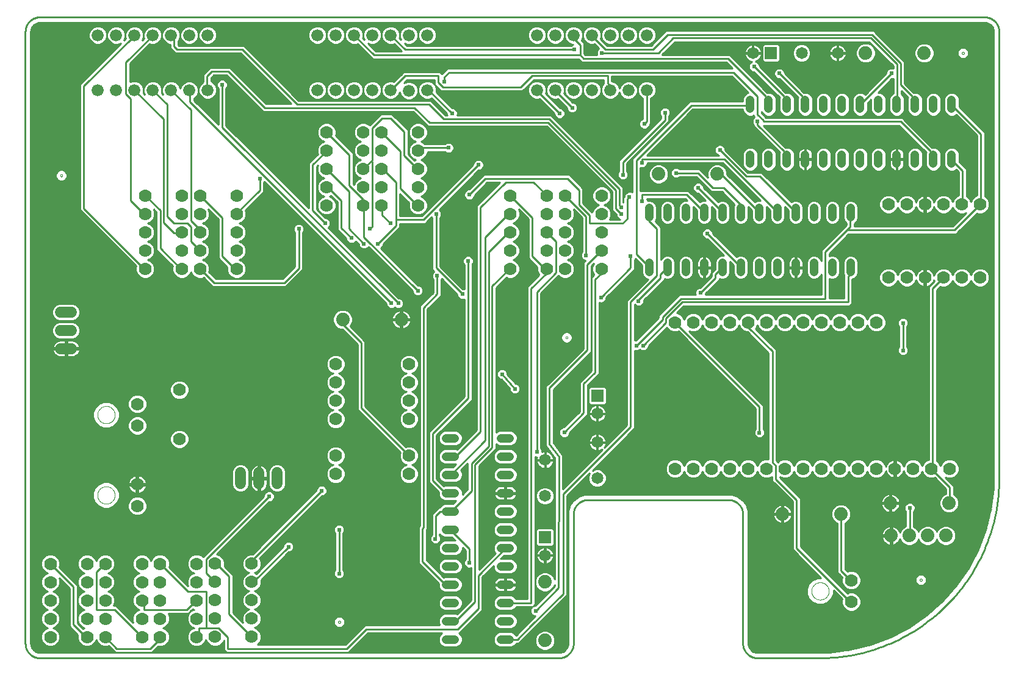
<source format=gbl>
G75*
%MOIN*%
%OFA0B0*%
%FSLAX25Y25*%
%IPPOS*%
%LPD*%
%AMOC8*
5,1,8,0,0,1.08239X$1,22.5*
%
%ADD10C,0.00000*%
%ADD11C,0.01000*%
%ADD12C,0.07000*%
%ADD13C,0.06600*%
%ADD14C,0.04800*%
%ADD15C,0.06000*%
%ADD16R,0.06500X0.06500*%
%ADD17C,0.06500*%
%ADD18C,0.07400*%
%ADD19C,0.00900*%
%ADD20C,0.02400*%
D10*
X0040890Y0090550D02*
X0040892Y0090687D01*
X0040898Y0090825D01*
X0040908Y0090962D01*
X0040922Y0091098D01*
X0040940Y0091234D01*
X0040961Y0091370D01*
X0040987Y0091505D01*
X0041017Y0091639D01*
X0041050Y0091772D01*
X0041087Y0091905D01*
X0041129Y0092036D01*
X0041173Y0092165D01*
X0041222Y0092294D01*
X0041274Y0092421D01*
X0041330Y0092546D01*
X0041390Y0092670D01*
X0041453Y0092792D01*
X0041520Y0092912D01*
X0041590Y0093030D01*
X0041663Y0093146D01*
X0041740Y0093260D01*
X0041820Y0093372D01*
X0041904Y0093481D01*
X0041990Y0093588D01*
X0042080Y0093692D01*
X0042172Y0093793D01*
X0042267Y0093892D01*
X0042366Y0093988D01*
X0042466Y0094082D01*
X0042570Y0094172D01*
X0042676Y0094259D01*
X0042785Y0094343D01*
X0042896Y0094424D01*
X0043009Y0094502D01*
X0043125Y0094576D01*
X0043242Y0094647D01*
X0043362Y0094714D01*
X0043483Y0094778D01*
X0043607Y0094839D01*
X0043732Y0094896D01*
X0043858Y0094949D01*
X0043986Y0094999D01*
X0044116Y0095045D01*
X0044247Y0095087D01*
X0044379Y0095125D01*
X0044512Y0095159D01*
X0044645Y0095190D01*
X0044780Y0095217D01*
X0044916Y0095239D01*
X0045052Y0095258D01*
X0045188Y0095273D01*
X0045325Y0095284D01*
X0045462Y0095291D01*
X0045600Y0095294D01*
X0045737Y0095293D01*
X0045874Y0095288D01*
X0046011Y0095279D01*
X0046148Y0095266D01*
X0046284Y0095249D01*
X0046420Y0095228D01*
X0046555Y0095204D01*
X0046690Y0095175D01*
X0046823Y0095143D01*
X0046956Y0095106D01*
X0047087Y0095066D01*
X0047217Y0095022D01*
X0047346Y0094974D01*
X0047473Y0094923D01*
X0047599Y0094868D01*
X0047723Y0094809D01*
X0047846Y0094747D01*
X0047966Y0094681D01*
X0048085Y0094612D01*
X0048201Y0094539D01*
X0048316Y0094463D01*
X0048428Y0094384D01*
X0048538Y0094301D01*
X0048645Y0094216D01*
X0048750Y0094127D01*
X0048852Y0094035D01*
X0048952Y0093941D01*
X0049049Y0093843D01*
X0049143Y0093743D01*
X0049234Y0093640D01*
X0049322Y0093535D01*
X0049406Y0093427D01*
X0049488Y0093316D01*
X0049567Y0093203D01*
X0049642Y0093088D01*
X0049714Y0092971D01*
X0049782Y0092852D01*
X0049847Y0092731D01*
X0049908Y0092608D01*
X0049966Y0092484D01*
X0050020Y0092358D01*
X0050071Y0092230D01*
X0050117Y0092101D01*
X0050160Y0091970D01*
X0050200Y0091839D01*
X0050235Y0091706D01*
X0050267Y0091572D01*
X0050294Y0091438D01*
X0050318Y0091302D01*
X0050338Y0091166D01*
X0050354Y0091030D01*
X0050366Y0090893D01*
X0050374Y0090756D01*
X0050378Y0090619D01*
X0050378Y0090481D01*
X0050374Y0090344D01*
X0050366Y0090207D01*
X0050354Y0090070D01*
X0050338Y0089934D01*
X0050318Y0089798D01*
X0050294Y0089662D01*
X0050267Y0089528D01*
X0050235Y0089394D01*
X0050200Y0089261D01*
X0050160Y0089130D01*
X0050117Y0088999D01*
X0050071Y0088870D01*
X0050020Y0088742D01*
X0049966Y0088616D01*
X0049908Y0088492D01*
X0049847Y0088369D01*
X0049782Y0088248D01*
X0049714Y0088129D01*
X0049642Y0088012D01*
X0049567Y0087897D01*
X0049488Y0087784D01*
X0049406Y0087673D01*
X0049322Y0087565D01*
X0049234Y0087460D01*
X0049143Y0087357D01*
X0049049Y0087257D01*
X0048952Y0087159D01*
X0048852Y0087065D01*
X0048750Y0086973D01*
X0048645Y0086884D01*
X0048538Y0086799D01*
X0048428Y0086716D01*
X0048316Y0086637D01*
X0048201Y0086561D01*
X0048085Y0086488D01*
X0047966Y0086419D01*
X0047846Y0086353D01*
X0047723Y0086291D01*
X0047599Y0086232D01*
X0047473Y0086177D01*
X0047346Y0086126D01*
X0047217Y0086078D01*
X0047087Y0086034D01*
X0046956Y0085994D01*
X0046823Y0085957D01*
X0046690Y0085925D01*
X0046555Y0085896D01*
X0046420Y0085872D01*
X0046284Y0085851D01*
X0046148Y0085834D01*
X0046011Y0085821D01*
X0045874Y0085812D01*
X0045737Y0085807D01*
X0045600Y0085806D01*
X0045462Y0085809D01*
X0045325Y0085816D01*
X0045188Y0085827D01*
X0045052Y0085842D01*
X0044916Y0085861D01*
X0044780Y0085883D01*
X0044645Y0085910D01*
X0044512Y0085941D01*
X0044379Y0085975D01*
X0044247Y0086013D01*
X0044116Y0086055D01*
X0043986Y0086101D01*
X0043858Y0086151D01*
X0043732Y0086204D01*
X0043607Y0086261D01*
X0043483Y0086322D01*
X0043362Y0086386D01*
X0043242Y0086453D01*
X0043125Y0086524D01*
X0043009Y0086598D01*
X0042896Y0086676D01*
X0042785Y0086757D01*
X0042676Y0086841D01*
X0042570Y0086928D01*
X0042466Y0087018D01*
X0042366Y0087112D01*
X0042267Y0087208D01*
X0042172Y0087307D01*
X0042080Y0087408D01*
X0041990Y0087512D01*
X0041904Y0087619D01*
X0041820Y0087728D01*
X0041740Y0087840D01*
X0041663Y0087954D01*
X0041590Y0088070D01*
X0041520Y0088188D01*
X0041453Y0088308D01*
X0041390Y0088430D01*
X0041330Y0088554D01*
X0041274Y0088679D01*
X0041222Y0088806D01*
X0041173Y0088935D01*
X0041129Y0089064D01*
X0041087Y0089195D01*
X0041050Y0089328D01*
X0041017Y0089461D01*
X0040987Y0089595D01*
X0040961Y0089730D01*
X0040940Y0089866D01*
X0040922Y0090002D01*
X0040908Y0090138D01*
X0040898Y0090275D01*
X0040892Y0090413D01*
X0040890Y0090550D01*
X0040914Y0134457D02*
X0040916Y0134594D01*
X0040922Y0134732D01*
X0040932Y0134869D01*
X0040946Y0135005D01*
X0040964Y0135141D01*
X0040985Y0135277D01*
X0041011Y0135412D01*
X0041041Y0135546D01*
X0041074Y0135679D01*
X0041111Y0135812D01*
X0041153Y0135943D01*
X0041197Y0136072D01*
X0041246Y0136201D01*
X0041298Y0136328D01*
X0041354Y0136453D01*
X0041414Y0136577D01*
X0041477Y0136699D01*
X0041544Y0136819D01*
X0041614Y0136937D01*
X0041687Y0137053D01*
X0041764Y0137167D01*
X0041844Y0137279D01*
X0041928Y0137388D01*
X0042014Y0137495D01*
X0042104Y0137599D01*
X0042196Y0137700D01*
X0042291Y0137799D01*
X0042390Y0137895D01*
X0042490Y0137989D01*
X0042594Y0138079D01*
X0042700Y0138166D01*
X0042809Y0138250D01*
X0042920Y0138331D01*
X0043033Y0138409D01*
X0043149Y0138483D01*
X0043266Y0138554D01*
X0043386Y0138621D01*
X0043507Y0138685D01*
X0043631Y0138746D01*
X0043756Y0138803D01*
X0043882Y0138856D01*
X0044010Y0138906D01*
X0044140Y0138952D01*
X0044271Y0138994D01*
X0044403Y0139032D01*
X0044536Y0139066D01*
X0044669Y0139097D01*
X0044804Y0139124D01*
X0044940Y0139146D01*
X0045076Y0139165D01*
X0045212Y0139180D01*
X0045349Y0139191D01*
X0045486Y0139198D01*
X0045624Y0139201D01*
X0045761Y0139200D01*
X0045898Y0139195D01*
X0046035Y0139186D01*
X0046172Y0139173D01*
X0046308Y0139156D01*
X0046444Y0139135D01*
X0046579Y0139111D01*
X0046714Y0139082D01*
X0046847Y0139050D01*
X0046980Y0139013D01*
X0047111Y0138973D01*
X0047241Y0138929D01*
X0047370Y0138881D01*
X0047497Y0138830D01*
X0047623Y0138775D01*
X0047747Y0138716D01*
X0047870Y0138654D01*
X0047990Y0138588D01*
X0048109Y0138519D01*
X0048225Y0138446D01*
X0048340Y0138370D01*
X0048452Y0138291D01*
X0048562Y0138208D01*
X0048669Y0138123D01*
X0048774Y0138034D01*
X0048876Y0137942D01*
X0048976Y0137848D01*
X0049073Y0137750D01*
X0049167Y0137650D01*
X0049258Y0137547D01*
X0049346Y0137442D01*
X0049430Y0137334D01*
X0049512Y0137223D01*
X0049591Y0137110D01*
X0049666Y0136995D01*
X0049738Y0136878D01*
X0049806Y0136759D01*
X0049871Y0136638D01*
X0049932Y0136515D01*
X0049990Y0136391D01*
X0050044Y0136265D01*
X0050095Y0136137D01*
X0050141Y0136008D01*
X0050184Y0135877D01*
X0050224Y0135746D01*
X0050259Y0135613D01*
X0050291Y0135479D01*
X0050318Y0135345D01*
X0050342Y0135209D01*
X0050362Y0135073D01*
X0050378Y0134937D01*
X0050390Y0134800D01*
X0050398Y0134663D01*
X0050402Y0134526D01*
X0050402Y0134388D01*
X0050398Y0134251D01*
X0050390Y0134114D01*
X0050378Y0133977D01*
X0050362Y0133841D01*
X0050342Y0133705D01*
X0050318Y0133569D01*
X0050291Y0133435D01*
X0050259Y0133301D01*
X0050224Y0133168D01*
X0050184Y0133037D01*
X0050141Y0132906D01*
X0050095Y0132777D01*
X0050044Y0132649D01*
X0049990Y0132523D01*
X0049932Y0132399D01*
X0049871Y0132276D01*
X0049806Y0132155D01*
X0049738Y0132036D01*
X0049666Y0131919D01*
X0049591Y0131804D01*
X0049512Y0131691D01*
X0049430Y0131580D01*
X0049346Y0131472D01*
X0049258Y0131367D01*
X0049167Y0131264D01*
X0049073Y0131164D01*
X0048976Y0131066D01*
X0048876Y0130972D01*
X0048774Y0130880D01*
X0048669Y0130791D01*
X0048562Y0130706D01*
X0048452Y0130623D01*
X0048340Y0130544D01*
X0048225Y0130468D01*
X0048109Y0130395D01*
X0047990Y0130326D01*
X0047870Y0130260D01*
X0047747Y0130198D01*
X0047623Y0130139D01*
X0047497Y0130084D01*
X0047370Y0130033D01*
X0047241Y0129985D01*
X0047111Y0129941D01*
X0046980Y0129901D01*
X0046847Y0129864D01*
X0046714Y0129832D01*
X0046579Y0129803D01*
X0046444Y0129779D01*
X0046308Y0129758D01*
X0046172Y0129741D01*
X0046035Y0129728D01*
X0045898Y0129719D01*
X0045761Y0129714D01*
X0045624Y0129713D01*
X0045486Y0129716D01*
X0045349Y0129723D01*
X0045212Y0129734D01*
X0045076Y0129749D01*
X0044940Y0129768D01*
X0044804Y0129790D01*
X0044669Y0129817D01*
X0044536Y0129848D01*
X0044403Y0129882D01*
X0044271Y0129920D01*
X0044140Y0129962D01*
X0044010Y0130008D01*
X0043882Y0130058D01*
X0043756Y0130111D01*
X0043631Y0130168D01*
X0043507Y0130229D01*
X0043386Y0130293D01*
X0043266Y0130360D01*
X0043149Y0130431D01*
X0043033Y0130505D01*
X0042920Y0130583D01*
X0042809Y0130664D01*
X0042700Y0130748D01*
X0042594Y0130835D01*
X0042490Y0130925D01*
X0042390Y0131019D01*
X0042291Y0131115D01*
X0042196Y0131214D01*
X0042104Y0131315D01*
X0042014Y0131419D01*
X0041928Y0131526D01*
X0041844Y0131635D01*
X0041764Y0131747D01*
X0041687Y0131861D01*
X0041614Y0131977D01*
X0041544Y0132095D01*
X0041477Y0132215D01*
X0041414Y0132337D01*
X0041354Y0132461D01*
X0041298Y0132586D01*
X0041246Y0132713D01*
X0041197Y0132842D01*
X0041153Y0132971D01*
X0041111Y0133102D01*
X0041074Y0133235D01*
X0041041Y0133368D01*
X0041011Y0133502D01*
X0040985Y0133637D01*
X0040964Y0133773D01*
X0040946Y0133909D01*
X0040932Y0134045D01*
X0040922Y0134182D01*
X0040916Y0134320D01*
X0040914Y0134457D01*
X0172424Y0021185D02*
X0172426Y0021234D01*
X0172432Y0021282D01*
X0172442Y0021330D01*
X0172456Y0021377D01*
X0172473Y0021423D01*
X0172494Y0021467D01*
X0172519Y0021509D01*
X0172547Y0021549D01*
X0172579Y0021587D01*
X0172613Y0021622D01*
X0172650Y0021654D01*
X0172689Y0021683D01*
X0172731Y0021709D01*
X0172775Y0021731D01*
X0172820Y0021749D01*
X0172867Y0021764D01*
X0172914Y0021775D01*
X0172963Y0021782D01*
X0173012Y0021785D01*
X0173061Y0021784D01*
X0173109Y0021779D01*
X0173158Y0021770D01*
X0173205Y0021757D01*
X0173251Y0021740D01*
X0173295Y0021720D01*
X0173338Y0021696D01*
X0173379Y0021669D01*
X0173417Y0021638D01*
X0173453Y0021605D01*
X0173485Y0021569D01*
X0173515Y0021530D01*
X0173542Y0021489D01*
X0173565Y0021445D01*
X0173584Y0021400D01*
X0173600Y0021354D01*
X0173612Y0021307D01*
X0173620Y0021258D01*
X0173624Y0021209D01*
X0173624Y0021161D01*
X0173620Y0021112D01*
X0173612Y0021063D01*
X0173600Y0021016D01*
X0173584Y0020970D01*
X0173565Y0020925D01*
X0173542Y0020881D01*
X0173515Y0020840D01*
X0173485Y0020801D01*
X0173453Y0020765D01*
X0173417Y0020732D01*
X0173379Y0020701D01*
X0173338Y0020674D01*
X0173295Y0020650D01*
X0173251Y0020630D01*
X0173205Y0020613D01*
X0173158Y0020600D01*
X0173109Y0020591D01*
X0173061Y0020586D01*
X0173012Y0020585D01*
X0172963Y0020588D01*
X0172914Y0020595D01*
X0172867Y0020606D01*
X0172820Y0020621D01*
X0172775Y0020639D01*
X0172731Y0020661D01*
X0172689Y0020687D01*
X0172650Y0020716D01*
X0172613Y0020748D01*
X0172579Y0020783D01*
X0172547Y0020821D01*
X0172519Y0020861D01*
X0172494Y0020903D01*
X0172473Y0020947D01*
X0172456Y0020993D01*
X0172442Y0021040D01*
X0172432Y0021088D01*
X0172426Y0021136D01*
X0172424Y0021185D01*
X0296577Y0176697D02*
X0296579Y0176746D01*
X0296585Y0176794D01*
X0296595Y0176842D01*
X0296609Y0176889D01*
X0296626Y0176935D01*
X0296647Y0176979D01*
X0296672Y0177021D01*
X0296700Y0177061D01*
X0296732Y0177099D01*
X0296766Y0177134D01*
X0296803Y0177166D01*
X0296842Y0177195D01*
X0296884Y0177221D01*
X0296928Y0177243D01*
X0296973Y0177261D01*
X0297020Y0177276D01*
X0297067Y0177287D01*
X0297116Y0177294D01*
X0297165Y0177297D01*
X0297214Y0177296D01*
X0297262Y0177291D01*
X0297311Y0177282D01*
X0297358Y0177269D01*
X0297404Y0177252D01*
X0297448Y0177232D01*
X0297491Y0177208D01*
X0297532Y0177181D01*
X0297570Y0177150D01*
X0297606Y0177117D01*
X0297638Y0177081D01*
X0297668Y0177042D01*
X0297695Y0177001D01*
X0297718Y0176957D01*
X0297737Y0176912D01*
X0297753Y0176866D01*
X0297765Y0176819D01*
X0297773Y0176770D01*
X0297777Y0176721D01*
X0297777Y0176673D01*
X0297773Y0176624D01*
X0297765Y0176575D01*
X0297753Y0176528D01*
X0297737Y0176482D01*
X0297718Y0176437D01*
X0297695Y0176393D01*
X0297668Y0176352D01*
X0297638Y0176313D01*
X0297606Y0176277D01*
X0297570Y0176244D01*
X0297532Y0176213D01*
X0297491Y0176186D01*
X0297448Y0176162D01*
X0297404Y0176142D01*
X0297358Y0176125D01*
X0297311Y0176112D01*
X0297262Y0176103D01*
X0297214Y0176098D01*
X0297165Y0176097D01*
X0297116Y0176100D01*
X0297067Y0176107D01*
X0297020Y0176118D01*
X0296973Y0176133D01*
X0296928Y0176151D01*
X0296884Y0176173D01*
X0296842Y0176199D01*
X0296803Y0176228D01*
X0296766Y0176260D01*
X0296732Y0176295D01*
X0296700Y0176333D01*
X0296672Y0176373D01*
X0296647Y0176415D01*
X0296626Y0176459D01*
X0296609Y0176505D01*
X0296595Y0176552D01*
X0296585Y0176600D01*
X0296579Y0176648D01*
X0296577Y0176697D01*
X0490050Y0044248D02*
X0490052Y0044297D01*
X0490058Y0044345D01*
X0490068Y0044393D01*
X0490082Y0044440D01*
X0490099Y0044486D01*
X0490120Y0044530D01*
X0490145Y0044572D01*
X0490173Y0044612D01*
X0490205Y0044650D01*
X0490239Y0044685D01*
X0490276Y0044717D01*
X0490315Y0044746D01*
X0490357Y0044772D01*
X0490401Y0044794D01*
X0490446Y0044812D01*
X0490493Y0044827D01*
X0490540Y0044838D01*
X0490589Y0044845D01*
X0490638Y0044848D01*
X0490687Y0044847D01*
X0490735Y0044842D01*
X0490784Y0044833D01*
X0490831Y0044820D01*
X0490877Y0044803D01*
X0490921Y0044783D01*
X0490964Y0044759D01*
X0491005Y0044732D01*
X0491043Y0044701D01*
X0491079Y0044668D01*
X0491111Y0044632D01*
X0491141Y0044593D01*
X0491168Y0044552D01*
X0491191Y0044508D01*
X0491210Y0044463D01*
X0491226Y0044417D01*
X0491238Y0044370D01*
X0491246Y0044321D01*
X0491250Y0044272D01*
X0491250Y0044224D01*
X0491246Y0044175D01*
X0491238Y0044126D01*
X0491226Y0044079D01*
X0491210Y0044033D01*
X0491191Y0043988D01*
X0491168Y0043944D01*
X0491141Y0043903D01*
X0491111Y0043864D01*
X0491079Y0043828D01*
X0491043Y0043795D01*
X0491005Y0043764D01*
X0490964Y0043737D01*
X0490921Y0043713D01*
X0490877Y0043693D01*
X0490831Y0043676D01*
X0490784Y0043663D01*
X0490735Y0043654D01*
X0490687Y0043649D01*
X0490638Y0043648D01*
X0490589Y0043651D01*
X0490540Y0043658D01*
X0490493Y0043669D01*
X0490446Y0043684D01*
X0490401Y0043702D01*
X0490357Y0043724D01*
X0490315Y0043750D01*
X0490276Y0043779D01*
X0490239Y0043811D01*
X0490205Y0043846D01*
X0490173Y0043884D01*
X0490145Y0043924D01*
X0490120Y0043966D01*
X0490099Y0044010D01*
X0490082Y0044056D01*
X0490068Y0044103D01*
X0490058Y0044151D01*
X0490052Y0044199D01*
X0490050Y0044248D01*
X0430906Y0038102D02*
X0430908Y0038239D01*
X0430914Y0038377D01*
X0430924Y0038514D01*
X0430938Y0038650D01*
X0430956Y0038786D01*
X0430977Y0038922D01*
X0431003Y0039057D01*
X0431033Y0039191D01*
X0431066Y0039324D01*
X0431103Y0039457D01*
X0431145Y0039588D01*
X0431189Y0039717D01*
X0431238Y0039846D01*
X0431290Y0039973D01*
X0431346Y0040098D01*
X0431406Y0040222D01*
X0431469Y0040344D01*
X0431536Y0040464D01*
X0431606Y0040582D01*
X0431679Y0040698D01*
X0431756Y0040812D01*
X0431836Y0040924D01*
X0431920Y0041033D01*
X0432006Y0041140D01*
X0432096Y0041244D01*
X0432188Y0041345D01*
X0432283Y0041444D01*
X0432382Y0041540D01*
X0432482Y0041634D01*
X0432586Y0041724D01*
X0432692Y0041811D01*
X0432801Y0041895D01*
X0432912Y0041976D01*
X0433025Y0042054D01*
X0433141Y0042128D01*
X0433258Y0042199D01*
X0433378Y0042266D01*
X0433499Y0042330D01*
X0433623Y0042391D01*
X0433748Y0042448D01*
X0433874Y0042501D01*
X0434002Y0042551D01*
X0434132Y0042597D01*
X0434263Y0042639D01*
X0434395Y0042677D01*
X0434528Y0042711D01*
X0434661Y0042742D01*
X0434796Y0042769D01*
X0434932Y0042791D01*
X0435068Y0042810D01*
X0435204Y0042825D01*
X0435341Y0042836D01*
X0435478Y0042843D01*
X0435616Y0042846D01*
X0435753Y0042845D01*
X0435890Y0042840D01*
X0436027Y0042831D01*
X0436164Y0042818D01*
X0436300Y0042801D01*
X0436436Y0042780D01*
X0436571Y0042756D01*
X0436706Y0042727D01*
X0436839Y0042695D01*
X0436972Y0042658D01*
X0437103Y0042618D01*
X0437233Y0042574D01*
X0437362Y0042526D01*
X0437489Y0042475D01*
X0437615Y0042420D01*
X0437739Y0042361D01*
X0437862Y0042299D01*
X0437982Y0042233D01*
X0438101Y0042164D01*
X0438217Y0042091D01*
X0438332Y0042015D01*
X0438444Y0041936D01*
X0438554Y0041853D01*
X0438661Y0041768D01*
X0438766Y0041679D01*
X0438868Y0041587D01*
X0438968Y0041493D01*
X0439065Y0041395D01*
X0439159Y0041295D01*
X0439250Y0041192D01*
X0439338Y0041087D01*
X0439422Y0040979D01*
X0439504Y0040868D01*
X0439583Y0040755D01*
X0439658Y0040640D01*
X0439730Y0040523D01*
X0439798Y0040404D01*
X0439863Y0040283D01*
X0439924Y0040160D01*
X0439982Y0040036D01*
X0440036Y0039910D01*
X0440087Y0039782D01*
X0440133Y0039653D01*
X0440176Y0039522D01*
X0440216Y0039391D01*
X0440251Y0039258D01*
X0440283Y0039124D01*
X0440310Y0038990D01*
X0440334Y0038854D01*
X0440354Y0038718D01*
X0440370Y0038582D01*
X0440382Y0038445D01*
X0440390Y0038308D01*
X0440394Y0038171D01*
X0440394Y0038033D01*
X0440390Y0037896D01*
X0440382Y0037759D01*
X0440370Y0037622D01*
X0440354Y0037486D01*
X0440334Y0037350D01*
X0440310Y0037214D01*
X0440283Y0037080D01*
X0440251Y0036946D01*
X0440216Y0036813D01*
X0440176Y0036682D01*
X0440133Y0036551D01*
X0440087Y0036422D01*
X0440036Y0036294D01*
X0439982Y0036168D01*
X0439924Y0036044D01*
X0439863Y0035921D01*
X0439798Y0035800D01*
X0439730Y0035681D01*
X0439658Y0035564D01*
X0439583Y0035449D01*
X0439504Y0035336D01*
X0439422Y0035225D01*
X0439338Y0035117D01*
X0439250Y0035012D01*
X0439159Y0034909D01*
X0439065Y0034809D01*
X0438968Y0034711D01*
X0438868Y0034617D01*
X0438766Y0034525D01*
X0438661Y0034436D01*
X0438554Y0034351D01*
X0438444Y0034268D01*
X0438332Y0034189D01*
X0438217Y0034113D01*
X0438101Y0034040D01*
X0437982Y0033971D01*
X0437862Y0033905D01*
X0437739Y0033843D01*
X0437615Y0033784D01*
X0437489Y0033729D01*
X0437362Y0033678D01*
X0437233Y0033630D01*
X0437103Y0033586D01*
X0436972Y0033546D01*
X0436839Y0033509D01*
X0436706Y0033477D01*
X0436571Y0033448D01*
X0436436Y0033424D01*
X0436300Y0033403D01*
X0436164Y0033386D01*
X0436027Y0033373D01*
X0435890Y0033364D01*
X0435753Y0033359D01*
X0435616Y0033358D01*
X0435478Y0033361D01*
X0435341Y0033368D01*
X0435204Y0033379D01*
X0435068Y0033394D01*
X0434932Y0033413D01*
X0434796Y0033435D01*
X0434661Y0033462D01*
X0434528Y0033493D01*
X0434395Y0033527D01*
X0434263Y0033565D01*
X0434132Y0033607D01*
X0434002Y0033653D01*
X0433874Y0033703D01*
X0433748Y0033756D01*
X0433623Y0033813D01*
X0433499Y0033874D01*
X0433378Y0033938D01*
X0433258Y0034005D01*
X0433141Y0034076D01*
X0433025Y0034150D01*
X0432912Y0034228D01*
X0432801Y0034309D01*
X0432692Y0034393D01*
X0432586Y0034480D01*
X0432482Y0034570D01*
X0432382Y0034664D01*
X0432283Y0034760D01*
X0432188Y0034859D01*
X0432096Y0034960D01*
X0432006Y0035064D01*
X0431920Y0035171D01*
X0431836Y0035280D01*
X0431756Y0035392D01*
X0431679Y0035506D01*
X0431606Y0035622D01*
X0431536Y0035740D01*
X0431469Y0035860D01*
X0431406Y0035982D01*
X0431346Y0036106D01*
X0431290Y0036231D01*
X0431238Y0036358D01*
X0431189Y0036487D01*
X0431145Y0036616D01*
X0431103Y0036747D01*
X0431066Y0036880D01*
X0431033Y0037013D01*
X0431003Y0037147D01*
X0430977Y0037282D01*
X0430956Y0037418D01*
X0430938Y0037554D01*
X0430924Y0037690D01*
X0430914Y0037827D01*
X0430908Y0037965D01*
X0430906Y0038102D01*
X0020585Y0265280D02*
X0020587Y0265329D01*
X0020593Y0265377D01*
X0020603Y0265425D01*
X0020617Y0265472D01*
X0020634Y0265518D01*
X0020655Y0265562D01*
X0020680Y0265604D01*
X0020708Y0265644D01*
X0020740Y0265682D01*
X0020774Y0265717D01*
X0020811Y0265749D01*
X0020850Y0265778D01*
X0020892Y0265804D01*
X0020936Y0265826D01*
X0020981Y0265844D01*
X0021028Y0265859D01*
X0021075Y0265870D01*
X0021124Y0265877D01*
X0021173Y0265880D01*
X0021222Y0265879D01*
X0021270Y0265874D01*
X0021319Y0265865D01*
X0021366Y0265852D01*
X0021412Y0265835D01*
X0021456Y0265815D01*
X0021499Y0265791D01*
X0021540Y0265764D01*
X0021578Y0265733D01*
X0021614Y0265700D01*
X0021646Y0265664D01*
X0021676Y0265625D01*
X0021703Y0265584D01*
X0021726Y0265540D01*
X0021745Y0265495D01*
X0021761Y0265449D01*
X0021773Y0265402D01*
X0021781Y0265353D01*
X0021785Y0265304D01*
X0021785Y0265256D01*
X0021781Y0265207D01*
X0021773Y0265158D01*
X0021761Y0265111D01*
X0021745Y0265065D01*
X0021726Y0265020D01*
X0021703Y0264976D01*
X0021676Y0264935D01*
X0021646Y0264896D01*
X0021614Y0264860D01*
X0021578Y0264827D01*
X0021540Y0264796D01*
X0021499Y0264769D01*
X0021456Y0264745D01*
X0021412Y0264725D01*
X0021366Y0264708D01*
X0021319Y0264695D01*
X0021270Y0264686D01*
X0021222Y0264681D01*
X0021173Y0264680D01*
X0021124Y0264683D01*
X0021075Y0264690D01*
X0021028Y0264701D01*
X0020981Y0264716D01*
X0020936Y0264734D01*
X0020892Y0264756D01*
X0020850Y0264782D01*
X0020811Y0264811D01*
X0020774Y0264843D01*
X0020740Y0264878D01*
X0020708Y0264916D01*
X0020680Y0264956D01*
X0020655Y0264998D01*
X0020634Y0265042D01*
X0020617Y0265088D01*
X0020603Y0265135D01*
X0020593Y0265183D01*
X0020587Y0265231D01*
X0020585Y0265280D01*
X0513113Y0332209D02*
X0513115Y0332258D01*
X0513121Y0332306D01*
X0513131Y0332354D01*
X0513145Y0332401D01*
X0513162Y0332447D01*
X0513183Y0332491D01*
X0513208Y0332533D01*
X0513236Y0332573D01*
X0513268Y0332611D01*
X0513302Y0332646D01*
X0513339Y0332678D01*
X0513378Y0332707D01*
X0513420Y0332733D01*
X0513464Y0332755D01*
X0513509Y0332773D01*
X0513556Y0332788D01*
X0513603Y0332799D01*
X0513652Y0332806D01*
X0513701Y0332809D01*
X0513750Y0332808D01*
X0513798Y0332803D01*
X0513847Y0332794D01*
X0513894Y0332781D01*
X0513940Y0332764D01*
X0513984Y0332744D01*
X0514027Y0332720D01*
X0514068Y0332693D01*
X0514106Y0332662D01*
X0514142Y0332629D01*
X0514174Y0332593D01*
X0514204Y0332554D01*
X0514231Y0332513D01*
X0514254Y0332469D01*
X0514273Y0332424D01*
X0514289Y0332378D01*
X0514301Y0332331D01*
X0514309Y0332282D01*
X0514313Y0332233D01*
X0514313Y0332185D01*
X0514309Y0332136D01*
X0514301Y0332087D01*
X0514289Y0332040D01*
X0514273Y0331994D01*
X0514254Y0331949D01*
X0514231Y0331905D01*
X0514204Y0331864D01*
X0514174Y0331825D01*
X0514142Y0331789D01*
X0514106Y0331756D01*
X0514068Y0331725D01*
X0514027Y0331698D01*
X0513984Y0331674D01*
X0513940Y0331654D01*
X0513894Y0331637D01*
X0513847Y0331624D01*
X0513798Y0331615D01*
X0513750Y0331610D01*
X0513701Y0331609D01*
X0513652Y0331612D01*
X0513603Y0331619D01*
X0513556Y0331630D01*
X0513509Y0331645D01*
X0513464Y0331663D01*
X0513420Y0331685D01*
X0513378Y0331711D01*
X0513339Y0331740D01*
X0513302Y0331772D01*
X0513268Y0331807D01*
X0513236Y0331845D01*
X0513208Y0331885D01*
X0513183Y0331927D01*
X0513162Y0331971D01*
X0513145Y0332017D01*
X0513131Y0332064D01*
X0513121Y0332112D01*
X0513115Y0332160D01*
X0513113Y0332209D01*
D11*
X0005964Y0005964D02*
X0005045Y0007230D01*
X0004562Y0008718D01*
X0004500Y0009500D01*
X0004500Y0343894D01*
X0004562Y0344676D01*
X0005045Y0346164D01*
X0005964Y0347429D01*
X0007230Y0348349D01*
X0008718Y0348832D01*
X0009500Y0348894D01*
X0525398Y0348894D01*
X0526180Y0348832D01*
X0527668Y0348349D01*
X0527668Y0348349D01*
X0528933Y0347429D01*
X0529853Y0346164D01*
X0530336Y0344676D01*
X0530398Y0343894D01*
X0530398Y0099925D01*
X0530224Y0094164D01*
X0528835Y0082724D01*
X0526077Y0071536D01*
X0521991Y0060761D01*
X0516636Y0050558D01*
X0510090Y0041075D01*
X0502448Y0032449D01*
X0493823Y0024808D01*
X0484339Y0018262D01*
X0474136Y0012907D01*
X0463362Y0008821D01*
X0452173Y0006063D01*
X0440734Y0004674D01*
X0434972Y0004500D01*
X0401437Y0004500D01*
X0400655Y0004562D01*
X0399167Y0005045D01*
X0397901Y0005964D01*
X0396982Y0007230D01*
X0396499Y0008718D01*
X0396437Y0009500D01*
X0396437Y0081772D01*
X0395360Y0085086D01*
X0393437Y0087733D01*
X0393437Y0088030D01*
X0393140Y0088030D01*
X0390493Y0089953D01*
X0387179Y0091030D01*
X0307175Y0091030D01*
X0303861Y0089953D01*
X0301214Y0088030D01*
X0300917Y0088030D01*
X0300917Y0087733D01*
X0298994Y0085086D01*
X0297917Y0081772D01*
X0297917Y0009500D01*
X0297856Y0008718D01*
X0297372Y0007230D01*
X0296453Y0005964D01*
X0295187Y0005045D01*
X0293699Y0004562D01*
X0292917Y0004500D01*
X0009500Y0004500D01*
X0008718Y0004562D01*
X0007230Y0005045D01*
X0005964Y0005964D01*
X0005982Y0005951D02*
X0049208Y0005951D01*
X0049353Y0005806D02*
X0050612Y0004547D01*
X0070519Y0004547D01*
X0073878Y0007906D01*
X0074078Y0007824D01*
X0076147Y0007824D01*
X0078058Y0008615D01*
X0079521Y0010078D01*
X0080312Y0011989D01*
X0080312Y0014058D01*
X0079521Y0015969D01*
X0078058Y0017432D01*
X0076629Y0018024D01*
X0078058Y0018615D01*
X0079521Y0020078D01*
X0080312Y0021989D01*
X0080312Y0024058D01*
X0079592Y0025797D01*
X0090519Y0025797D01*
X0091778Y0027056D01*
X0092994Y0028273D01*
X0093595Y0028024D01*
X0092167Y0027432D01*
X0090704Y0025969D01*
X0089912Y0024058D01*
X0089912Y0021989D01*
X0090704Y0020078D01*
X0092167Y0018615D01*
X0093595Y0018024D01*
X0092167Y0017432D01*
X0090704Y0015969D01*
X0089912Y0014058D01*
X0089912Y0011989D01*
X0090704Y0010078D01*
X0092167Y0008615D01*
X0094078Y0007824D01*
X0096147Y0007824D01*
X0098058Y0008615D01*
X0099521Y0010078D01*
X0100131Y0011552D01*
X0100732Y0010100D01*
X0102195Y0008637D01*
X0104106Y0007846D01*
X0106175Y0007846D01*
X0108086Y0008637D01*
X0109549Y0010100D01*
X0109978Y0011136D01*
X0109978Y0005806D01*
X0111237Y0004547D01*
X0178019Y0004547D01*
X0179278Y0005806D01*
X0179278Y0005806D01*
X0188643Y0015172D01*
X0229014Y0015172D01*
X0228959Y0015149D01*
X0227805Y0013996D01*
X0227181Y0012489D01*
X0227181Y0010858D01*
X0227805Y0009351D01*
X0228959Y0008197D01*
X0230466Y0007573D01*
X0236897Y0007573D01*
X0238404Y0008197D01*
X0239557Y0009351D01*
X0240181Y0010858D01*
X0240181Y0012489D01*
X0239557Y0013996D01*
X0238404Y0015149D01*
X0238348Y0015172D01*
X0238644Y0015172D01*
X0239903Y0016431D01*
X0251153Y0027681D01*
X0251153Y0045806D01*
X0257181Y0051834D01*
X0257181Y0050858D01*
X0257805Y0049351D01*
X0258959Y0048197D01*
X0260466Y0047573D01*
X0266897Y0047573D01*
X0268404Y0048197D01*
X0269557Y0049351D01*
X0270181Y0050858D01*
X0270181Y0052489D01*
X0269557Y0053996D01*
X0268404Y0055149D01*
X0266897Y0055773D01*
X0261120Y0055773D01*
X0262920Y0057573D01*
X0266897Y0057573D01*
X0268404Y0058197D01*
X0269557Y0059351D01*
X0270181Y0060858D01*
X0270181Y0062489D01*
X0269557Y0063996D01*
X0268404Y0065149D01*
X0266897Y0065773D01*
X0260466Y0065773D01*
X0258959Y0065149D01*
X0257805Y0063996D01*
X0257181Y0062489D01*
X0257181Y0060858D01*
X0257805Y0059351D01*
X0258211Y0058945D01*
X0249278Y0050012D01*
X0249278Y0106431D01*
X0258653Y0115806D01*
X0258653Y0118503D01*
X0258959Y0118197D01*
X0260466Y0117573D01*
X0266897Y0117573D01*
X0268404Y0118197D01*
X0269557Y0119351D01*
X0270181Y0120858D01*
X0270181Y0122489D01*
X0269557Y0123996D01*
X0268404Y0125149D01*
X0266897Y0125773D01*
X0260466Y0125773D01*
X0258959Y0125149D01*
X0258653Y0124843D01*
X0258653Y0203931D01*
X0264185Y0209464D01*
X0265295Y0209004D01*
X0267363Y0209004D01*
X0269275Y0209796D01*
X0270737Y0211258D01*
X0271529Y0213170D01*
X0271529Y0215238D01*
X0270737Y0217149D01*
X0269275Y0218612D01*
X0267846Y0219204D01*
X0269275Y0219796D01*
X0270737Y0221258D01*
X0271529Y0223170D01*
X0271529Y0225238D01*
X0270737Y0227149D01*
X0269275Y0228612D01*
X0267846Y0229204D01*
X0269275Y0229796D01*
X0270737Y0231258D01*
X0271529Y0233170D01*
X0271529Y0235238D01*
X0270737Y0237149D01*
X0269275Y0238612D01*
X0267846Y0239204D01*
X0269275Y0239796D01*
X0270737Y0241258D01*
X0271529Y0243170D01*
X0271529Y0245238D01*
X0270898Y0246761D01*
X0276228Y0241431D01*
X0276228Y0220181D01*
X0281141Y0215268D01*
X0281129Y0215238D01*
X0281129Y0213170D01*
X0281921Y0211258D01*
X0282160Y0211019D01*
X0275603Y0204462D01*
X0275603Y0033847D01*
X0269619Y0033847D01*
X0269557Y0033996D01*
X0268404Y0035149D01*
X0266897Y0035773D01*
X0260466Y0035773D01*
X0258959Y0035149D01*
X0257805Y0033996D01*
X0257181Y0032489D01*
X0257181Y0030858D01*
X0257805Y0029351D01*
X0258959Y0028197D01*
X0260466Y0027573D01*
X0266897Y0027573D01*
X0268404Y0028197D01*
X0269557Y0029351D01*
X0269638Y0029547D01*
X0278377Y0029547D01*
X0277794Y0028965D01*
X0277353Y0027899D01*
X0277353Y0026745D01*
X0277794Y0025679D01*
X0278610Y0024863D01*
X0279676Y0024422D01*
X0279937Y0024422D01*
X0275603Y0020087D01*
X0269534Y0014019D01*
X0268404Y0015149D01*
X0266897Y0015773D01*
X0260466Y0015773D01*
X0258959Y0015149D01*
X0257805Y0013996D01*
X0257181Y0012489D01*
X0257181Y0010858D01*
X0257805Y0009351D01*
X0258959Y0008197D01*
X0260466Y0007573D01*
X0266897Y0007573D01*
X0268404Y0008197D01*
X0269557Y0009351D01*
X0269638Y0009547D01*
X0271144Y0009547D01*
X0272403Y0010806D01*
X0278644Y0017047D01*
X0297403Y0035806D01*
X0297403Y0090181D01*
X0309683Y0102462D01*
X0308975Y0100752D01*
X0308975Y0098783D01*
X0309729Y0096964D01*
X0311121Y0095571D01*
X0312941Y0094818D01*
X0314910Y0094818D01*
X0316729Y0095571D01*
X0318122Y0096964D01*
X0318875Y0098783D01*
X0318875Y0100752D01*
X0318122Y0102572D01*
X0316729Y0103964D01*
X0314910Y0104718D01*
X0312941Y0104718D01*
X0311231Y0104010D01*
X0333018Y0125797D01*
X0333019Y0125797D01*
X0334278Y0127056D01*
X0334278Y0169587D01*
X0334676Y0169422D01*
X0335830Y0169422D01*
X0336896Y0169863D01*
X0337128Y0170096D01*
X0337360Y0169863D01*
X0338426Y0169422D01*
X0339580Y0169422D01*
X0340646Y0169863D01*
X0341461Y0170679D01*
X0341903Y0171745D01*
X0341903Y0172181D01*
X0351917Y0182196D01*
X0351984Y0182036D01*
X0353447Y0180573D01*
X0355358Y0179781D01*
X0357426Y0179781D01*
X0358188Y0180096D01*
X0400353Y0137931D01*
X0400353Y0126648D01*
X0400044Y0126340D01*
X0399603Y0125274D01*
X0399603Y0124120D01*
X0400044Y0123054D01*
X0400860Y0122238D01*
X0401926Y0121797D01*
X0403080Y0121797D01*
X0404146Y0122238D01*
X0404961Y0123054D01*
X0405403Y0124120D01*
X0405403Y0125274D01*
X0404961Y0126340D01*
X0404653Y0126648D01*
X0404653Y0139712D01*
X0403394Y0140972D01*
X0364037Y0180328D01*
X0365358Y0179781D01*
X0367426Y0179781D01*
X0369338Y0180573D01*
X0370800Y0182036D01*
X0371392Y0183464D01*
X0371984Y0182036D01*
X0373447Y0180573D01*
X0375358Y0179781D01*
X0377426Y0179781D01*
X0379338Y0180573D01*
X0380800Y0182036D01*
X0381392Y0183464D01*
X0381984Y0182036D01*
X0383447Y0180573D01*
X0385358Y0179781D01*
X0387426Y0179781D01*
X0389338Y0180573D01*
X0390800Y0182036D01*
X0391392Y0183464D01*
X0391984Y0182036D01*
X0393447Y0180573D01*
X0395358Y0179781D01*
X0396003Y0179781D01*
X0407478Y0168306D01*
X0407478Y0110160D01*
X0407426Y0110181D01*
X0405358Y0110181D01*
X0403447Y0109389D01*
X0401984Y0107927D01*
X0401392Y0106498D01*
X0400800Y0107927D01*
X0399338Y0109389D01*
X0397426Y0110181D01*
X0395358Y0110181D01*
X0393447Y0109389D01*
X0391984Y0107927D01*
X0391392Y0106498D01*
X0390800Y0107927D01*
X0389338Y0109389D01*
X0387426Y0110181D01*
X0385358Y0110181D01*
X0383447Y0109389D01*
X0381984Y0107927D01*
X0381392Y0106498D01*
X0380800Y0107927D01*
X0379338Y0109389D01*
X0377426Y0110181D01*
X0375358Y0110181D01*
X0373447Y0109389D01*
X0371984Y0107927D01*
X0371392Y0106498D01*
X0370800Y0107927D01*
X0369338Y0109389D01*
X0367426Y0110181D01*
X0365358Y0110181D01*
X0363447Y0109389D01*
X0361984Y0107927D01*
X0361392Y0106498D01*
X0360800Y0107927D01*
X0359338Y0109389D01*
X0357426Y0110181D01*
X0355358Y0110181D01*
X0353447Y0109389D01*
X0351984Y0107927D01*
X0351192Y0106015D01*
X0351192Y0103947D01*
X0351984Y0102036D01*
X0353447Y0100573D01*
X0355358Y0099781D01*
X0357426Y0099781D01*
X0359338Y0100573D01*
X0360800Y0102036D01*
X0361392Y0103464D01*
X0361984Y0102036D01*
X0363447Y0100573D01*
X0365358Y0099781D01*
X0367426Y0099781D01*
X0369338Y0100573D01*
X0370800Y0102036D01*
X0371392Y0103464D01*
X0371984Y0102036D01*
X0373447Y0100573D01*
X0375358Y0099781D01*
X0377426Y0099781D01*
X0379338Y0100573D01*
X0380800Y0102036D01*
X0381392Y0103464D01*
X0381984Y0102036D01*
X0383447Y0100573D01*
X0385358Y0099781D01*
X0387426Y0099781D01*
X0389338Y0100573D01*
X0390800Y0102036D01*
X0391392Y0103464D01*
X0391984Y0102036D01*
X0393447Y0100573D01*
X0395358Y0099781D01*
X0397426Y0099781D01*
X0399338Y0100573D01*
X0400800Y0102036D01*
X0401392Y0103464D01*
X0401984Y0102036D01*
X0403447Y0100573D01*
X0405358Y0099781D01*
X0407426Y0099781D01*
X0409338Y0100573D01*
X0409353Y0100588D01*
X0409353Y0098306D01*
X0410612Y0097047D01*
X0420603Y0087056D01*
X0420603Y0060806D01*
X0421862Y0059547D01*
X0436063Y0045346D01*
X0434209Y0045346D01*
X0431546Y0044244D01*
X0429508Y0042206D01*
X0428406Y0039543D01*
X0428406Y0036661D01*
X0429508Y0033999D01*
X0431546Y0031961D01*
X0434209Y0030858D01*
X0437091Y0030858D01*
X0439753Y0031961D01*
X0441791Y0033999D01*
X0442894Y0036661D01*
X0442894Y0038516D01*
X0447669Y0033741D01*
X0447457Y0033231D01*
X0447457Y0031162D01*
X0448249Y0029251D01*
X0449712Y0027788D01*
X0451623Y0026997D01*
X0453692Y0026997D01*
X0455603Y0027788D01*
X0457066Y0029251D01*
X0457857Y0031162D01*
X0457857Y0033231D01*
X0457066Y0035142D01*
X0455603Y0036605D01*
X0453692Y0037397D01*
X0451623Y0037397D01*
X0450542Y0036949D01*
X0424903Y0062587D01*
X0424903Y0088837D01*
X0413653Y0100087D01*
X0413653Y0100487D01*
X0415358Y0099781D01*
X0417426Y0099781D01*
X0419338Y0100573D01*
X0420800Y0102036D01*
X0421392Y0103464D01*
X0421984Y0102036D01*
X0423447Y0100573D01*
X0425358Y0099781D01*
X0427426Y0099781D01*
X0429338Y0100573D01*
X0430800Y0102036D01*
X0431392Y0103464D01*
X0431984Y0102036D01*
X0433447Y0100573D01*
X0435358Y0099781D01*
X0437426Y0099781D01*
X0439338Y0100573D01*
X0440800Y0102036D01*
X0441392Y0103464D01*
X0441984Y0102036D01*
X0443447Y0100573D01*
X0445358Y0099781D01*
X0447426Y0099781D01*
X0449338Y0100573D01*
X0450800Y0102036D01*
X0451392Y0103464D01*
X0451984Y0102036D01*
X0453447Y0100573D01*
X0455358Y0099781D01*
X0457426Y0099781D01*
X0459338Y0100573D01*
X0460800Y0102036D01*
X0461392Y0103464D01*
X0461984Y0102036D01*
X0463447Y0100573D01*
X0465358Y0099781D01*
X0467426Y0099781D01*
X0469338Y0100573D01*
X0470800Y0102036D01*
X0471524Y0103783D01*
X0471758Y0103062D01*
X0472116Y0102361D01*
X0472578Y0101724D01*
X0473135Y0101167D01*
X0473772Y0100705D01*
X0474473Y0100347D01*
X0475221Y0100104D01*
X0475908Y0099995D01*
X0475908Y0104497D01*
X0476876Y0104497D01*
X0476876Y0099995D01*
X0477563Y0100104D01*
X0478311Y0100347D01*
X0479013Y0100705D01*
X0479649Y0101167D01*
X0480206Y0101724D01*
X0480669Y0102361D01*
X0481026Y0103062D01*
X0481260Y0103783D01*
X0481984Y0102036D01*
X0483447Y0100573D01*
X0485358Y0099781D01*
X0487426Y0099781D01*
X0489338Y0100573D01*
X0490800Y0102036D01*
X0491392Y0103464D01*
X0491984Y0102036D01*
X0493447Y0100573D01*
X0495358Y0099781D01*
X0497426Y0099781D01*
X0498188Y0100096D01*
X0504353Y0093931D01*
X0504353Y0091271D01*
X0503032Y0090724D01*
X0501513Y0089205D01*
X0500691Y0087220D01*
X0500691Y0085072D01*
X0501513Y0083087D01*
X0503032Y0081568D01*
X0505016Y0080746D01*
X0507165Y0080746D01*
X0509149Y0081568D01*
X0510668Y0083087D01*
X0511491Y0085072D01*
X0511491Y0087220D01*
X0510668Y0089205D01*
X0509149Y0090724D01*
X0508653Y0090929D01*
X0508653Y0095712D01*
X0507394Y0096972D01*
X0504037Y0100328D01*
X0505358Y0099781D01*
X0507426Y0099781D01*
X0509338Y0100573D01*
X0510800Y0102036D01*
X0511592Y0103947D01*
X0511592Y0106015D01*
X0510800Y0107927D01*
X0509338Y0109389D01*
X0507426Y0110181D01*
X0505358Y0110181D01*
X0503447Y0109389D01*
X0501984Y0107927D01*
X0501392Y0106498D01*
X0500800Y0107927D01*
X0499338Y0109389D01*
X0499278Y0109414D01*
X0499278Y0202681D01*
X0501182Y0204585D01*
X0501894Y0204291D01*
X0503963Y0204291D01*
X0505874Y0205082D01*
X0507337Y0206545D01*
X0507928Y0207973D01*
X0508520Y0206545D01*
X0509983Y0205082D01*
X0511894Y0204291D01*
X0513963Y0204291D01*
X0515874Y0205082D01*
X0517337Y0206545D01*
X0517928Y0207973D01*
X0518520Y0206545D01*
X0519983Y0205082D01*
X0521894Y0204291D01*
X0523963Y0204291D01*
X0525874Y0205082D01*
X0527337Y0206545D01*
X0528128Y0208456D01*
X0528128Y0210525D01*
X0527337Y0212436D01*
X0525874Y0213899D01*
X0523963Y0214691D01*
X0521894Y0214691D01*
X0519983Y0213899D01*
X0518520Y0212436D01*
X0517928Y0211008D01*
X0517337Y0212436D01*
X0515874Y0213899D01*
X0513963Y0214691D01*
X0511894Y0214691D01*
X0509983Y0213899D01*
X0508520Y0212436D01*
X0507928Y0211008D01*
X0507337Y0212436D01*
X0505874Y0213899D01*
X0503963Y0214691D01*
X0501894Y0214691D01*
X0499983Y0213899D01*
X0498520Y0212436D01*
X0497796Y0210689D01*
X0497562Y0211410D01*
X0497205Y0212111D01*
X0496742Y0212748D01*
X0496186Y0213304D01*
X0495549Y0213767D01*
X0494848Y0214124D01*
X0494099Y0214367D01*
X0493428Y0214474D01*
X0493428Y0209991D01*
X0492428Y0209991D01*
X0492428Y0214474D01*
X0491758Y0214367D01*
X0491009Y0214124D01*
X0490308Y0213767D01*
X0489671Y0213304D01*
X0489115Y0212748D01*
X0488652Y0212111D01*
X0488295Y0211410D01*
X0488060Y0210689D01*
X0487337Y0212436D01*
X0485874Y0213899D01*
X0483963Y0214691D01*
X0481894Y0214691D01*
X0479983Y0213899D01*
X0478520Y0212436D01*
X0477928Y0211008D01*
X0477337Y0212436D01*
X0475874Y0213899D01*
X0473963Y0214691D01*
X0471894Y0214691D01*
X0469983Y0213899D01*
X0468520Y0212436D01*
X0467728Y0210525D01*
X0467728Y0208456D01*
X0468520Y0206545D01*
X0469983Y0205082D01*
X0471894Y0204291D01*
X0473963Y0204291D01*
X0475874Y0205082D01*
X0477337Y0206545D01*
X0477928Y0207973D01*
X0478520Y0206545D01*
X0479983Y0205082D01*
X0481894Y0204291D01*
X0483963Y0204291D01*
X0485874Y0205082D01*
X0487337Y0206545D01*
X0488060Y0208292D01*
X0488295Y0207571D01*
X0488652Y0206870D01*
X0489115Y0206233D01*
X0489671Y0205677D01*
X0490308Y0205214D01*
X0491009Y0204857D01*
X0491758Y0204614D01*
X0492428Y0204507D01*
X0492428Y0208990D01*
X0493428Y0208990D01*
X0493428Y0204507D01*
X0494099Y0204614D01*
X0494848Y0204857D01*
X0495549Y0205214D01*
X0496186Y0205677D01*
X0496742Y0206233D01*
X0497205Y0206870D01*
X0497562Y0207571D01*
X0497796Y0208292D01*
X0498093Y0207577D01*
X0496237Y0205722D01*
X0494978Y0204462D01*
X0494978Y0110024D01*
X0493447Y0109389D01*
X0491984Y0107927D01*
X0491392Y0106498D01*
X0490800Y0107927D01*
X0489338Y0109389D01*
X0487426Y0110181D01*
X0485358Y0110181D01*
X0483447Y0109389D01*
X0481984Y0107927D01*
X0481260Y0106179D01*
X0481026Y0106900D01*
X0480669Y0107602D01*
X0480206Y0108238D01*
X0479649Y0108795D01*
X0479013Y0109257D01*
X0478311Y0109615D01*
X0477563Y0109858D01*
X0476876Y0109967D01*
X0476876Y0105465D01*
X0475908Y0105465D01*
X0475908Y0109967D01*
X0475221Y0109858D01*
X0474473Y0109615D01*
X0473772Y0109257D01*
X0473135Y0108795D01*
X0472578Y0108238D01*
X0472116Y0107602D01*
X0471758Y0106900D01*
X0471524Y0106179D01*
X0470800Y0107927D01*
X0469338Y0109389D01*
X0467426Y0110181D01*
X0465358Y0110181D01*
X0463447Y0109389D01*
X0461984Y0107927D01*
X0461392Y0106498D01*
X0460800Y0107927D01*
X0459338Y0109389D01*
X0457426Y0110181D01*
X0455358Y0110181D01*
X0453447Y0109389D01*
X0451984Y0107927D01*
X0451392Y0106498D01*
X0450800Y0107927D01*
X0449338Y0109389D01*
X0447426Y0110181D01*
X0445358Y0110181D01*
X0443447Y0109389D01*
X0441984Y0107927D01*
X0441392Y0106498D01*
X0440800Y0107927D01*
X0439338Y0109389D01*
X0437426Y0110181D01*
X0435358Y0110181D01*
X0433447Y0109389D01*
X0431984Y0107927D01*
X0431392Y0106498D01*
X0430800Y0107927D01*
X0429338Y0109389D01*
X0427426Y0110181D01*
X0425358Y0110181D01*
X0423447Y0109389D01*
X0421984Y0107927D01*
X0421392Y0106498D01*
X0420800Y0107927D01*
X0419338Y0109389D01*
X0417426Y0110181D01*
X0415358Y0110181D01*
X0413447Y0109389D01*
X0412649Y0108592D01*
X0411778Y0109462D01*
X0411778Y0170087D01*
X0400315Y0181550D01*
X0400800Y0182036D01*
X0401392Y0183464D01*
X0401984Y0182036D01*
X0403447Y0180573D01*
X0405358Y0179781D01*
X0407426Y0179781D01*
X0409338Y0180573D01*
X0410800Y0182036D01*
X0411392Y0183464D01*
X0411984Y0182036D01*
X0413447Y0180573D01*
X0415358Y0179781D01*
X0417426Y0179781D01*
X0419338Y0180573D01*
X0420800Y0182036D01*
X0421392Y0183464D01*
X0421984Y0182036D01*
X0423447Y0180573D01*
X0425358Y0179781D01*
X0427426Y0179781D01*
X0429338Y0180573D01*
X0430800Y0182036D01*
X0431392Y0183464D01*
X0431984Y0182036D01*
X0433447Y0180573D01*
X0435358Y0179781D01*
X0437426Y0179781D01*
X0439338Y0180573D01*
X0440800Y0182036D01*
X0441392Y0183464D01*
X0441984Y0182036D01*
X0443447Y0180573D01*
X0445358Y0179781D01*
X0447426Y0179781D01*
X0449338Y0180573D01*
X0450800Y0182036D01*
X0451392Y0183464D01*
X0451984Y0182036D01*
X0453447Y0180573D01*
X0455358Y0179781D01*
X0457426Y0179781D01*
X0459338Y0180573D01*
X0460800Y0182036D01*
X0461392Y0183464D01*
X0461984Y0182036D01*
X0463447Y0180573D01*
X0465358Y0179781D01*
X0467426Y0179781D01*
X0469338Y0180573D01*
X0470800Y0182036D01*
X0471592Y0183947D01*
X0471592Y0186015D01*
X0470800Y0187927D01*
X0469338Y0189389D01*
X0467426Y0190181D01*
X0465358Y0190181D01*
X0463447Y0189389D01*
X0461984Y0187927D01*
X0461392Y0186498D01*
X0460800Y0187927D01*
X0459338Y0189389D01*
X0457426Y0190181D01*
X0455358Y0190181D01*
X0453447Y0189389D01*
X0451984Y0187927D01*
X0451392Y0186498D01*
X0450800Y0187927D01*
X0449338Y0189389D01*
X0447426Y0190181D01*
X0445358Y0190181D01*
X0443447Y0189389D01*
X0441984Y0187927D01*
X0441392Y0186498D01*
X0440800Y0187927D01*
X0439338Y0189389D01*
X0437426Y0190181D01*
X0435358Y0190181D01*
X0433447Y0189389D01*
X0431984Y0187927D01*
X0431392Y0186498D01*
X0430800Y0187927D01*
X0429338Y0189389D01*
X0427426Y0190181D01*
X0425358Y0190181D01*
X0423447Y0189389D01*
X0421984Y0187927D01*
X0421392Y0186498D01*
X0420800Y0187927D01*
X0419338Y0189389D01*
X0417426Y0190181D01*
X0415358Y0190181D01*
X0413447Y0189389D01*
X0411984Y0187927D01*
X0411392Y0186498D01*
X0410800Y0187927D01*
X0409338Y0189389D01*
X0407426Y0190181D01*
X0405358Y0190181D01*
X0403447Y0189389D01*
X0401984Y0187927D01*
X0401392Y0186498D01*
X0400800Y0187927D01*
X0399338Y0189389D01*
X0397426Y0190181D01*
X0395358Y0190181D01*
X0393447Y0189389D01*
X0391984Y0187927D01*
X0391392Y0186498D01*
X0390800Y0187927D01*
X0389338Y0189389D01*
X0387426Y0190181D01*
X0385358Y0190181D01*
X0383447Y0189389D01*
X0381984Y0187927D01*
X0381392Y0186498D01*
X0380800Y0187927D01*
X0379338Y0189389D01*
X0377426Y0190181D01*
X0375358Y0190181D01*
X0373447Y0189389D01*
X0371984Y0187927D01*
X0371392Y0186498D01*
X0370800Y0187927D01*
X0369338Y0189389D01*
X0367426Y0190181D01*
X0365358Y0190181D01*
X0363447Y0189389D01*
X0361984Y0187927D01*
X0361392Y0186498D01*
X0360800Y0187927D01*
X0359338Y0189389D01*
X0357426Y0190181D01*
X0357403Y0190181D01*
X0361144Y0193922D01*
X0451769Y0193922D01*
X0453028Y0195181D01*
X0453028Y0208496D01*
X0453134Y0208496D01*
X0454641Y0209120D01*
X0455795Y0210274D01*
X0456419Y0211781D01*
X0456419Y0218212D01*
X0455795Y0219719D01*
X0454641Y0220872D01*
X0453134Y0221496D01*
X0451503Y0221496D01*
X0449996Y0220872D01*
X0448843Y0219719D01*
X0448219Y0218212D01*
X0448219Y0211781D01*
X0448728Y0210552D01*
X0448728Y0198222D01*
X0440528Y0198222D01*
X0440528Y0208900D01*
X0441503Y0208496D01*
X0443134Y0208496D01*
X0444641Y0209120D01*
X0445795Y0210274D01*
X0446419Y0211781D01*
X0446419Y0218212D01*
X0445795Y0219719D01*
X0444641Y0220872D01*
X0443134Y0221496D01*
X0441503Y0221496D01*
X0440528Y0221092D01*
X0440528Y0222681D01*
X0451143Y0233297D01*
X0509894Y0233297D01*
X0511153Y0234556D01*
X0521182Y0244585D01*
X0521894Y0244291D01*
X0523963Y0244291D01*
X0525874Y0245082D01*
X0527337Y0246545D01*
X0528128Y0248456D01*
X0528128Y0250525D01*
X0527337Y0252436D01*
X0525874Y0253899D01*
X0525528Y0254042D01*
X0525528Y0288837D01*
X0524269Y0290097D01*
X0511600Y0302765D01*
X0511600Y0307393D01*
X0510976Y0308900D01*
X0509822Y0310053D01*
X0508316Y0310677D01*
X0506684Y0310677D01*
X0505178Y0310053D01*
X0504024Y0308900D01*
X0503400Y0307393D01*
X0503400Y0300962D01*
X0504024Y0299455D01*
X0505178Y0298301D01*
X0506684Y0297677D01*
X0508316Y0297677D01*
X0509822Y0298301D01*
X0509903Y0298382D01*
X0521228Y0287056D01*
X0521228Y0254415D01*
X0519983Y0253899D01*
X0518520Y0252436D01*
X0517928Y0251008D01*
X0517337Y0252436D01*
X0515874Y0253899D01*
X0515528Y0254042D01*
X0515528Y0268837D01*
X0514269Y0270097D01*
X0511600Y0272765D01*
X0511600Y0277393D01*
X0510976Y0278900D01*
X0509822Y0280053D01*
X0508316Y0280677D01*
X0506684Y0280677D01*
X0505178Y0280053D01*
X0504024Y0278900D01*
X0503400Y0277393D01*
X0503400Y0270962D01*
X0504024Y0269455D01*
X0505178Y0268301D01*
X0506684Y0267677D01*
X0508316Y0267677D01*
X0509822Y0268301D01*
X0509903Y0268382D01*
X0511228Y0267056D01*
X0511228Y0254415D01*
X0509983Y0253899D01*
X0508520Y0252436D01*
X0507928Y0251008D01*
X0507337Y0252436D01*
X0505874Y0253899D01*
X0503963Y0254691D01*
X0501894Y0254691D01*
X0499983Y0253899D01*
X0498520Y0252436D01*
X0497796Y0250689D01*
X0497562Y0251410D01*
X0497205Y0252111D01*
X0496742Y0252748D01*
X0496186Y0253304D01*
X0495549Y0253767D01*
X0494848Y0254124D01*
X0494099Y0254367D01*
X0493428Y0254474D01*
X0493428Y0249991D01*
X0492428Y0249991D01*
X0492428Y0254474D01*
X0491758Y0254367D01*
X0491009Y0254124D01*
X0490308Y0253767D01*
X0489671Y0253304D01*
X0489115Y0252748D01*
X0488652Y0252111D01*
X0488295Y0251410D01*
X0488060Y0250689D01*
X0487337Y0252436D01*
X0485874Y0253899D01*
X0483963Y0254691D01*
X0481894Y0254691D01*
X0479983Y0253899D01*
X0478520Y0252436D01*
X0477928Y0251008D01*
X0477337Y0252436D01*
X0475874Y0253899D01*
X0473963Y0254691D01*
X0471894Y0254691D01*
X0469983Y0253899D01*
X0468520Y0252436D01*
X0467728Y0250525D01*
X0467728Y0248456D01*
X0468520Y0246545D01*
X0469983Y0245082D01*
X0471894Y0244291D01*
X0473963Y0244291D01*
X0475874Y0245082D01*
X0477337Y0246545D01*
X0477928Y0247973D01*
X0478520Y0246545D01*
X0479983Y0245082D01*
X0481894Y0244291D01*
X0483963Y0244291D01*
X0485874Y0245082D01*
X0487337Y0246545D01*
X0488060Y0248292D01*
X0488295Y0247571D01*
X0488652Y0246870D01*
X0489115Y0246233D01*
X0489671Y0245677D01*
X0490308Y0245214D01*
X0491009Y0244857D01*
X0491758Y0244614D01*
X0492428Y0244507D01*
X0492428Y0248990D01*
X0493428Y0248990D01*
X0493428Y0244507D01*
X0494099Y0244614D01*
X0494848Y0244857D01*
X0495549Y0245214D01*
X0496186Y0245677D01*
X0496742Y0246233D01*
X0497205Y0246870D01*
X0497562Y0247571D01*
X0497796Y0248292D01*
X0498520Y0246545D01*
X0499983Y0245082D01*
X0501894Y0244291D01*
X0503963Y0244291D01*
X0505874Y0245082D01*
X0507337Y0246545D01*
X0507928Y0247973D01*
X0508520Y0246545D01*
X0509983Y0245082D01*
X0511894Y0244291D01*
X0513963Y0244291D01*
X0515403Y0244887D01*
X0508112Y0237597D01*
X0454278Y0237597D01*
X0454278Y0238970D01*
X0454641Y0239120D01*
X0455795Y0240274D01*
X0456419Y0241781D01*
X0456419Y0248212D01*
X0455795Y0249719D01*
X0454641Y0250872D01*
X0453134Y0251496D01*
X0451503Y0251496D01*
X0449996Y0250872D01*
X0448843Y0249719D01*
X0448219Y0248212D01*
X0448219Y0241781D01*
X0448843Y0240274D01*
X0449978Y0239139D01*
X0449978Y0238212D01*
X0449675Y0237909D01*
X0448415Y0236650D01*
X0448415Y0236650D01*
X0436228Y0224462D01*
X0436228Y0218673D01*
X0435795Y0219719D01*
X0434641Y0220872D01*
X0433134Y0221496D01*
X0431503Y0221496D01*
X0429996Y0220872D01*
X0428843Y0219719D01*
X0428219Y0218212D01*
X0428219Y0211781D01*
X0428843Y0210274D01*
X0429996Y0209120D01*
X0431503Y0208496D01*
X0433134Y0208496D01*
X0434641Y0209120D01*
X0435795Y0210274D01*
X0436228Y0211320D01*
X0436228Y0200097D01*
X0372988Y0200097D01*
X0373153Y0200495D01*
X0373153Y0200931D01*
X0380528Y0208306D01*
X0380528Y0208900D01*
X0381503Y0208496D01*
X0383134Y0208496D01*
X0384641Y0209120D01*
X0385795Y0210274D01*
X0386419Y0211781D01*
X0386419Y0218115D01*
X0388219Y0216315D01*
X0388219Y0211781D01*
X0388843Y0210274D01*
X0389996Y0209120D01*
X0391503Y0208496D01*
X0393134Y0208496D01*
X0394641Y0209120D01*
X0395795Y0210274D01*
X0396419Y0211781D01*
X0396419Y0218212D01*
X0395795Y0219719D01*
X0394641Y0220872D01*
X0393134Y0221496D01*
X0391503Y0221496D01*
X0389996Y0220872D01*
X0389870Y0220745D01*
X0376903Y0233712D01*
X0376903Y0234149D01*
X0376461Y0235215D01*
X0375646Y0236030D01*
X0374580Y0236472D01*
X0373426Y0236472D01*
X0372360Y0236030D01*
X0371544Y0235215D01*
X0371103Y0234149D01*
X0371103Y0232995D01*
X0371544Y0231929D01*
X0372360Y0231113D01*
X0373426Y0230672D01*
X0373862Y0230672D01*
X0383038Y0221496D01*
X0381503Y0221496D01*
X0379996Y0220872D01*
X0378843Y0219719D01*
X0378219Y0218212D01*
X0378219Y0213953D01*
X0377487Y0213222D01*
X0376228Y0211962D01*
X0376228Y0210087D01*
X0370112Y0203972D01*
X0369676Y0203972D01*
X0368610Y0203530D01*
X0367794Y0202715D01*
X0367353Y0201649D01*
X0367353Y0200495D01*
X0367518Y0200097D01*
X0358737Y0200097D01*
X0357478Y0198837D01*
X0347478Y0188837D01*
X0347478Y0187587D01*
X0335112Y0175222D01*
X0334676Y0175222D01*
X0334278Y0175057D01*
X0334278Y0194821D01*
X0334860Y0194238D01*
X0335926Y0193797D01*
X0337080Y0193797D01*
X0338146Y0194238D01*
X0338961Y0195054D01*
X0339403Y0196120D01*
X0339403Y0197181D01*
X0350528Y0208306D01*
X0350528Y0208900D01*
X0351503Y0208496D01*
X0353134Y0208496D01*
X0354641Y0209120D01*
X0355795Y0210274D01*
X0356419Y0211781D01*
X0356419Y0218212D01*
X0355795Y0219719D01*
X0354641Y0220872D01*
X0353134Y0221496D01*
X0351503Y0221496D01*
X0349996Y0220872D01*
X0348843Y0219719D01*
X0348653Y0219259D01*
X0348653Y0236962D01*
X0345568Y0240047D01*
X0345795Y0240274D01*
X0346419Y0241781D01*
X0346419Y0248212D01*
X0345795Y0249719D01*
X0344641Y0250872D01*
X0343134Y0251496D01*
X0341503Y0251496D01*
X0341278Y0251403D01*
X0341278Y0251649D01*
X0340854Y0252672D01*
X0361862Y0252672D01*
X0363038Y0251496D01*
X0361503Y0251496D01*
X0359996Y0250872D01*
X0358843Y0249719D01*
X0358219Y0248212D01*
X0358219Y0241781D01*
X0358843Y0240274D01*
X0359996Y0239120D01*
X0361503Y0238496D01*
X0363134Y0238496D01*
X0364641Y0239120D01*
X0365795Y0240274D01*
X0366419Y0241781D01*
X0366419Y0248115D01*
X0368219Y0246315D01*
X0368219Y0241781D01*
X0368843Y0240274D01*
X0369996Y0239120D01*
X0371503Y0238496D01*
X0373134Y0238496D01*
X0374641Y0239120D01*
X0375795Y0240274D01*
X0376419Y0241781D01*
X0376419Y0248115D01*
X0378219Y0246315D01*
X0378219Y0241781D01*
X0378843Y0240274D01*
X0379996Y0239120D01*
X0381503Y0238496D01*
X0383134Y0238496D01*
X0384641Y0239120D01*
X0385795Y0240274D01*
X0386419Y0241781D01*
X0386419Y0248212D01*
X0385795Y0249719D01*
X0384641Y0250872D01*
X0383134Y0251496D01*
X0381503Y0251496D01*
X0379996Y0250872D01*
X0379870Y0250745D01*
X0371903Y0258712D01*
X0371903Y0259149D01*
X0371461Y0260215D01*
X0370646Y0261030D01*
X0369580Y0261472D01*
X0368426Y0261472D01*
X0367360Y0261030D01*
X0366544Y0260215D01*
X0366103Y0259149D01*
X0366103Y0257995D01*
X0366544Y0256929D01*
X0367360Y0256113D01*
X0368426Y0255672D01*
X0368862Y0255672D01*
X0373038Y0251496D01*
X0371503Y0251496D01*
X0369996Y0250872D01*
X0369870Y0250745D01*
X0364903Y0255712D01*
X0363644Y0256972D01*
X0337487Y0256972D01*
X0337403Y0256887D01*
X0337403Y0269587D01*
X0337801Y0269422D01*
X0338955Y0269422D01*
X0340021Y0269863D01*
X0340836Y0270679D01*
X0341278Y0271745D01*
X0341278Y0272047D01*
X0382487Y0272047D01*
X0403038Y0251496D01*
X0401503Y0251496D01*
X0399996Y0250872D01*
X0399870Y0250745D01*
X0384821Y0265794D01*
X0384821Y0267149D01*
X0383999Y0269134D01*
X0382480Y0270653D01*
X0380495Y0271475D01*
X0378347Y0271475D01*
X0376362Y0270653D01*
X0374843Y0269134D01*
X0374021Y0267149D01*
X0374021Y0265001D01*
X0374309Y0264307D01*
X0371028Y0267587D01*
X0369769Y0268847D01*
X0358829Y0268847D01*
X0358521Y0269155D01*
X0357455Y0269597D01*
X0356301Y0269597D01*
X0355235Y0269155D01*
X0354419Y0268340D01*
X0353978Y0267274D01*
X0353978Y0266120D01*
X0354419Y0265054D01*
X0355235Y0264238D01*
X0356301Y0263797D01*
X0357455Y0263797D01*
X0358521Y0264238D01*
X0358829Y0264547D01*
X0367987Y0264547D01*
X0375987Y0256547D01*
X0381987Y0256547D01*
X0388835Y0249699D01*
X0388219Y0248212D01*
X0388219Y0241781D01*
X0388843Y0240274D01*
X0389996Y0239120D01*
X0391503Y0238496D01*
X0393134Y0238496D01*
X0394641Y0239120D01*
X0395795Y0240274D01*
X0396419Y0241781D01*
X0396419Y0248115D01*
X0398219Y0246315D01*
X0398219Y0241781D01*
X0398843Y0240274D01*
X0399996Y0239120D01*
X0401503Y0238496D01*
X0403134Y0238496D01*
X0404641Y0239120D01*
X0405795Y0240274D01*
X0406419Y0241781D01*
X0406419Y0248115D01*
X0408219Y0246315D01*
X0408219Y0241781D01*
X0408843Y0240274D01*
X0409996Y0239120D01*
X0411503Y0238496D01*
X0413134Y0238496D01*
X0414641Y0239120D01*
X0415795Y0240274D01*
X0416419Y0241781D01*
X0416419Y0248115D01*
X0418219Y0246315D01*
X0418219Y0241781D01*
X0418843Y0240274D01*
X0419996Y0239120D01*
X0421503Y0238496D01*
X0423134Y0238496D01*
X0424641Y0239120D01*
X0425795Y0240274D01*
X0426419Y0241781D01*
X0426419Y0248212D01*
X0425795Y0249719D01*
X0424641Y0250872D01*
X0423134Y0251496D01*
X0421503Y0251496D01*
X0419996Y0250872D01*
X0419870Y0250745D01*
X0404903Y0265712D01*
X0403644Y0266972D01*
X0396144Y0266972D01*
X0383778Y0279337D01*
X0383778Y0279774D01*
X0383336Y0280840D01*
X0382521Y0281655D01*
X0381455Y0282097D01*
X0380301Y0282097D01*
X0379235Y0281655D01*
X0378419Y0280840D01*
X0377978Y0279774D01*
X0377978Y0278620D01*
X0378419Y0277554D01*
X0379235Y0276738D01*
X0380180Y0276347D01*
X0341068Y0276347D01*
X0366144Y0301422D01*
X0393400Y0301422D01*
X0393400Y0300962D01*
X0394024Y0299455D01*
X0395178Y0298301D01*
X0396684Y0297677D01*
X0398316Y0297677D01*
X0399353Y0298107D01*
X0399353Y0297681D01*
X0399807Y0297227D01*
X0399044Y0296465D01*
X0398603Y0295399D01*
X0398603Y0294245D01*
X0399044Y0293179D01*
X0399353Y0292871D01*
X0399353Y0292056D01*
X0400612Y0290797D01*
X0413581Y0277829D01*
X0413400Y0277393D01*
X0413400Y0270962D01*
X0414024Y0269455D01*
X0415178Y0268301D01*
X0416684Y0267677D01*
X0418316Y0267677D01*
X0419822Y0268301D01*
X0420976Y0269455D01*
X0421600Y0270962D01*
X0421600Y0277393D01*
X0420976Y0278900D01*
X0419822Y0280053D01*
X0418316Y0280677D01*
X0416813Y0280677D01*
X0404818Y0292672D01*
X0478737Y0292672D01*
X0493581Y0277829D01*
X0493400Y0277393D01*
X0493400Y0270962D01*
X0494024Y0269455D01*
X0495178Y0268301D01*
X0496684Y0267677D01*
X0498316Y0267677D01*
X0499822Y0268301D01*
X0500976Y0269455D01*
X0501600Y0270962D01*
X0501600Y0277393D01*
X0500976Y0278900D01*
X0499822Y0280053D01*
X0498316Y0280677D01*
X0496813Y0280677D01*
X0481778Y0295712D01*
X0480519Y0296972D01*
X0406144Y0296972D01*
X0403653Y0299462D01*
X0403653Y0300351D01*
X0404024Y0299455D01*
X0405178Y0298301D01*
X0406684Y0297677D01*
X0408316Y0297677D01*
X0409822Y0298301D01*
X0410976Y0299455D01*
X0411600Y0300962D01*
X0411600Y0307393D01*
X0410976Y0308900D01*
X0409822Y0310053D01*
X0408316Y0310677D01*
X0406813Y0310677D01*
X0387403Y0330087D01*
X0386144Y0331347D01*
X0349268Y0331347D01*
X0349353Y0331431D01*
X0356219Y0338297D01*
X0462487Y0338297D01*
X0475603Y0325181D01*
X0475603Y0323807D01*
X0475205Y0323972D01*
X0474051Y0323972D01*
X0472985Y0323530D01*
X0472169Y0322715D01*
X0471728Y0321649D01*
X0471728Y0321212D01*
X0460195Y0309680D01*
X0459822Y0310053D01*
X0458316Y0310677D01*
X0456684Y0310677D01*
X0455178Y0310053D01*
X0454024Y0308900D01*
X0453400Y0307393D01*
X0453400Y0300962D01*
X0454024Y0299455D01*
X0455178Y0298301D01*
X0456684Y0297677D01*
X0458316Y0297677D01*
X0459822Y0298301D01*
X0460976Y0299455D01*
X0461600Y0300962D01*
X0461600Y0305003D01*
X0463400Y0306803D01*
X0463400Y0300962D01*
X0464024Y0299455D01*
X0465178Y0298301D01*
X0466684Y0297677D01*
X0468316Y0297677D01*
X0469822Y0298301D01*
X0470976Y0299455D01*
X0471600Y0300962D01*
X0471600Y0307393D01*
X0470976Y0308900D01*
X0469822Y0310053D01*
X0468316Y0310677D01*
X0467274Y0310677D01*
X0474769Y0318172D01*
X0475205Y0318172D01*
X0475603Y0318337D01*
X0475603Y0310229D01*
X0475178Y0310053D01*
X0474024Y0308900D01*
X0473400Y0307393D01*
X0473400Y0300962D01*
X0474024Y0299455D01*
X0475178Y0298301D01*
X0476684Y0297677D01*
X0478316Y0297677D01*
X0479822Y0298301D01*
X0480976Y0299455D01*
X0481600Y0300962D01*
X0481600Y0307393D01*
X0480976Y0308900D01*
X0479903Y0309972D01*
X0479903Y0311506D01*
X0483581Y0307829D01*
X0483400Y0307393D01*
X0483400Y0300962D01*
X0484024Y0299455D01*
X0485178Y0298301D01*
X0486684Y0297677D01*
X0488316Y0297677D01*
X0489822Y0298301D01*
X0490976Y0299455D01*
X0491600Y0300962D01*
X0491600Y0307393D01*
X0490976Y0308900D01*
X0489822Y0310053D01*
X0488316Y0310677D01*
X0486813Y0310677D01*
X0481778Y0315712D01*
X0481778Y0327587D01*
X0466153Y0343212D01*
X0464894Y0344472D01*
X0351462Y0344472D01*
X0343337Y0336347D01*
X0319269Y0336347D01*
X0315577Y0340038D01*
X0315972Y0340991D01*
X0315972Y0342980D01*
X0315211Y0344818D01*
X0313804Y0346225D01*
X0311967Y0346986D01*
X0309977Y0346986D01*
X0308140Y0346225D01*
X0306733Y0344818D01*
X0305972Y0342980D01*
X0305211Y0344818D01*
X0303804Y0346225D01*
X0301967Y0346986D01*
X0299977Y0346986D01*
X0298140Y0346225D01*
X0296733Y0344818D01*
X0295972Y0342980D01*
X0295972Y0340991D01*
X0296733Y0339154D01*
X0298140Y0337747D01*
X0299977Y0336986D01*
X0300658Y0336986D01*
X0299860Y0336655D01*
X0299552Y0336347D01*
X0209894Y0336347D01*
X0208736Y0337504D01*
X0210069Y0336952D01*
X0212058Y0336952D01*
X0213896Y0337713D01*
X0215302Y0339120D01*
X0216063Y0340957D01*
X0216063Y0342947D01*
X0215302Y0344784D01*
X0213896Y0346191D01*
X0212058Y0346952D01*
X0210069Y0346952D01*
X0208231Y0346191D01*
X0206825Y0344784D01*
X0206063Y0342947D01*
X0205302Y0344784D01*
X0203896Y0346191D01*
X0202058Y0346952D01*
X0200069Y0346952D01*
X0198231Y0346191D01*
X0196825Y0344784D01*
X0196063Y0342947D01*
X0195302Y0344784D01*
X0193896Y0346191D01*
X0192058Y0346952D01*
X0190069Y0346952D01*
X0188231Y0346191D01*
X0186825Y0344784D01*
X0186063Y0342947D01*
X0185302Y0344784D01*
X0183896Y0346191D01*
X0182058Y0346952D01*
X0180069Y0346952D01*
X0178231Y0346191D01*
X0176825Y0344784D01*
X0176063Y0342947D01*
X0175302Y0344784D01*
X0173896Y0346191D01*
X0172058Y0346952D01*
X0170069Y0346952D01*
X0168231Y0346191D01*
X0166825Y0344784D01*
X0166063Y0342947D01*
X0165302Y0344784D01*
X0163896Y0346191D01*
X0162058Y0346952D01*
X0160069Y0346952D01*
X0158231Y0346191D01*
X0156825Y0344784D01*
X0156063Y0342947D01*
X0156063Y0340957D01*
X0156825Y0339120D01*
X0158231Y0337713D01*
X0160069Y0336952D01*
X0162058Y0336952D01*
X0163896Y0337713D01*
X0165302Y0339120D01*
X0166063Y0340957D01*
X0166063Y0342947D01*
X0166063Y0340957D01*
X0166825Y0339120D01*
X0168231Y0337713D01*
X0170069Y0336952D01*
X0172058Y0336952D01*
X0173896Y0337713D01*
X0175302Y0339120D01*
X0176063Y0340957D01*
X0176063Y0342947D01*
X0176063Y0340957D01*
X0176825Y0339120D01*
X0178231Y0337713D01*
X0180069Y0336952D01*
X0182058Y0336952D01*
X0182871Y0337289D01*
X0189978Y0330181D01*
X0191237Y0328922D01*
X0303737Y0328922D01*
X0304353Y0328306D01*
X0305612Y0327047D01*
X0384362Y0327047D01*
X0387562Y0323847D01*
X0231987Y0323847D01*
X0230728Y0322587D01*
X0229065Y0320925D01*
X0228019Y0321972D01*
X0208112Y0321972D01*
X0206853Y0320712D01*
X0202826Y0316685D01*
X0202052Y0317005D01*
X0200063Y0317005D01*
X0198225Y0316244D01*
X0196818Y0314838D01*
X0196057Y0313000D01*
X0195296Y0314838D01*
X0193889Y0316244D01*
X0192052Y0317005D01*
X0190063Y0317005D01*
X0188225Y0316244D01*
X0186818Y0314838D01*
X0186057Y0313000D01*
X0185296Y0314838D01*
X0183889Y0316244D01*
X0182052Y0317005D01*
X0180063Y0317005D01*
X0178225Y0316244D01*
X0176818Y0314838D01*
X0176057Y0313000D01*
X0175296Y0314838D01*
X0173889Y0316244D01*
X0172052Y0317005D01*
X0170063Y0317005D01*
X0168225Y0316244D01*
X0166818Y0314838D01*
X0166057Y0313000D01*
X0165296Y0314838D01*
X0163889Y0316244D01*
X0162052Y0317005D01*
X0160063Y0317005D01*
X0158225Y0316244D01*
X0156818Y0314838D01*
X0156057Y0313000D01*
X0156057Y0311011D01*
X0156818Y0309173D01*
X0158225Y0307767D01*
X0160063Y0307006D01*
X0162052Y0307006D01*
X0163889Y0307767D01*
X0165296Y0309173D01*
X0166057Y0311011D01*
X0166057Y0313000D01*
X0166057Y0311011D01*
X0166818Y0309173D01*
X0168225Y0307767D01*
X0170063Y0307006D01*
X0172052Y0307006D01*
X0173889Y0307767D01*
X0175296Y0309173D01*
X0176057Y0311011D01*
X0176057Y0313000D01*
X0176057Y0311011D01*
X0176818Y0309173D01*
X0178225Y0307767D01*
X0180063Y0307006D01*
X0182052Y0307006D01*
X0183889Y0307767D01*
X0185296Y0309173D01*
X0186057Y0311011D01*
X0186057Y0313000D01*
X0186057Y0311011D01*
X0186818Y0309173D01*
X0188225Y0307767D01*
X0190063Y0307006D01*
X0192052Y0307006D01*
X0193889Y0307767D01*
X0195296Y0309173D01*
X0196057Y0311011D01*
X0196057Y0313000D01*
X0196057Y0311011D01*
X0196818Y0309173D01*
X0198225Y0307767D01*
X0200063Y0307006D01*
X0202052Y0307006D01*
X0203889Y0307767D01*
X0205296Y0309173D01*
X0205957Y0310770D01*
X0205957Y0310711D01*
X0206718Y0308873D01*
X0208125Y0307467D01*
X0209963Y0306706D01*
X0211952Y0306706D01*
X0213789Y0307467D01*
X0215196Y0308873D01*
X0215957Y0310711D01*
X0215957Y0312700D01*
X0215196Y0314538D01*
X0213789Y0315944D01*
X0211952Y0316705D01*
X0209963Y0316705D01*
X0208195Y0315973D01*
X0209894Y0317672D01*
X0224978Y0317672D01*
X0224978Y0315181D01*
X0227478Y0312681D01*
X0228737Y0311422D01*
X0273019Y0311422D01*
X0279269Y0317672D01*
X0317478Y0317672D01*
X0317478Y0315623D01*
X0316727Y0314872D01*
X0315966Y0313034D01*
X0315966Y0311045D01*
X0316727Y0309207D01*
X0318133Y0307801D01*
X0319971Y0307039D01*
X0321960Y0307039D01*
X0323798Y0307801D01*
X0325205Y0309207D01*
X0325866Y0310803D01*
X0325866Y0310745D01*
X0326627Y0308907D01*
X0328033Y0307501D01*
X0329871Y0306739D01*
X0331860Y0306739D01*
X0333698Y0307501D01*
X0335105Y0308907D01*
X0335866Y0310745D01*
X0335866Y0312734D01*
X0335105Y0314572D01*
X0333698Y0315978D01*
X0331860Y0316739D01*
X0329871Y0316739D01*
X0328033Y0315978D01*
X0326627Y0314572D01*
X0325966Y0312975D01*
X0325966Y0313034D01*
X0325205Y0314872D01*
X0323798Y0316278D01*
X0321960Y0317039D01*
X0321778Y0317039D01*
X0321778Y0319547D01*
X0387487Y0319547D01*
X0396453Y0310581D01*
X0395178Y0310053D01*
X0394024Y0308900D01*
X0393400Y0307393D01*
X0393400Y0305722D01*
X0364362Y0305722D01*
X0363103Y0304462D01*
X0333103Y0274462D01*
X0333103Y0256048D01*
X0332080Y0256472D01*
X0330926Y0256472D01*
X0329860Y0256030D01*
X0329044Y0255215D01*
X0328603Y0254149D01*
X0328603Y0253712D01*
X0328103Y0253212D01*
X0328103Y0250682D01*
X0328028Y0250713D01*
X0328028Y0258837D01*
X0289903Y0296962D01*
X0288644Y0298222D01*
X0237363Y0298222D01*
X0237528Y0298620D01*
X0237528Y0299774D01*
X0237086Y0300840D01*
X0236271Y0301655D01*
X0235205Y0302097D01*
X0234769Y0302097D01*
X0225998Y0310868D01*
X0226057Y0311011D01*
X0226057Y0313000D01*
X0225296Y0314838D01*
X0223889Y0316244D01*
X0222052Y0317005D01*
X0220063Y0317005D01*
X0218225Y0316244D01*
X0216818Y0314838D01*
X0216057Y0313000D01*
X0216057Y0311011D01*
X0216818Y0309173D01*
X0218225Y0307767D01*
X0220063Y0307006D01*
X0222052Y0307006D01*
X0223273Y0307511D01*
X0231728Y0299056D01*
X0231728Y0298620D01*
X0231893Y0298222D01*
X0231018Y0298222D01*
X0224153Y0305087D01*
X0224153Y0305087D01*
X0222894Y0306347D01*
X0150769Y0306347D01*
X0122028Y0335087D01*
X0122028Y0335087D01*
X0120769Y0336347D01*
X0085269Y0336347D01*
X0084903Y0336712D01*
X0084903Y0338666D01*
X0085390Y0339153D01*
X0086151Y0340990D01*
X0086912Y0339153D01*
X0088319Y0337746D01*
X0090157Y0336985D01*
X0092146Y0336985D01*
X0093983Y0337746D01*
X0095390Y0339153D01*
X0096151Y0340990D01*
X0096151Y0342980D01*
X0095390Y0344817D01*
X0093983Y0346224D01*
X0092146Y0346985D01*
X0090157Y0346985D01*
X0088319Y0346224D01*
X0086912Y0344817D01*
X0086151Y0342980D01*
X0085390Y0344817D01*
X0083983Y0346224D01*
X0082146Y0346985D01*
X0080157Y0346985D01*
X0078319Y0346224D01*
X0076912Y0344817D01*
X0076151Y0342980D01*
X0075390Y0344817D01*
X0073983Y0346224D01*
X0072146Y0346985D01*
X0070157Y0346985D01*
X0068319Y0346224D01*
X0066912Y0344817D01*
X0066151Y0342980D01*
X0065390Y0344817D01*
X0063983Y0346224D01*
X0062146Y0346985D01*
X0060157Y0346985D01*
X0058319Y0346224D01*
X0056912Y0344817D01*
X0056151Y0342980D01*
X0055390Y0344817D01*
X0053983Y0346224D01*
X0052146Y0346985D01*
X0050157Y0346985D01*
X0048319Y0346224D01*
X0046912Y0344817D01*
X0046151Y0342980D01*
X0045390Y0344817D01*
X0043983Y0346224D01*
X0042146Y0346985D01*
X0040157Y0346985D01*
X0038319Y0346224D01*
X0036912Y0344817D01*
X0036151Y0342980D01*
X0036151Y0340990D01*
X0036912Y0339153D01*
X0038319Y0337746D01*
X0040157Y0336985D01*
X0042146Y0336985D01*
X0043983Y0337746D01*
X0045390Y0339153D01*
X0046151Y0340990D01*
X0046151Y0342980D01*
X0046151Y0340990D01*
X0046912Y0339153D01*
X0048319Y0337746D01*
X0050157Y0336985D01*
X0052146Y0336985D01*
X0053818Y0337678D01*
X0032487Y0316347D01*
X0031228Y0315087D01*
X0031228Y0246431D01*
X0061936Y0215723D01*
X0061743Y0215258D01*
X0061743Y0213189D01*
X0062535Y0211278D01*
X0063997Y0209815D01*
X0065909Y0209024D01*
X0067977Y0209024D01*
X0069888Y0209815D01*
X0071351Y0211278D01*
X0072143Y0213189D01*
X0072143Y0215258D01*
X0071351Y0217169D01*
X0069888Y0218632D01*
X0068460Y0219224D01*
X0069888Y0219815D01*
X0071351Y0221278D01*
X0072143Y0223189D01*
X0072143Y0225258D01*
X0071351Y0227169D01*
X0069888Y0228632D01*
X0068460Y0229224D01*
X0069888Y0229815D01*
X0071351Y0231278D01*
X0072143Y0233189D01*
X0072143Y0235258D01*
X0071351Y0237169D01*
X0069888Y0238632D01*
X0068460Y0239224D01*
X0069888Y0239815D01*
X0071351Y0241278D01*
X0072143Y0243189D01*
X0072143Y0245258D01*
X0071518Y0246766D01*
X0073103Y0245181D01*
X0073103Y0224556D01*
X0081936Y0215723D01*
X0081743Y0215258D01*
X0081743Y0213189D01*
X0082535Y0211278D01*
X0083997Y0209815D01*
X0085909Y0209024D01*
X0087977Y0209024D01*
X0089888Y0209815D01*
X0091351Y0211278D01*
X0091923Y0212658D01*
X0092491Y0211285D01*
X0093954Y0209822D01*
X0095865Y0209031D01*
X0097934Y0209031D01*
X0098867Y0209417D01*
X0102478Y0205806D01*
X0103737Y0204547D01*
X0143769Y0204547D01*
X0145028Y0205806D01*
X0153028Y0213806D01*
X0153028Y0234121D01*
X0153336Y0234429D01*
X0153778Y0235495D01*
X0153778Y0236649D01*
X0153336Y0237715D01*
X0152521Y0238530D01*
X0151455Y0238972D01*
X0150301Y0238972D01*
X0149235Y0238530D01*
X0148419Y0237715D01*
X0147978Y0236649D01*
X0147978Y0235495D01*
X0148419Y0234429D01*
X0148728Y0234121D01*
X0148728Y0215587D01*
X0141987Y0208847D01*
X0105518Y0208847D01*
X0101827Y0212538D01*
X0102100Y0213196D01*
X0102100Y0215265D01*
X0101308Y0217176D01*
X0099845Y0218639D01*
X0098417Y0219231D01*
X0099845Y0219822D01*
X0101308Y0221285D01*
X0102100Y0223196D01*
X0102100Y0225265D01*
X0101308Y0227176D01*
X0099845Y0228639D01*
X0098417Y0229231D01*
X0099845Y0229822D01*
X0101308Y0231285D01*
X0102100Y0233196D01*
X0102100Y0235265D01*
X0101308Y0237176D01*
X0099845Y0238639D01*
X0098417Y0239231D01*
X0099845Y0239822D01*
X0101308Y0241285D01*
X0102100Y0243196D01*
X0102100Y0245265D01*
X0101449Y0246835D01*
X0106853Y0241431D01*
X0106853Y0220181D01*
X0111720Y0215314D01*
X0111700Y0215265D01*
X0111700Y0213196D01*
X0112491Y0211285D01*
X0113954Y0209822D01*
X0115865Y0209031D01*
X0117934Y0209031D01*
X0119845Y0209822D01*
X0121308Y0211285D01*
X0122100Y0213196D01*
X0122100Y0215265D01*
X0121308Y0217176D01*
X0119845Y0218639D01*
X0118417Y0219231D01*
X0119845Y0219822D01*
X0121308Y0221285D01*
X0122100Y0223196D01*
X0122100Y0225265D01*
X0121308Y0227176D01*
X0119845Y0228639D01*
X0118417Y0229231D01*
X0119845Y0229822D01*
X0121308Y0231285D01*
X0122100Y0233196D01*
X0122100Y0235265D01*
X0121308Y0237176D01*
X0119845Y0238639D01*
X0118417Y0239231D01*
X0119845Y0239822D01*
X0121308Y0241285D01*
X0122100Y0243196D01*
X0122100Y0245265D01*
X0121664Y0246317D01*
X0130519Y0255172D01*
X0131778Y0256431D01*
X0131778Y0261621D01*
X0132033Y0261876D01*
X0198603Y0195306D01*
X0198603Y0194870D01*
X0199044Y0193804D01*
X0199860Y0192988D01*
X0200926Y0192547D01*
X0202080Y0192547D01*
X0203146Y0192988D01*
X0203378Y0193221D01*
X0203610Y0192988D01*
X0204676Y0192547D01*
X0205830Y0192547D01*
X0206896Y0192988D01*
X0207711Y0193804D01*
X0208153Y0194870D01*
X0208153Y0196024D01*
X0207711Y0197090D01*
X0206896Y0197905D01*
X0205830Y0198347D01*
X0205394Y0198347D01*
X0166949Y0236792D01*
X0167711Y0237554D01*
X0168153Y0238620D01*
X0168153Y0239774D01*
X0167711Y0240840D01*
X0166896Y0241655D01*
X0165830Y0242097D01*
X0165393Y0242097D01*
X0160528Y0246962D01*
X0160528Y0270181D01*
X0161234Y0270887D01*
X0160850Y0269960D01*
X0160850Y0267891D01*
X0161641Y0265980D01*
X0163104Y0264517D01*
X0164532Y0263926D01*
X0163104Y0263334D01*
X0161641Y0261871D01*
X0160850Y0259960D01*
X0160850Y0257891D01*
X0161641Y0255980D01*
X0163104Y0254517D01*
X0164532Y0253926D01*
X0163104Y0253334D01*
X0161641Y0251871D01*
X0160850Y0249960D01*
X0160850Y0247891D01*
X0161641Y0245980D01*
X0163104Y0244517D01*
X0165015Y0243726D01*
X0167084Y0243726D01*
X0168995Y0244517D01*
X0170458Y0245980D01*
X0171250Y0247891D01*
X0171250Y0249960D01*
X0170458Y0251871D01*
X0168995Y0253334D01*
X0167567Y0253926D01*
X0168392Y0254267D01*
X0171853Y0250806D01*
X0171853Y0235806D01*
X0173112Y0234547D01*
X0176728Y0230931D01*
X0176728Y0230495D01*
X0177169Y0229429D01*
X0177985Y0228613D01*
X0179051Y0228172D01*
X0180205Y0228172D01*
X0181271Y0228613D01*
X0182033Y0229376D01*
X0183603Y0227806D01*
X0183603Y0227370D01*
X0184044Y0226304D01*
X0184860Y0225488D01*
X0185926Y0225047D01*
X0187080Y0225047D01*
X0188146Y0225488D01*
X0188908Y0226251D01*
X0212978Y0202181D01*
X0212978Y0201745D01*
X0213419Y0200679D01*
X0214235Y0199863D01*
X0215301Y0199422D01*
X0216455Y0199422D01*
X0217521Y0199863D01*
X0218336Y0200679D01*
X0218778Y0201745D01*
X0218778Y0202899D01*
X0218336Y0203965D01*
X0217521Y0204780D01*
X0216455Y0205222D01*
X0216019Y0205222D01*
X0195699Y0225542D01*
X0196461Y0226304D01*
X0196903Y0227370D01*
X0196903Y0227806D01*
X0204894Y0235797D01*
X0206153Y0237056D01*
X0206153Y0238922D01*
X0219894Y0238922D01*
X0221153Y0240181D01*
X0223473Y0242501D01*
X0223728Y0242246D01*
X0223728Y0213931D01*
X0224807Y0212852D01*
X0224044Y0212090D01*
X0223603Y0211024D01*
X0223603Y0209870D01*
X0224044Y0208804D01*
X0224353Y0208496D01*
X0224353Y0201337D01*
X0218112Y0195097D01*
X0216853Y0193837D01*
X0216853Y0073837D01*
X0216228Y0073212D01*
X0216228Y0053306D01*
X0227181Y0042353D01*
X0227181Y0040858D01*
X0227805Y0039351D01*
X0228959Y0038197D01*
X0230466Y0037573D01*
X0236897Y0037573D01*
X0238404Y0038197D01*
X0239557Y0039351D01*
X0240181Y0040858D01*
X0240181Y0042489D01*
X0239557Y0043996D01*
X0238404Y0045149D01*
X0236897Y0045773D01*
X0230466Y0045773D01*
X0230025Y0045591D01*
X0220528Y0055087D01*
X0220528Y0071431D01*
X0221153Y0072056D01*
X0221153Y0192056D01*
X0228653Y0199556D01*
X0228653Y0208496D01*
X0228908Y0208751D01*
X0237353Y0200306D01*
X0237353Y0199870D01*
X0237794Y0198804D01*
X0238610Y0197988D01*
X0239676Y0197547D01*
X0240830Y0197547D01*
X0241228Y0197712D01*
X0241228Y0144462D01*
X0223112Y0126347D01*
X0221853Y0125087D01*
X0221853Y0097681D01*
X0227181Y0092353D01*
X0227181Y0090858D01*
X0227805Y0089351D01*
X0228959Y0088197D01*
X0230466Y0087573D01*
X0236839Y0087573D01*
X0235039Y0085773D01*
X0230466Y0085773D01*
X0228959Y0085149D01*
X0227805Y0083996D01*
X0227734Y0083823D01*
X0227264Y0083823D01*
X0224787Y0081346D01*
X0224786Y0081346D01*
X0224151Y0080711D01*
X0223528Y0080087D01*
X0223527Y0080086D01*
X0223528Y0079200D01*
X0223528Y0078306D01*
X0223528Y0078306D01*
X0223531Y0073668D01*
X0223531Y0068826D01*
X0223044Y0068340D01*
X0222603Y0067274D01*
X0222603Y0066120D01*
X0223044Y0065054D01*
X0223860Y0064238D01*
X0224926Y0063797D01*
X0226080Y0063797D01*
X0227146Y0064238D01*
X0227961Y0065054D01*
X0228403Y0066120D01*
X0228403Y0067274D01*
X0227961Y0068340D01*
X0227831Y0068470D01*
X0227831Y0069325D01*
X0228959Y0068197D01*
X0230466Y0067573D01*
X0234461Y0067573D01*
X0236261Y0065773D01*
X0230466Y0065773D01*
X0228959Y0065149D01*
X0227805Y0063996D01*
X0227181Y0062489D01*
X0227181Y0060858D01*
X0227805Y0059351D01*
X0228959Y0058197D01*
X0230466Y0057573D01*
X0236897Y0057573D01*
X0238404Y0058197D01*
X0239557Y0059351D01*
X0240181Y0060858D01*
X0240181Y0061853D01*
X0241853Y0060181D01*
X0241853Y0055523D01*
X0241544Y0055215D01*
X0241103Y0054149D01*
X0241103Y0052995D01*
X0241544Y0051929D01*
X0242360Y0051113D01*
X0243426Y0050672D01*
X0244580Y0050672D01*
X0244978Y0050837D01*
X0244978Y0033212D01*
X0237351Y0025585D01*
X0236897Y0025773D01*
X0230466Y0025773D01*
X0228959Y0025149D01*
X0227805Y0023996D01*
X0227181Y0022489D01*
X0227181Y0020858D01*
X0227755Y0019472D01*
X0186862Y0019472D01*
X0185603Y0018212D01*
X0176237Y0008847D01*
X0128296Y0008847D01*
X0129549Y0010100D01*
X0130341Y0012011D01*
X0130341Y0014080D01*
X0129549Y0015991D01*
X0128086Y0017454D01*
X0126658Y0018046D01*
X0128086Y0018637D01*
X0129549Y0020100D01*
X0130341Y0022011D01*
X0130341Y0024080D01*
X0129549Y0025991D01*
X0128086Y0027454D01*
X0126658Y0028046D01*
X0128086Y0028637D01*
X0129549Y0030100D01*
X0130341Y0032011D01*
X0130341Y0034080D01*
X0129549Y0035991D01*
X0128086Y0037454D01*
X0126658Y0038046D01*
X0128086Y0038637D01*
X0129549Y0040100D01*
X0130341Y0042011D01*
X0130341Y0044080D01*
X0130256Y0044284D01*
X0145393Y0059422D01*
X0145830Y0059422D01*
X0146896Y0059863D01*
X0147711Y0060679D01*
X0148153Y0061745D01*
X0148153Y0062899D01*
X0147711Y0063965D01*
X0146896Y0064780D01*
X0145830Y0065222D01*
X0144676Y0065222D01*
X0143610Y0064780D01*
X0142794Y0063965D01*
X0142353Y0062899D01*
X0142353Y0062462D01*
X0127562Y0047671D01*
X0126658Y0048046D01*
X0128086Y0048637D01*
X0129549Y0050100D01*
X0130341Y0052011D01*
X0130341Y0054080D01*
X0129549Y0055991D01*
X0129506Y0056034D01*
X0163518Y0090047D01*
X0163955Y0090047D01*
X0165021Y0090488D01*
X0165836Y0091304D01*
X0166278Y0092370D01*
X0166278Y0093524D01*
X0165836Y0094590D01*
X0165021Y0095405D01*
X0163955Y0095847D01*
X0162801Y0095847D01*
X0161735Y0095405D01*
X0160919Y0094590D01*
X0160478Y0093524D01*
X0160478Y0093087D01*
X0125636Y0058246D01*
X0124106Y0058246D01*
X0122195Y0057454D01*
X0120732Y0055991D01*
X0119941Y0054080D01*
X0119941Y0052011D01*
X0120732Y0050100D01*
X0122195Y0048637D01*
X0123623Y0048046D01*
X0122195Y0047454D01*
X0120732Y0045991D01*
X0119941Y0044080D01*
X0119941Y0042011D01*
X0120732Y0040100D01*
X0122195Y0038637D01*
X0123623Y0038046D01*
X0122195Y0037454D01*
X0120732Y0035991D01*
X0119941Y0034080D01*
X0119941Y0032011D01*
X0120732Y0030100D01*
X0122195Y0028637D01*
X0123623Y0028046D01*
X0122195Y0027454D01*
X0120732Y0025991D01*
X0119941Y0024080D01*
X0119941Y0022011D01*
X0120444Y0020797D01*
X0114903Y0026337D01*
X0114903Y0046962D01*
X0110198Y0051667D01*
X0110341Y0052011D01*
X0110341Y0054080D01*
X0109549Y0055991D01*
X0108086Y0057454D01*
X0106175Y0058246D01*
X0106092Y0058246D01*
X0134768Y0086922D01*
X0135205Y0086922D01*
X0136271Y0087363D01*
X0137086Y0088179D01*
X0137528Y0089245D01*
X0137528Y0090399D01*
X0137086Y0091465D01*
X0136271Y0092280D01*
X0135205Y0092722D01*
X0134051Y0092722D01*
X0132985Y0092280D01*
X0132169Y0091465D01*
X0131728Y0090399D01*
X0131728Y0089962D01*
X0098628Y0056862D01*
X0098058Y0057432D01*
X0096147Y0058224D01*
X0094078Y0058224D01*
X0092167Y0057432D01*
X0090704Y0055969D01*
X0089912Y0054058D01*
X0089912Y0051989D01*
X0090704Y0050078D01*
X0092167Y0048615D01*
X0093595Y0048024D01*
X0092167Y0047432D01*
X0090704Y0045969D01*
X0089912Y0044058D01*
X0089912Y0041989D01*
X0090380Y0040861D01*
X0080001Y0051239D01*
X0080312Y0051989D01*
X0080312Y0054058D01*
X0079521Y0055969D01*
X0078058Y0057432D01*
X0076147Y0058224D01*
X0074078Y0058224D01*
X0072167Y0057432D01*
X0070704Y0055969D01*
X0070146Y0054624D01*
X0069589Y0055968D01*
X0068127Y0057431D01*
X0066215Y0058223D01*
X0064147Y0058223D01*
X0062236Y0057431D01*
X0060773Y0055968D01*
X0059981Y0054057D01*
X0059981Y0051988D01*
X0060773Y0050077D01*
X0062236Y0048614D01*
X0063664Y0048023D01*
X0062236Y0047431D01*
X0060773Y0045968D01*
X0059981Y0044057D01*
X0059981Y0041988D01*
X0060773Y0040077D01*
X0062236Y0038614D01*
X0063664Y0038023D01*
X0062236Y0037431D01*
X0060773Y0035968D01*
X0059981Y0034057D01*
X0059981Y0031988D01*
X0060773Y0030077D01*
X0062236Y0028614D01*
X0063664Y0028023D01*
X0062236Y0027431D01*
X0060773Y0025968D01*
X0059981Y0024057D01*
X0059981Y0021988D01*
X0060497Y0020744D01*
X0052403Y0028837D01*
X0051144Y0030097D01*
X0049598Y0030097D01*
X0050381Y0031988D01*
X0050381Y0034057D01*
X0049589Y0035968D01*
X0048127Y0037431D01*
X0046698Y0038023D01*
X0048127Y0038614D01*
X0049589Y0040077D01*
X0050381Y0041988D01*
X0050381Y0044057D01*
X0049589Y0045968D01*
X0048127Y0047431D01*
X0046698Y0048023D01*
X0048127Y0048614D01*
X0049589Y0050077D01*
X0050381Y0051988D01*
X0050381Y0054057D01*
X0049589Y0055968D01*
X0048127Y0057431D01*
X0046215Y0058223D01*
X0044147Y0058223D01*
X0042236Y0057431D01*
X0040773Y0055968D01*
X0040202Y0054590D01*
X0039634Y0055961D01*
X0038172Y0057424D01*
X0036260Y0058215D01*
X0034192Y0058215D01*
X0032280Y0057424D01*
X0030818Y0055961D01*
X0030026Y0054050D01*
X0030026Y0051981D01*
X0030818Y0050070D01*
X0032280Y0048607D01*
X0033709Y0048015D01*
X0032280Y0047424D01*
X0030818Y0045961D01*
X0030026Y0044050D01*
X0030026Y0041981D01*
X0030818Y0040070D01*
X0032280Y0038607D01*
X0033709Y0038015D01*
X0032280Y0037424D01*
X0030818Y0035961D01*
X0030026Y0034050D01*
X0030026Y0031981D01*
X0030818Y0030070D01*
X0032280Y0028607D01*
X0033709Y0028015D01*
X0032280Y0027424D01*
X0030818Y0025961D01*
X0030026Y0024050D01*
X0030026Y0021981D01*
X0030818Y0020070D01*
X0032280Y0018607D01*
X0033709Y0018015D01*
X0032925Y0017691D01*
X0029903Y0020712D01*
X0029903Y0041337D01*
X0028644Y0042597D01*
X0020084Y0051156D01*
X0020426Y0051981D01*
X0020426Y0054050D01*
X0019634Y0055961D01*
X0018172Y0057424D01*
X0016260Y0058215D01*
X0014192Y0058215D01*
X0012280Y0057424D01*
X0010818Y0055961D01*
X0010026Y0054050D01*
X0010026Y0051981D01*
X0010818Y0050070D01*
X0012280Y0048607D01*
X0013709Y0048015D01*
X0012280Y0047424D01*
X0010818Y0045961D01*
X0010026Y0044050D01*
X0010026Y0041981D01*
X0010818Y0040070D01*
X0012280Y0038607D01*
X0013709Y0038015D01*
X0012280Y0037424D01*
X0010818Y0035961D01*
X0010026Y0034050D01*
X0010026Y0031981D01*
X0010818Y0030070D01*
X0012280Y0028607D01*
X0013709Y0028015D01*
X0012280Y0027424D01*
X0010818Y0025961D01*
X0010026Y0024050D01*
X0010026Y0021981D01*
X0010818Y0020070D01*
X0012280Y0018607D01*
X0013709Y0018015D01*
X0012280Y0017424D01*
X0010818Y0015961D01*
X0010026Y0014050D01*
X0010026Y0011981D01*
X0010818Y0010070D01*
X0012280Y0008607D01*
X0014192Y0007815D01*
X0016260Y0007815D01*
X0018172Y0008607D01*
X0019634Y0010070D01*
X0020426Y0011981D01*
X0020426Y0014050D01*
X0019634Y0015961D01*
X0018172Y0017424D01*
X0016743Y0018015D01*
X0018172Y0018607D01*
X0019634Y0020070D01*
X0020426Y0021981D01*
X0020426Y0024050D01*
X0019634Y0025961D01*
X0018172Y0027424D01*
X0016743Y0028015D01*
X0018172Y0028607D01*
X0019634Y0030070D01*
X0020426Y0031981D01*
X0020426Y0034050D01*
X0019634Y0035961D01*
X0018172Y0037424D01*
X0016743Y0038015D01*
X0018172Y0038607D01*
X0019634Y0040070D01*
X0020426Y0041981D01*
X0020426Y0044050D01*
X0019943Y0045217D01*
X0025603Y0039556D01*
X0025603Y0018931D01*
X0030160Y0014374D01*
X0030026Y0014050D01*
X0030026Y0011981D01*
X0030818Y0010070D01*
X0032280Y0008607D01*
X0034192Y0007815D01*
X0036260Y0007815D01*
X0038172Y0008607D01*
X0039634Y0010070D01*
X0040205Y0011448D01*
X0040773Y0010077D01*
X0042236Y0008614D01*
X0044147Y0007823D01*
X0046215Y0007823D01*
X0047008Y0008151D01*
X0049353Y0005806D01*
X0050206Y0004953D02*
X0007513Y0004953D01*
X0005248Y0006950D02*
X0048209Y0006950D01*
X0047211Y0007948D02*
X0046519Y0007948D01*
X0043844Y0007948D02*
X0036582Y0007948D01*
X0038511Y0008947D02*
X0041903Y0008947D01*
X0040905Y0009945D02*
X0039510Y0009945D01*
X0039996Y0010944D02*
X0040414Y0010944D01*
X0033870Y0007948D02*
X0016582Y0007948D01*
X0018511Y0008947D02*
X0031940Y0008947D01*
X0030942Y0009945D02*
X0019510Y0009945D01*
X0019996Y0010944D02*
X0030456Y0010944D01*
X0030042Y0011942D02*
X0020410Y0011942D01*
X0020426Y0012941D02*
X0030026Y0012941D01*
X0030026Y0013940D02*
X0020426Y0013940D01*
X0020058Y0014938D02*
X0029596Y0014938D01*
X0028598Y0015937D02*
X0019644Y0015937D01*
X0018660Y0016935D02*
X0027599Y0016935D01*
X0026601Y0017934D02*
X0016941Y0017934D01*
X0018497Y0018932D02*
X0025603Y0018932D01*
X0025603Y0019931D02*
X0019495Y0019931D01*
X0019990Y0020929D02*
X0025603Y0020929D01*
X0025603Y0021928D02*
X0020404Y0021928D01*
X0020426Y0022926D02*
X0025603Y0022926D01*
X0025603Y0023925D02*
X0020426Y0023925D01*
X0020064Y0024923D02*
X0025603Y0024923D01*
X0025603Y0025922D02*
X0019651Y0025922D01*
X0018675Y0026920D02*
X0025603Y0026920D01*
X0025603Y0027919D02*
X0016977Y0027919D01*
X0018482Y0028917D02*
X0025603Y0028917D01*
X0025603Y0029916D02*
X0019480Y0029916D01*
X0019984Y0030914D02*
X0025603Y0030914D01*
X0025603Y0031913D02*
X0020398Y0031913D01*
X0020426Y0032911D02*
X0025603Y0032911D01*
X0025603Y0033910D02*
X0020426Y0033910D01*
X0020070Y0034908D02*
X0025603Y0034908D01*
X0025603Y0035907D02*
X0019657Y0035907D01*
X0018690Y0036905D02*
X0025603Y0036905D01*
X0025603Y0037904D02*
X0017012Y0037904D01*
X0018467Y0038902D02*
X0025603Y0038902D01*
X0025258Y0039901D02*
X0019465Y0039901D01*
X0019978Y0040899D02*
X0024260Y0040899D01*
X0023261Y0041898D02*
X0020392Y0041898D01*
X0020426Y0042896D02*
X0022263Y0042896D01*
X0021264Y0043895D02*
X0020426Y0043895D01*
X0020266Y0044893D02*
X0020077Y0044893D01*
X0023351Y0047889D02*
X0033404Y0047889D01*
X0032000Y0048887D02*
X0022353Y0048887D01*
X0021354Y0049886D02*
X0031002Y0049886D01*
X0030480Y0050884D02*
X0020356Y0050884D01*
X0020385Y0051883D02*
X0030067Y0051883D01*
X0030026Y0052881D02*
X0020426Y0052881D01*
X0020426Y0053880D02*
X0030026Y0053880D01*
X0030369Y0054878D02*
X0020083Y0054878D01*
X0019669Y0055877D02*
X0030783Y0055877D01*
X0031732Y0056875D02*
X0018720Y0056875D01*
X0017084Y0057874D02*
X0033368Y0057874D01*
X0037084Y0057874D02*
X0043305Y0057874D01*
X0041680Y0056875D02*
X0038720Y0056875D01*
X0039669Y0055877D02*
X0040735Y0055877D01*
X0040321Y0054878D02*
X0040083Y0054878D01*
X0047058Y0057874D02*
X0063305Y0057874D01*
X0061680Y0056875D02*
X0048682Y0056875D01*
X0049627Y0055877D02*
X0060735Y0055877D01*
X0060321Y0054878D02*
X0050041Y0054878D01*
X0050381Y0053880D02*
X0059981Y0053880D01*
X0059981Y0052881D02*
X0050381Y0052881D01*
X0050337Y0051883D02*
X0060025Y0051883D01*
X0060438Y0050884D02*
X0049924Y0050884D01*
X0049398Y0049886D02*
X0060964Y0049886D01*
X0061963Y0048887D02*
X0048400Y0048887D01*
X0047022Y0047889D02*
X0063341Y0047889D01*
X0061695Y0046890D02*
X0048667Y0046890D01*
X0049621Y0045892D02*
X0060741Y0045892D01*
X0060327Y0044893D02*
X0050035Y0044893D01*
X0050381Y0043895D02*
X0059981Y0043895D01*
X0059981Y0042896D02*
X0050381Y0042896D01*
X0050344Y0041898D02*
X0060019Y0041898D01*
X0060432Y0040899D02*
X0049930Y0040899D01*
X0049413Y0039901D02*
X0060949Y0039901D01*
X0061948Y0038902D02*
X0048414Y0038902D01*
X0046986Y0037904D02*
X0063377Y0037904D01*
X0061710Y0036905D02*
X0048653Y0036905D01*
X0049615Y0035907D02*
X0060747Y0035907D01*
X0060334Y0034908D02*
X0050029Y0034908D01*
X0050381Y0033910D02*
X0059981Y0033910D01*
X0059981Y0032911D02*
X0050381Y0032911D01*
X0050350Y0031913D02*
X0060012Y0031913D01*
X0060426Y0030914D02*
X0049936Y0030914D01*
X0051325Y0029916D02*
X0060934Y0029916D01*
X0061933Y0028917D02*
X0052323Y0028917D01*
X0053322Y0027919D02*
X0063412Y0027919D01*
X0061725Y0026920D02*
X0054320Y0026920D01*
X0055319Y0025922D02*
X0060753Y0025922D01*
X0060340Y0024923D02*
X0056317Y0024923D01*
X0057316Y0023925D02*
X0059981Y0023925D01*
X0059981Y0022926D02*
X0058314Y0022926D01*
X0059313Y0021928D02*
X0060006Y0021928D01*
X0060311Y0020929D02*
X0060420Y0020929D01*
X0076847Y0017934D02*
X0093378Y0017934D01*
X0091850Y0018932D02*
X0078375Y0018932D01*
X0079373Y0019931D02*
X0090851Y0019931D01*
X0090351Y0020929D02*
X0079873Y0020929D01*
X0080287Y0021928D02*
X0089938Y0021928D01*
X0089912Y0022926D02*
X0080312Y0022926D01*
X0080312Y0023925D02*
X0089912Y0023925D01*
X0090271Y0024923D02*
X0079954Y0024923D01*
X0090643Y0025922D02*
X0090684Y0025922D01*
X0091642Y0026920D02*
X0091655Y0026920D01*
X0092640Y0027919D02*
X0093342Y0027919D01*
X0091670Y0016935D02*
X0078555Y0016935D01*
X0079534Y0015937D02*
X0090690Y0015937D01*
X0090277Y0014938D02*
X0079948Y0014938D01*
X0080312Y0013940D02*
X0089912Y0013940D01*
X0089912Y0012941D02*
X0080312Y0012941D01*
X0080293Y0011942D02*
X0089932Y0011942D01*
X0090345Y0010944D02*
X0079879Y0010944D01*
X0079388Y0009945D02*
X0090836Y0009945D01*
X0091835Y0008947D02*
X0078389Y0008947D01*
X0076448Y0007948D02*
X0093777Y0007948D01*
X0096448Y0007948D02*
X0103858Y0007948D01*
X0101885Y0008947D02*
X0098389Y0008947D01*
X0099388Y0009945D02*
X0100887Y0009945D01*
X0100383Y0010944D02*
X0099879Y0010944D01*
X0106423Y0007948D02*
X0109978Y0007948D01*
X0109978Y0006950D02*
X0072922Y0006950D01*
X0071923Y0005951D02*
X0109978Y0005951D01*
X0110831Y0004953D02*
X0070925Y0004953D01*
X0108396Y0008947D02*
X0109978Y0008947D01*
X0109978Y0009945D02*
X0109394Y0009945D01*
X0109898Y0010944D02*
X0109978Y0010944D01*
X0120311Y0020929D02*
X0120389Y0020929D01*
X0119975Y0021928D02*
X0119313Y0021928D01*
X0119941Y0022926D02*
X0118314Y0022926D01*
X0117316Y0023925D02*
X0119941Y0023925D01*
X0120290Y0024923D02*
X0116317Y0024923D01*
X0115319Y0025922D02*
X0120703Y0025922D01*
X0121661Y0026920D02*
X0114903Y0026920D01*
X0114903Y0027919D02*
X0123317Y0027919D01*
X0121915Y0028917D02*
X0114903Y0028917D01*
X0114903Y0029916D02*
X0120917Y0029916D01*
X0120395Y0030914D02*
X0114903Y0030914D01*
X0114903Y0031913D02*
X0119981Y0031913D01*
X0119941Y0032911D02*
X0114903Y0032911D01*
X0114903Y0033910D02*
X0119941Y0033910D01*
X0120284Y0034908D02*
X0114903Y0034908D01*
X0114903Y0035907D02*
X0120697Y0035907D01*
X0121646Y0036905D02*
X0114903Y0036905D01*
X0114903Y0037904D02*
X0123281Y0037904D01*
X0121930Y0038902D02*
X0114903Y0038902D01*
X0114903Y0039901D02*
X0120931Y0039901D01*
X0120401Y0040899D02*
X0114903Y0040899D01*
X0114903Y0041898D02*
X0119988Y0041898D01*
X0119941Y0042896D02*
X0114903Y0042896D01*
X0114903Y0043895D02*
X0119941Y0043895D01*
X0120277Y0044893D02*
X0114903Y0044893D01*
X0114903Y0045892D02*
X0120691Y0045892D01*
X0121631Y0046890D02*
X0114903Y0046890D01*
X0113976Y0047889D02*
X0123245Y0047889D01*
X0121945Y0048887D02*
X0112978Y0048887D01*
X0111979Y0049886D02*
X0120946Y0049886D01*
X0120407Y0050884D02*
X0110981Y0050884D01*
X0110287Y0051883D02*
X0119994Y0051883D01*
X0119941Y0052881D02*
X0110341Y0052881D01*
X0110341Y0053880D02*
X0119941Y0053880D01*
X0120271Y0054878D02*
X0110010Y0054878D01*
X0109596Y0055877D02*
X0120685Y0055877D01*
X0121616Y0056875D02*
X0108665Y0056875D01*
X0107072Y0057874D02*
X0123209Y0057874D01*
X0126263Y0058873D02*
X0106719Y0058873D01*
X0107718Y0059871D02*
X0127262Y0059871D01*
X0128260Y0060870D02*
X0108716Y0060870D01*
X0109715Y0061868D02*
X0129259Y0061868D01*
X0130257Y0062867D02*
X0110713Y0062867D01*
X0111712Y0063865D02*
X0131256Y0063865D01*
X0132254Y0064864D02*
X0112710Y0064864D01*
X0113709Y0065862D02*
X0133253Y0065862D01*
X0134251Y0066861D02*
X0114707Y0066861D01*
X0115706Y0067859D02*
X0135250Y0067859D01*
X0136248Y0068858D02*
X0116704Y0068858D01*
X0117703Y0069856D02*
X0137247Y0069856D01*
X0138245Y0070855D02*
X0118701Y0070855D01*
X0119700Y0071853D02*
X0139244Y0071853D01*
X0140242Y0072852D02*
X0120698Y0072852D01*
X0121697Y0073850D02*
X0141241Y0073850D01*
X0142239Y0074849D02*
X0122695Y0074849D01*
X0123694Y0075847D02*
X0143238Y0075847D01*
X0144236Y0076846D02*
X0124692Y0076846D01*
X0125691Y0077844D02*
X0145235Y0077844D01*
X0146233Y0078843D02*
X0126689Y0078843D01*
X0127688Y0079841D02*
X0147232Y0079841D01*
X0148230Y0080840D02*
X0128686Y0080840D01*
X0129685Y0081838D02*
X0149229Y0081838D01*
X0150227Y0082837D02*
X0130683Y0082837D01*
X0131682Y0083835D02*
X0151226Y0083835D01*
X0152224Y0084834D02*
X0132680Y0084834D01*
X0133679Y0085832D02*
X0153223Y0085832D01*
X0154221Y0086831D02*
X0134677Y0086831D01*
X0136737Y0087829D02*
X0155220Y0087829D01*
X0156218Y0088828D02*
X0137355Y0088828D01*
X0137528Y0089826D02*
X0157217Y0089826D01*
X0158215Y0090825D02*
X0137351Y0090825D01*
X0136728Y0091823D02*
X0159214Y0091823D01*
X0160212Y0092822D02*
X0141807Y0092822D01*
X0141773Y0092787D02*
X0143095Y0094109D01*
X0143810Y0095837D01*
X0143810Y0103707D01*
X0143095Y0105434D01*
X0141773Y0106756D01*
X0140045Y0107472D01*
X0138175Y0107472D01*
X0136448Y0106756D01*
X0135126Y0105434D01*
X0134410Y0103707D01*
X0134410Y0095837D01*
X0135126Y0094109D01*
X0136448Y0092787D01*
X0138175Y0092072D01*
X0140045Y0092072D01*
X0141773Y0092787D01*
X0142806Y0093820D02*
X0160601Y0093820D01*
X0161149Y0094819D02*
X0143389Y0094819D01*
X0143802Y0095817D02*
X0162730Y0095817D01*
X0164026Y0095817D02*
X0216853Y0095817D01*
X0216853Y0094819D02*
X0165607Y0094819D01*
X0166155Y0093820D02*
X0216853Y0093820D01*
X0216853Y0092822D02*
X0166278Y0092822D01*
X0166052Y0091823D02*
X0216853Y0091823D01*
X0216853Y0090825D02*
X0165357Y0090825D01*
X0163298Y0089826D02*
X0216853Y0089826D01*
X0216853Y0088828D02*
X0162299Y0088828D01*
X0161301Y0087829D02*
X0216853Y0087829D01*
X0216853Y0086831D02*
X0160302Y0086831D01*
X0159304Y0085832D02*
X0216853Y0085832D01*
X0216853Y0084834D02*
X0158305Y0084834D01*
X0157307Y0083835D02*
X0216853Y0083835D01*
X0216853Y0082837D02*
X0156308Y0082837D01*
X0155310Y0081838D02*
X0216853Y0081838D01*
X0216853Y0080840D02*
X0154311Y0080840D01*
X0153313Y0079841D02*
X0216853Y0079841D01*
X0216853Y0078843D02*
X0152314Y0078843D01*
X0151316Y0077844D02*
X0216853Y0077844D01*
X0216853Y0076846D02*
X0150317Y0076846D01*
X0149319Y0075847D02*
X0216853Y0075847D01*
X0216853Y0074849D02*
X0148320Y0074849D01*
X0147322Y0073850D02*
X0170930Y0073850D01*
X0171235Y0074155D02*
X0170419Y0073340D01*
X0169978Y0072274D01*
X0169978Y0071120D01*
X0170419Y0070054D01*
X0170728Y0069746D01*
X0170728Y0049648D01*
X0170419Y0049340D01*
X0169978Y0048274D01*
X0169978Y0047120D01*
X0170419Y0046054D01*
X0171235Y0045238D01*
X0172301Y0044797D01*
X0173455Y0044797D01*
X0174521Y0045238D01*
X0175336Y0046054D01*
X0175778Y0047120D01*
X0175778Y0048274D01*
X0175336Y0049340D01*
X0175028Y0049648D01*
X0175028Y0069746D01*
X0175336Y0070054D01*
X0175778Y0071120D01*
X0175778Y0072274D01*
X0175336Y0073340D01*
X0174521Y0074155D01*
X0173455Y0074597D01*
X0172301Y0074597D01*
X0171235Y0074155D01*
X0170217Y0072852D02*
X0146323Y0072852D01*
X0145325Y0071853D02*
X0169978Y0071853D01*
X0170088Y0070855D02*
X0144326Y0070855D01*
X0143328Y0069856D02*
X0170617Y0069856D01*
X0170728Y0068858D02*
X0142329Y0068858D01*
X0141331Y0067859D02*
X0170728Y0067859D01*
X0170728Y0066861D02*
X0140332Y0066861D01*
X0139334Y0065862D02*
X0170728Y0065862D01*
X0170728Y0064864D02*
X0146695Y0064864D01*
X0147753Y0063865D02*
X0170728Y0063865D01*
X0170728Y0062867D02*
X0148153Y0062867D01*
X0148153Y0061868D02*
X0170728Y0061868D01*
X0170728Y0060870D02*
X0147790Y0060870D01*
X0146903Y0059871D02*
X0170728Y0059871D01*
X0170728Y0058873D02*
X0144844Y0058873D01*
X0143846Y0057874D02*
X0170728Y0057874D01*
X0170728Y0056875D02*
X0142847Y0056875D01*
X0141849Y0055877D02*
X0170728Y0055877D01*
X0170728Y0054878D02*
X0140850Y0054878D01*
X0139852Y0053880D02*
X0170728Y0053880D01*
X0170728Y0052881D02*
X0138853Y0052881D01*
X0137855Y0051883D02*
X0170728Y0051883D01*
X0170728Y0050884D02*
X0136856Y0050884D01*
X0135858Y0049886D02*
X0170728Y0049886D01*
X0170232Y0048887D02*
X0134859Y0048887D01*
X0133861Y0047889D02*
X0169978Y0047889D01*
X0170073Y0046890D02*
X0132862Y0046890D01*
X0131864Y0045892D02*
X0170582Y0045892D01*
X0172068Y0044893D02*
X0130865Y0044893D01*
X0130341Y0043895D02*
X0225639Y0043895D01*
X0224641Y0044893D02*
X0173688Y0044893D01*
X0175174Y0045892D02*
X0223642Y0045892D01*
X0222644Y0046890D02*
X0175683Y0046890D01*
X0175778Y0047889D02*
X0221645Y0047889D01*
X0220647Y0048887D02*
X0175524Y0048887D01*
X0175028Y0049886D02*
X0219648Y0049886D01*
X0218650Y0050884D02*
X0175028Y0050884D01*
X0175028Y0051883D02*
X0217651Y0051883D01*
X0216653Y0052881D02*
X0175028Y0052881D01*
X0175028Y0053880D02*
X0216228Y0053880D01*
X0216228Y0054878D02*
X0175028Y0054878D01*
X0175028Y0055877D02*
X0216228Y0055877D01*
X0216228Y0056875D02*
X0175028Y0056875D01*
X0175028Y0057874D02*
X0216228Y0057874D01*
X0216228Y0058873D02*
X0175028Y0058873D01*
X0175028Y0059871D02*
X0216228Y0059871D01*
X0216228Y0060870D02*
X0175028Y0060870D01*
X0175028Y0061868D02*
X0216228Y0061868D01*
X0216228Y0062867D02*
X0175028Y0062867D01*
X0175028Y0063865D02*
X0216228Y0063865D01*
X0216228Y0064864D02*
X0175028Y0064864D01*
X0175028Y0065862D02*
X0216228Y0065862D01*
X0216228Y0066861D02*
X0175028Y0066861D01*
X0175028Y0067859D02*
X0216228Y0067859D01*
X0216228Y0068858D02*
X0175028Y0068858D01*
X0175138Y0069856D02*
X0216228Y0069856D01*
X0216228Y0070855D02*
X0175668Y0070855D01*
X0175778Y0071853D02*
X0216228Y0071853D01*
X0216228Y0072852D02*
X0175539Y0072852D01*
X0174826Y0073850D02*
X0216853Y0073850D01*
X0221153Y0073850D02*
X0223531Y0073850D01*
X0223531Y0072852D02*
X0221153Y0072852D01*
X0220950Y0071853D02*
X0223531Y0071853D01*
X0223531Y0070855D02*
X0220528Y0070855D01*
X0220528Y0069856D02*
X0223531Y0069856D01*
X0223531Y0068858D02*
X0220528Y0068858D01*
X0220528Y0067859D02*
X0222845Y0067859D01*
X0222603Y0066861D02*
X0220528Y0066861D01*
X0220528Y0065862D02*
X0222710Y0065862D01*
X0223235Y0064864D02*
X0220528Y0064864D01*
X0220528Y0063865D02*
X0224761Y0063865D01*
X0226244Y0063865D02*
X0227751Y0063865D01*
X0227771Y0064864D02*
X0228673Y0064864D01*
X0228296Y0065862D02*
X0236172Y0065862D01*
X0235174Y0066861D02*
X0228403Y0066861D01*
X0228160Y0067859D02*
X0229775Y0067859D01*
X0228298Y0068858D02*
X0227831Y0068858D01*
X0227338Y0062867D02*
X0220528Y0062867D01*
X0220528Y0061868D02*
X0227181Y0061868D01*
X0227181Y0060870D02*
X0220528Y0060870D01*
X0220528Y0059871D02*
X0227590Y0059871D01*
X0228284Y0058873D02*
X0220528Y0058873D01*
X0220528Y0057874D02*
X0229739Y0057874D01*
X0230466Y0055773D02*
X0228959Y0055149D01*
X0227805Y0053996D01*
X0227181Y0052489D01*
X0227181Y0050858D01*
X0227805Y0049351D01*
X0228959Y0048197D01*
X0230466Y0047573D01*
X0236897Y0047573D01*
X0238404Y0048197D01*
X0239557Y0049351D01*
X0240181Y0050858D01*
X0240181Y0052489D01*
X0239557Y0053996D01*
X0238404Y0055149D01*
X0236897Y0055773D01*
X0230466Y0055773D01*
X0228688Y0054878D02*
X0220737Y0054878D01*
X0220528Y0055877D02*
X0241853Y0055877D01*
X0241853Y0056875D02*
X0220528Y0056875D01*
X0221735Y0053880D02*
X0227757Y0053880D01*
X0227344Y0052881D02*
X0222734Y0052881D01*
X0223732Y0051883D02*
X0227181Y0051883D01*
X0227181Y0050884D02*
X0224731Y0050884D01*
X0225729Y0049886D02*
X0227584Y0049886D01*
X0228269Y0048887D02*
X0226728Y0048887D01*
X0227726Y0047889D02*
X0229703Y0047889D01*
X0228725Y0046890D02*
X0244978Y0046890D01*
X0244978Y0045892D02*
X0229723Y0045892D01*
X0226638Y0042896D02*
X0130341Y0042896D01*
X0130294Y0041898D02*
X0227181Y0041898D01*
X0227181Y0040899D02*
X0129880Y0040899D01*
X0129350Y0039901D02*
X0227577Y0039901D01*
X0228254Y0038902D02*
X0128351Y0038902D01*
X0127000Y0037904D02*
X0229668Y0037904D01*
X0230466Y0035773D02*
X0228959Y0035149D01*
X0227805Y0033996D01*
X0227181Y0032489D01*
X0227181Y0030858D01*
X0227805Y0029351D01*
X0228959Y0028197D01*
X0230466Y0027573D01*
X0236897Y0027573D01*
X0238404Y0028197D01*
X0239557Y0029351D01*
X0240181Y0030858D01*
X0240181Y0032489D01*
X0239557Y0033996D01*
X0238404Y0035149D01*
X0236897Y0035773D01*
X0230466Y0035773D01*
X0228718Y0034908D02*
X0129997Y0034908D01*
X0130341Y0033910D02*
X0227770Y0033910D01*
X0227356Y0032911D02*
X0130341Y0032911D01*
X0130300Y0031913D02*
X0227181Y0031913D01*
X0227181Y0030914D02*
X0129886Y0030914D01*
X0129364Y0029916D02*
X0227571Y0029916D01*
X0228239Y0028917D02*
X0128366Y0028917D01*
X0126964Y0027919D02*
X0229632Y0027919D01*
X0228733Y0024923D02*
X0129991Y0024923D01*
X0130341Y0023925D02*
X0171537Y0023925D01*
X0171268Y0023813D02*
X0170396Y0022941D01*
X0169924Y0021802D01*
X0169924Y0020568D01*
X0170396Y0019429D01*
X0171268Y0018557D01*
X0172407Y0018085D01*
X0173640Y0018085D01*
X0174780Y0018557D01*
X0175652Y0019429D01*
X0176124Y0020568D01*
X0176124Y0021802D01*
X0175652Y0022941D01*
X0174780Y0023813D01*
X0173640Y0024285D01*
X0172407Y0024285D01*
X0171268Y0023813D01*
X0170389Y0022926D02*
X0130341Y0022926D01*
X0130306Y0021928D02*
X0169976Y0021928D01*
X0169924Y0020929D02*
X0129892Y0020929D01*
X0129379Y0019931D02*
X0170188Y0019931D01*
X0170893Y0018932D02*
X0128381Y0018932D01*
X0126928Y0017934D02*
X0185324Y0017934D01*
X0185603Y0018212D02*
X0185603Y0018212D01*
X0186323Y0018932D02*
X0175155Y0018932D01*
X0175859Y0019931D02*
X0227565Y0019931D01*
X0227181Y0020929D02*
X0176124Y0020929D01*
X0176071Y0021928D02*
X0227181Y0021928D01*
X0227362Y0022926D02*
X0175658Y0022926D01*
X0174510Y0023925D02*
X0227776Y0023925D01*
X0228748Y0014938D02*
X0188410Y0014938D01*
X0187411Y0013940D02*
X0227782Y0013940D01*
X0227368Y0012941D02*
X0186413Y0012941D01*
X0185414Y0011942D02*
X0227181Y0011942D01*
X0227181Y0010944D02*
X0184416Y0010944D01*
X0183417Y0009945D02*
X0227559Y0009945D01*
X0228209Y0008947D02*
X0182419Y0008947D01*
X0181420Y0007948D02*
X0229560Y0007948D01*
X0237802Y0007948D02*
X0259560Y0007948D01*
X0258209Y0008947D02*
X0239153Y0008947D01*
X0239803Y0009945D02*
X0257559Y0009945D01*
X0257181Y0010944D02*
X0240181Y0010944D01*
X0240181Y0011942D02*
X0257181Y0011942D01*
X0257368Y0012941D02*
X0239994Y0012941D01*
X0239580Y0013940D02*
X0257782Y0013940D01*
X0258748Y0014938D02*
X0238615Y0014938D01*
X0239408Y0015937D02*
X0271452Y0015937D01*
X0272451Y0016935D02*
X0240407Y0016935D01*
X0241405Y0017934D02*
X0259596Y0017934D01*
X0258959Y0018197D02*
X0260466Y0017573D01*
X0266897Y0017573D01*
X0268404Y0018197D01*
X0269557Y0019351D01*
X0270181Y0020858D01*
X0270181Y0022489D01*
X0269557Y0023996D01*
X0268404Y0025149D01*
X0266897Y0025773D01*
X0260466Y0025773D01*
X0258959Y0025149D01*
X0257805Y0023996D01*
X0257181Y0022489D01*
X0257181Y0020858D01*
X0257805Y0019351D01*
X0258959Y0018197D01*
X0258224Y0018932D02*
X0242404Y0018932D01*
X0243402Y0019931D02*
X0257565Y0019931D01*
X0257181Y0020929D02*
X0244401Y0020929D01*
X0245399Y0021928D02*
X0257181Y0021928D01*
X0257362Y0022926D02*
X0246398Y0022926D01*
X0247396Y0023925D02*
X0257776Y0023925D01*
X0258733Y0024923D02*
X0248395Y0024923D01*
X0249393Y0025922D02*
X0277694Y0025922D01*
X0277353Y0026920D02*
X0250392Y0026920D01*
X0251153Y0027919D02*
X0259632Y0027919D01*
X0258239Y0028917D02*
X0251153Y0028917D01*
X0251153Y0029916D02*
X0257571Y0029916D01*
X0257181Y0030914D02*
X0251153Y0030914D01*
X0251153Y0031913D02*
X0257181Y0031913D01*
X0257356Y0032911D02*
X0251153Y0032911D01*
X0251153Y0033910D02*
X0257770Y0033910D01*
X0258718Y0034908D02*
X0251153Y0034908D01*
X0251153Y0035907D02*
X0275603Y0035907D01*
X0275603Y0036905D02*
X0251153Y0036905D01*
X0251153Y0037904D02*
X0260241Y0037904D01*
X0260144Y0037923D02*
X0260897Y0037773D01*
X0263381Y0037773D01*
X0263381Y0041373D01*
X0263981Y0041373D01*
X0263981Y0037773D01*
X0266465Y0037773D01*
X0267219Y0037923D01*
X0267928Y0038217D01*
X0268567Y0038644D01*
X0269110Y0039187D01*
X0269537Y0039826D01*
X0269831Y0040536D01*
X0269981Y0041289D01*
X0269981Y0041373D01*
X0263981Y0041373D01*
X0263981Y0041973D01*
X0269981Y0041973D01*
X0269981Y0042057D01*
X0269831Y0042811D01*
X0269537Y0043521D01*
X0269110Y0044159D01*
X0268567Y0044703D01*
X0267928Y0045129D01*
X0267219Y0045423D01*
X0266465Y0045573D01*
X0263981Y0045573D01*
X0263981Y0041973D01*
X0263381Y0041973D01*
X0263381Y0041373D01*
X0257381Y0041373D01*
X0257381Y0041289D01*
X0257531Y0040536D01*
X0257825Y0039826D01*
X0258252Y0039187D01*
X0258795Y0038644D01*
X0259434Y0038217D01*
X0260144Y0037923D01*
X0258537Y0038902D02*
X0251153Y0038902D01*
X0251153Y0039901D02*
X0257794Y0039901D01*
X0257459Y0040899D02*
X0251153Y0040899D01*
X0251153Y0041898D02*
X0263381Y0041898D01*
X0263381Y0041973D02*
X0257381Y0041973D01*
X0257381Y0042057D01*
X0257531Y0042811D01*
X0257825Y0043521D01*
X0258252Y0044159D01*
X0258795Y0044703D01*
X0259434Y0045129D01*
X0260144Y0045423D01*
X0260897Y0045573D01*
X0263381Y0045573D01*
X0263381Y0041973D01*
X0263981Y0041898D02*
X0275603Y0041898D01*
X0275603Y0042896D02*
X0269796Y0042896D01*
X0269287Y0043895D02*
X0275603Y0043895D01*
X0275603Y0044893D02*
X0268282Y0044893D01*
X0267659Y0047889D02*
X0275603Y0047889D01*
X0275603Y0048887D02*
X0269094Y0048887D01*
X0269779Y0049886D02*
X0275603Y0049886D01*
X0275603Y0050884D02*
X0270181Y0050884D01*
X0270181Y0051883D02*
X0275603Y0051883D01*
X0275603Y0052881D02*
X0270018Y0052881D01*
X0269605Y0053880D02*
X0275603Y0053880D01*
X0275603Y0054878D02*
X0268674Y0054878D01*
X0267623Y0057874D02*
X0275603Y0057874D01*
X0275603Y0058873D02*
X0269079Y0058873D01*
X0269772Y0059871D02*
X0275603Y0059871D01*
X0275603Y0060870D02*
X0270181Y0060870D01*
X0270181Y0061868D02*
X0275603Y0061868D01*
X0275603Y0062867D02*
X0270025Y0062867D01*
X0269611Y0063865D02*
X0275603Y0063865D01*
X0275603Y0064864D02*
X0268689Y0064864D01*
X0267587Y0067859D02*
X0275603Y0067859D01*
X0275603Y0066861D02*
X0249278Y0066861D01*
X0249278Y0067859D02*
X0259775Y0067859D01*
X0260466Y0067573D02*
X0258959Y0068197D01*
X0257805Y0069351D01*
X0257181Y0070858D01*
X0257181Y0072489D01*
X0257805Y0073996D01*
X0258959Y0075149D01*
X0260466Y0075773D01*
X0266897Y0075773D01*
X0268404Y0075149D01*
X0269557Y0073996D01*
X0270181Y0072489D01*
X0270181Y0070858D01*
X0269557Y0069351D01*
X0268404Y0068197D01*
X0266897Y0067573D01*
X0260466Y0067573D01*
X0258298Y0068858D02*
X0249278Y0068858D01*
X0249278Y0069856D02*
X0257596Y0069856D01*
X0257182Y0070855D02*
X0249278Y0070855D01*
X0249278Y0071853D02*
X0257181Y0071853D01*
X0257331Y0072852D02*
X0249278Y0072852D01*
X0249278Y0073850D02*
X0257745Y0073850D01*
X0258658Y0074849D02*
X0249278Y0074849D01*
X0249278Y0075847D02*
X0275603Y0075847D01*
X0275603Y0074849D02*
X0268704Y0074849D01*
X0269617Y0073850D02*
X0275603Y0073850D01*
X0275603Y0072852D02*
X0270031Y0072852D01*
X0270181Y0071853D02*
X0275603Y0071853D01*
X0275603Y0070855D02*
X0270180Y0070855D01*
X0269766Y0069856D02*
X0275603Y0069856D01*
X0275603Y0068858D02*
X0269064Y0068858D01*
X0275603Y0065862D02*
X0249278Y0065862D01*
X0249278Y0064864D02*
X0258673Y0064864D01*
X0257751Y0063865D02*
X0249278Y0063865D01*
X0249278Y0062867D02*
X0257338Y0062867D01*
X0257181Y0061868D02*
X0249278Y0061868D01*
X0249278Y0060870D02*
X0257181Y0060870D01*
X0257590Y0059871D02*
X0249278Y0059871D01*
X0249278Y0058873D02*
X0258138Y0058873D01*
X0257140Y0057874D02*
X0249278Y0057874D01*
X0249278Y0056875D02*
X0256141Y0056875D01*
X0255143Y0055877D02*
X0249278Y0055877D01*
X0249278Y0054878D02*
X0254144Y0054878D01*
X0253146Y0053880D02*
X0249278Y0053880D01*
X0249278Y0052881D02*
X0252147Y0052881D01*
X0251148Y0051883D02*
X0249278Y0051883D01*
X0249278Y0050884D02*
X0250150Y0050884D01*
X0253236Y0047889D02*
X0259703Y0047889D01*
X0258269Y0048887D02*
X0254234Y0048887D01*
X0255233Y0049886D02*
X0257584Y0049886D01*
X0257181Y0050884D02*
X0256231Y0050884D01*
X0252237Y0046890D02*
X0275603Y0046890D01*
X0275603Y0045892D02*
X0251239Y0045892D01*
X0251153Y0044893D02*
X0259081Y0044893D01*
X0258075Y0043895D02*
X0251153Y0043895D01*
X0251153Y0042896D02*
X0257566Y0042896D01*
X0263381Y0042896D02*
X0263981Y0042896D01*
X0263981Y0043895D02*
X0263381Y0043895D01*
X0263381Y0044893D02*
X0263981Y0044893D01*
X0263981Y0040899D02*
X0263381Y0040899D01*
X0263381Y0039901D02*
X0263981Y0039901D01*
X0263981Y0038902D02*
X0263381Y0038902D01*
X0263381Y0037904D02*
X0263981Y0037904D01*
X0267122Y0037904D02*
X0275603Y0037904D01*
X0275603Y0038902D02*
X0268826Y0038902D01*
X0269568Y0039901D02*
X0275603Y0039901D01*
X0275603Y0040899D02*
X0269904Y0040899D01*
X0268644Y0034908D02*
X0275603Y0034908D01*
X0275603Y0033910D02*
X0269593Y0033910D01*
X0269123Y0028917D02*
X0277775Y0028917D01*
X0277361Y0027919D02*
X0267731Y0027919D01*
X0268629Y0024923D02*
X0278550Y0024923D01*
X0279440Y0023925D02*
X0269586Y0023925D01*
X0270000Y0022926D02*
X0278442Y0022926D01*
X0277443Y0021928D02*
X0270181Y0021928D01*
X0270181Y0020929D02*
X0276445Y0020929D01*
X0275446Y0019931D02*
X0269797Y0019931D01*
X0269138Y0018932D02*
X0274448Y0018932D01*
X0273449Y0017934D02*
X0267767Y0017934D01*
X0268615Y0014938D02*
X0270454Y0014938D01*
X0273539Y0011942D02*
X0279935Y0011942D01*
X0279935Y0012165D02*
X0279935Y0010016D01*
X0280757Y0008032D01*
X0282276Y0006513D01*
X0284261Y0005691D01*
X0286409Y0005691D01*
X0288393Y0006513D01*
X0289913Y0008032D01*
X0290735Y0010016D01*
X0290735Y0012165D01*
X0289913Y0014149D01*
X0288393Y0015668D01*
X0286409Y0016491D01*
X0284261Y0016491D01*
X0282276Y0015668D01*
X0280757Y0014149D01*
X0279935Y0012165D01*
X0280256Y0012941D02*
X0274538Y0012941D01*
X0275536Y0013940D02*
X0280670Y0013940D01*
X0281545Y0014938D02*
X0276535Y0014938D01*
X0277533Y0015937D02*
X0282923Y0015937D01*
X0280529Y0018932D02*
X0297917Y0018932D01*
X0297917Y0017934D02*
X0279530Y0017934D01*
X0278532Y0016935D02*
X0297917Y0016935D01*
X0297917Y0015937D02*
X0287746Y0015937D01*
X0289124Y0014938D02*
X0297917Y0014938D01*
X0297917Y0013940D02*
X0289999Y0013940D01*
X0290413Y0012941D02*
X0297917Y0012941D01*
X0297917Y0011942D02*
X0290735Y0011942D01*
X0290735Y0010944D02*
X0297917Y0010944D01*
X0297917Y0009945D02*
X0290705Y0009945D01*
X0290292Y0008947D02*
X0297874Y0008947D01*
X0297606Y0007948D02*
X0289829Y0007948D01*
X0288831Y0006950D02*
X0297169Y0006950D01*
X0296435Y0005951D02*
X0287039Y0005951D01*
X0283631Y0005951D02*
X0179423Y0005951D01*
X0178425Y0004953D02*
X0294904Y0004953D01*
X0292917Y0001500D02*
X0009500Y0001500D01*
X0013870Y0007948D02*
X0004812Y0007948D01*
X0004544Y0008947D02*
X0011940Y0008947D01*
X0010942Y0009945D02*
X0004500Y0009945D01*
X0004500Y0010944D02*
X0010456Y0010944D01*
X0010042Y0011942D02*
X0004500Y0011942D01*
X0004500Y0012941D02*
X0010026Y0012941D01*
X0010026Y0013940D02*
X0004500Y0013940D01*
X0004500Y0014938D02*
X0010394Y0014938D01*
X0010808Y0015937D02*
X0004500Y0015937D01*
X0004500Y0016935D02*
X0011792Y0016935D01*
X0013511Y0017934D02*
X0004500Y0017934D01*
X0004500Y0018932D02*
X0011955Y0018932D01*
X0010957Y0019931D02*
X0004500Y0019931D01*
X0004500Y0020929D02*
X0010462Y0020929D01*
X0010048Y0021928D02*
X0004500Y0021928D01*
X0004500Y0022926D02*
X0010026Y0022926D01*
X0010026Y0023925D02*
X0004500Y0023925D01*
X0004500Y0024923D02*
X0010388Y0024923D01*
X0010801Y0025922D02*
X0004500Y0025922D01*
X0004500Y0026920D02*
X0011777Y0026920D01*
X0013475Y0027919D02*
X0004500Y0027919D01*
X0004500Y0028917D02*
X0011970Y0028917D01*
X0010972Y0029916D02*
X0004500Y0029916D01*
X0004500Y0030914D02*
X0010468Y0030914D01*
X0010054Y0031913D02*
X0004500Y0031913D01*
X0004500Y0032911D02*
X0010026Y0032911D01*
X0010026Y0033910D02*
X0004500Y0033910D01*
X0004500Y0034908D02*
X0010382Y0034908D01*
X0010795Y0035907D02*
X0004500Y0035907D01*
X0004500Y0036905D02*
X0011762Y0036905D01*
X0013439Y0037904D02*
X0004500Y0037904D01*
X0004500Y0038902D02*
X0011985Y0038902D01*
X0010987Y0039901D02*
X0004500Y0039901D01*
X0004500Y0040899D02*
X0010474Y0040899D01*
X0010060Y0041898D02*
X0004500Y0041898D01*
X0004500Y0042896D02*
X0010026Y0042896D01*
X0010026Y0043895D02*
X0004500Y0043895D01*
X0004500Y0044893D02*
X0010375Y0044893D01*
X0010789Y0045892D02*
X0004500Y0045892D01*
X0004500Y0046890D02*
X0011747Y0046890D01*
X0013404Y0047889D02*
X0004500Y0047889D01*
X0004500Y0048887D02*
X0012000Y0048887D01*
X0011002Y0049886D02*
X0004500Y0049886D01*
X0004500Y0050884D02*
X0010480Y0050884D01*
X0010067Y0051883D02*
X0004500Y0051883D01*
X0004500Y0052881D02*
X0010026Y0052881D01*
X0010026Y0053880D02*
X0004500Y0053880D01*
X0004500Y0054878D02*
X0010369Y0054878D01*
X0010783Y0055877D02*
X0004500Y0055877D01*
X0004500Y0056875D02*
X0011732Y0056875D01*
X0013368Y0057874D02*
X0004500Y0057874D01*
X0004500Y0058873D02*
X0100638Y0058873D01*
X0101637Y0059871D02*
X0004500Y0059871D01*
X0004500Y0060870D02*
X0102635Y0060870D01*
X0103634Y0061868D02*
X0004500Y0061868D01*
X0004500Y0062867D02*
X0104632Y0062867D01*
X0105631Y0063865D02*
X0004500Y0063865D01*
X0004500Y0064864D02*
X0106629Y0064864D01*
X0107628Y0065862D02*
X0004500Y0065862D01*
X0004500Y0066861D02*
X0108626Y0066861D01*
X0109625Y0067859D02*
X0004500Y0067859D01*
X0004500Y0068858D02*
X0110623Y0068858D01*
X0111622Y0069856D02*
X0004500Y0069856D01*
X0004500Y0070855D02*
X0112620Y0070855D01*
X0113619Y0071853D02*
X0004500Y0071853D01*
X0004500Y0072852D02*
X0114617Y0072852D01*
X0115616Y0073850D02*
X0004500Y0073850D01*
X0004500Y0074849D02*
X0116614Y0074849D01*
X0117613Y0075847D02*
X0004500Y0075847D01*
X0004500Y0076846D02*
X0118611Y0076846D01*
X0119610Y0077844D02*
X0004500Y0077844D01*
X0004500Y0078843D02*
X0120608Y0078843D01*
X0121607Y0079841D02*
X0064633Y0079841D01*
X0065587Y0080237D02*
X0067050Y0081699D01*
X0067842Y0083611D01*
X0067842Y0085679D01*
X0067050Y0087590D01*
X0065587Y0089053D01*
X0063676Y0089845D01*
X0061607Y0089845D01*
X0059696Y0089053D01*
X0058233Y0087590D01*
X0057442Y0085679D01*
X0057442Y0083611D01*
X0058233Y0081699D01*
X0059696Y0080237D01*
X0061607Y0079445D01*
X0063676Y0079445D01*
X0065587Y0080237D01*
X0066191Y0080840D02*
X0122605Y0080840D01*
X0123604Y0081838D02*
X0067108Y0081838D01*
X0067521Y0082837D02*
X0124602Y0082837D01*
X0125601Y0083835D02*
X0067842Y0083835D01*
X0067842Y0084834D02*
X0126599Y0084834D01*
X0127598Y0085832D02*
X0067778Y0085832D01*
X0067365Y0086831D02*
X0128596Y0086831D01*
X0129595Y0087829D02*
X0066811Y0087829D01*
X0065813Y0088828D02*
X0130593Y0088828D01*
X0131592Y0089826D02*
X0063721Y0089826D01*
X0063142Y0091473D02*
X0063813Y0091579D01*
X0064561Y0091822D01*
X0065262Y0092180D01*
X0065899Y0092642D01*
X0066456Y0093199D01*
X0066918Y0093835D01*
X0067275Y0094537D01*
X0067519Y0095285D01*
X0067625Y0095956D01*
X0063142Y0095956D01*
X0063142Y0096956D01*
X0067625Y0096956D01*
X0067519Y0097627D01*
X0067275Y0098375D01*
X0066918Y0099076D01*
X0066456Y0099713D01*
X0065899Y0100270D01*
X0065262Y0100732D01*
X0064561Y0101090D01*
X0063813Y0101333D01*
X0063142Y0101439D01*
X0063142Y0096956D01*
X0062142Y0096956D01*
X0062142Y0101439D01*
X0061471Y0101333D01*
X0060722Y0101090D01*
X0060021Y0100732D01*
X0059384Y0100270D01*
X0058828Y0099713D01*
X0058365Y0099076D01*
X0058008Y0098375D01*
X0057765Y0097627D01*
X0057659Y0096956D01*
X0062142Y0096956D01*
X0062142Y0095956D01*
X0063142Y0095956D01*
X0063142Y0091473D01*
X0063142Y0091823D02*
X0062142Y0091823D01*
X0062142Y0091473D02*
X0062142Y0095956D01*
X0057659Y0095956D01*
X0057765Y0095285D01*
X0058008Y0094537D01*
X0058365Y0093835D01*
X0058828Y0093199D01*
X0059384Y0092642D01*
X0060021Y0092180D01*
X0060722Y0091822D01*
X0061471Y0091579D01*
X0062142Y0091473D01*
X0062142Y0092822D02*
X0063142Y0092822D01*
X0063142Y0093820D02*
X0062142Y0093820D01*
X0062142Y0094819D02*
X0063142Y0094819D01*
X0063142Y0095817D02*
X0062142Y0095817D01*
X0062142Y0096816D02*
X0049437Y0096816D01*
X0049737Y0096692D02*
X0047075Y0097794D01*
X0044193Y0097794D01*
X0041530Y0096692D01*
X0039493Y0094654D01*
X0038390Y0091991D01*
X0038390Y0089109D01*
X0039493Y0086447D01*
X0041530Y0084409D01*
X0044193Y0083306D01*
X0047075Y0083306D01*
X0049737Y0084409D01*
X0051775Y0086447D01*
X0052878Y0089109D01*
X0052878Y0091991D01*
X0051775Y0094654D01*
X0049737Y0096692D01*
X0050612Y0095817D02*
X0057681Y0095817D01*
X0057916Y0094819D02*
X0051610Y0094819D01*
X0052120Y0093820D02*
X0058376Y0093820D01*
X0059205Y0092822D02*
X0052534Y0092822D01*
X0052878Y0091823D02*
X0060720Y0091823D01*
X0061563Y0089826D02*
X0052878Y0089826D01*
X0052878Y0090825D02*
X0131904Y0090825D01*
X0132528Y0091823D02*
X0064563Y0091823D01*
X0066079Y0092822D02*
X0116413Y0092822D01*
X0116448Y0092787D02*
X0118175Y0092072D01*
X0120045Y0092072D01*
X0121773Y0092787D01*
X0123095Y0094109D01*
X0123810Y0095837D01*
X0123810Y0103707D01*
X0123095Y0105434D01*
X0121773Y0106756D01*
X0120045Y0107472D01*
X0118175Y0107472D01*
X0116448Y0106756D01*
X0115126Y0105434D01*
X0114410Y0103707D01*
X0114410Y0095837D01*
X0115126Y0094109D01*
X0116448Y0092787D01*
X0115415Y0093820D02*
X0066907Y0093820D01*
X0067367Y0094819D02*
X0114832Y0094819D01*
X0114418Y0095817D02*
X0067603Y0095817D01*
X0067458Y0097814D02*
X0114410Y0097814D01*
X0114410Y0096816D02*
X0063142Y0096816D01*
X0063142Y0097814D02*
X0062142Y0097814D01*
X0062142Y0098813D02*
X0063142Y0098813D01*
X0063142Y0099811D02*
X0062142Y0099811D01*
X0062142Y0100810D02*
X0063142Y0100810D01*
X0065110Y0100810D02*
X0114410Y0100810D01*
X0114410Y0101809D02*
X0004500Y0101809D01*
X0004500Y0102807D02*
X0114410Y0102807D01*
X0114451Y0103806D02*
X0004500Y0103806D01*
X0004500Y0104804D02*
X0114865Y0104804D01*
X0115494Y0105803D02*
X0004500Y0105803D01*
X0004500Y0106801D02*
X0116556Y0106801D01*
X0121664Y0106801D02*
X0127106Y0106801D01*
X0127383Y0106942D02*
X0126752Y0106620D01*
X0126179Y0106204D01*
X0125678Y0105703D01*
X0125261Y0105130D01*
X0124940Y0104499D01*
X0124721Y0103825D01*
X0124610Y0103126D01*
X0124610Y0100272D01*
X0128610Y0100272D01*
X0128610Y0107249D01*
X0128056Y0107161D01*
X0127383Y0106942D01*
X0128610Y0106801D02*
X0129610Y0106801D01*
X0129610Y0107249D02*
X0129610Y0100272D01*
X0128610Y0100272D01*
X0128610Y0099272D01*
X0124610Y0099272D01*
X0124610Y0096417D01*
X0124721Y0095718D01*
X0124940Y0095044D01*
X0125261Y0094413D01*
X0125678Y0093840D01*
X0126179Y0093339D01*
X0126752Y0092923D01*
X0127383Y0092601D01*
X0128056Y0092382D01*
X0128610Y0092295D01*
X0128610Y0099272D01*
X0129610Y0099272D01*
X0129610Y0100272D01*
X0133610Y0100272D01*
X0133610Y0103126D01*
X0133499Y0103825D01*
X0133281Y0104499D01*
X0132959Y0105130D01*
X0132543Y0105703D01*
X0132042Y0106204D01*
X0131469Y0106620D01*
X0130838Y0106942D01*
X0130164Y0107161D01*
X0129610Y0107249D01*
X0129610Y0105803D02*
X0128610Y0105803D01*
X0128610Y0104804D02*
X0129610Y0104804D01*
X0129610Y0103806D02*
X0128610Y0103806D01*
X0128610Y0102807D02*
X0129610Y0102807D01*
X0129610Y0101809D02*
X0128610Y0101809D01*
X0128610Y0100810D02*
X0129610Y0100810D01*
X0129610Y0099811D02*
X0134410Y0099811D01*
X0133610Y0099272D02*
X0133610Y0096417D01*
X0133499Y0095718D01*
X0133281Y0095044D01*
X0132959Y0094413D01*
X0132543Y0093840D01*
X0132042Y0093339D01*
X0131469Y0092923D01*
X0130838Y0092601D01*
X0130164Y0092382D01*
X0129610Y0092295D01*
X0129610Y0099272D01*
X0133610Y0099272D01*
X0133610Y0098813D02*
X0134410Y0098813D01*
X0134410Y0097814D02*
X0133610Y0097814D01*
X0133610Y0096816D02*
X0134410Y0096816D01*
X0134418Y0095817D02*
X0133515Y0095817D01*
X0133166Y0094819D02*
X0134832Y0094819D01*
X0135415Y0093820D02*
X0132523Y0093820D01*
X0131270Y0092822D02*
X0136413Y0092822D01*
X0129610Y0092822D02*
X0128610Y0092822D01*
X0128610Y0093820D02*
X0129610Y0093820D01*
X0129610Y0094819D02*
X0128610Y0094819D01*
X0128610Y0095817D02*
X0129610Y0095817D01*
X0129610Y0096816D02*
X0128610Y0096816D01*
X0128610Y0097814D02*
X0129610Y0097814D01*
X0129610Y0098813D02*
X0128610Y0098813D01*
X0128610Y0099811D02*
X0123810Y0099811D01*
X0123810Y0098813D02*
X0124610Y0098813D01*
X0124610Y0097814D02*
X0123810Y0097814D01*
X0123810Y0096816D02*
X0124610Y0096816D01*
X0124705Y0095817D02*
X0123802Y0095817D01*
X0123389Y0094819D02*
X0125055Y0094819D01*
X0125698Y0093820D02*
X0122806Y0093820D01*
X0121807Y0092822D02*
X0126950Y0092822D01*
X0124610Y0100810D02*
X0123810Y0100810D01*
X0123810Y0101809D02*
X0124610Y0101809D01*
X0124610Y0102807D02*
X0123810Y0102807D01*
X0123769Y0103806D02*
X0124718Y0103806D01*
X0125095Y0104804D02*
X0123356Y0104804D01*
X0122726Y0105803D02*
X0125777Y0105803D01*
X0131114Y0106801D02*
X0136556Y0106801D01*
X0135494Y0105803D02*
X0132443Y0105803D01*
X0133125Y0104804D02*
X0134865Y0104804D01*
X0134451Y0103806D02*
X0133503Y0103806D01*
X0133610Y0102807D02*
X0134410Y0102807D01*
X0134410Y0101809D02*
X0133610Y0101809D01*
X0133610Y0100810D02*
X0134410Y0100810D01*
X0143810Y0100810D02*
X0165968Y0100810D01*
X0165859Y0101072D02*
X0166651Y0099161D01*
X0168113Y0097698D01*
X0170025Y0096906D01*
X0172093Y0096906D01*
X0174005Y0097698D01*
X0175467Y0099161D01*
X0176259Y0101072D01*
X0176259Y0103141D01*
X0175467Y0105052D01*
X0174005Y0106515D01*
X0172576Y0107106D01*
X0174005Y0107698D01*
X0175467Y0109161D01*
X0176259Y0111072D01*
X0176259Y0113141D01*
X0175467Y0115052D01*
X0174005Y0116515D01*
X0172093Y0117306D01*
X0170025Y0117306D01*
X0168113Y0116515D01*
X0166651Y0115052D01*
X0165859Y0113141D01*
X0165859Y0111072D01*
X0166651Y0109161D01*
X0168113Y0107698D01*
X0169542Y0107106D01*
X0168113Y0106515D01*
X0166651Y0105052D01*
X0165859Y0103141D01*
X0165859Y0101072D01*
X0165859Y0101809D02*
X0143810Y0101809D01*
X0143810Y0102807D02*
X0165859Y0102807D01*
X0166134Y0103806D02*
X0143769Y0103806D01*
X0143356Y0104804D02*
X0166548Y0104804D01*
X0167401Y0105803D02*
X0142726Y0105803D01*
X0141664Y0106801D02*
X0168805Y0106801D01*
X0168012Y0107800D02*
X0004500Y0107800D01*
X0004500Y0108798D02*
X0167013Y0108798D01*
X0166387Y0109797D02*
X0004500Y0109797D01*
X0004500Y0110795D02*
X0165974Y0110795D01*
X0165859Y0111794D02*
X0004500Y0111794D01*
X0004500Y0112792D02*
X0165859Y0112792D01*
X0166128Y0113791D02*
X0004500Y0113791D01*
X0004500Y0114789D02*
X0166542Y0114789D01*
X0167387Y0115788D02*
X0004500Y0115788D01*
X0004500Y0116786D02*
X0082722Y0116786D01*
X0082743Y0116765D02*
X0084655Y0115973D01*
X0086723Y0115973D01*
X0088635Y0116765D01*
X0090097Y0118228D01*
X0090889Y0120139D01*
X0090889Y0122208D01*
X0090097Y0124119D01*
X0088635Y0125582D01*
X0086723Y0126373D01*
X0084655Y0126373D01*
X0082743Y0125582D01*
X0081281Y0124119D01*
X0080489Y0122208D01*
X0080489Y0120139D01*
X0081281Y0118228D01*
X0082743Y0116765D01*
X0081724Y0117785D02*
X0004500Y0117785D01*
X0004500Y0118783D02*
X0081051Y0118783D01*
X0080637Y0119782D02*
X0004500Y0119782D01*
X0004500Y0120780D02*
X0080489Y0120780D01*
X0080489Y0121779D02*
X0004500Y0121779D01*
X0004500Y0122777D02*
X0080725Y0122777D01*
X0081139Y0123776D02*
X0064724Y0123776D01*
X0065612Y0124144D02*
X0067074Y0125606D01*
X0067866Y0127518D01*
X0067866Y0129586D01*
X0067074Y0131498D01*
X0065612Y0132960D01*
X0063700Y0133752D01*
X0061632Y0133752D01*
X0059721Y0132960D01*
X0058258Y0131498D01*
X0057466Y0129586D01*
X0057466Y0127518D01*
X0058258Y0125606D01*
X0059721Y0124144D01*
X0061632Y0123352D01*
X0063700Y0123352D01*
X0065612Y0124144D01*
X0066242Y0124774D02*
X0081936Y0124774D01*
X0083205Y0125773D02*
X0067143Y0125773D01*
X0067557Y0126771D02*
X0193388Y0126771D01*
X0194386Y0125773D02*
X0088173Y0125773D01*
X0089442Y0124774D02*
X0195385Y0124774D01*
X0196383Y0123776D02*
X0090239Y0123776D01*
X0090653Y0122777D02*
X0197382Y0122777D01*
X0198381Y0121779D02*
X0090889Y0121779D01*
X0090889Y0120780D02*
X0199379Y0120780D01*
X0200378Y0119782D02*
X0090741Y0119782D01*
X0090327Y0118783D02*
X0201376Y0118783D01*
X0202375Y0117785D02*
X0089654Y0117785D01*
X0088656Y0116786D02*
X0168769Y0116786D01*
X0173349Y0116786D02*
X0203373Y0116786D01*
X0204372Y0115788D02*
X0174732Y0115788D01*
X0175576Y0114789D02*
X0205370Y0114789D01*
X0206199Y0113961D02*
X0205859Y0113141D01*
X0205859Y0111072D01*
X0206651Y0109161D01*
X0208113Y0107698D01*
X0209542Y0107106D01*
X0208113Y0106515D01*
X0206651Y0105052D01*
X0205859Y0103141D01*
X0205859Y0101072D01*
X0206651Y0099161D01*
X0208113Y0097698D01*
X0210025Y0096906D01*
X0212093Y0096906D01*
X0214005Y0097698D01*
X0215467Y0099161D01*
X0216259Y0101072D01*
X0216259Y0103141D01*
X0215467Y0105052D01*
X0214005Y0106515D01*
X0212576Y0107106D01*
X0214005Y0107698D01*
X0215467Y0109161D01*
X0216259Y0111072D01*
X0216259Y0113141D01*
X0215467Y0115052D01*
X0214005Y0116515D01*
X0212093Y0117306D01*
X0210025Y0117306D01*
X0209253Y0116987D01*
X0187153Y0139087D01*
X0187153Y0174712D01*
X0178920Y0182945D01*
X0179456Y0183481D01*
X0180278Y0185465D01*
X0180278Y0187613D01*
X0179456Y0189598D01*
X0177937Y0191117D01*
X0175952Y0191939D01*
X0173804Y0191939D01*
X0171819Y0191117D01*
X0170300Y0189598D01*
X0169478Y0187613D01*
X0169478Y0185465D01*
X0170300Y0183481D01*
X0171819Y0181961D01*
X0173804Y0181139D01*
X0174645Y0181139D01*
X0182853Y0172931D01*
X0182853Y0137306D01*
X0184112Y0136047D01*
X0206199Y0113961D01*
X0206128Y0113791D02*
X0175990Y0113791D01*
X0176259Y0112792D02*
X0205859Y0112792D01*
X0205859Y0111794D02*
X0176259Y0111794D01*
X0176144Y0110795D02*
X0205974Y0110795D01*
X0206387Y0109797D02*
X0175731Y0109797D01*
X0175105Y0108798D02*
X0207013Y0108798D01*
X0208012Y0107800D02*
X0174106Y0107800D01*
X0173313Y0106801D02*
X0208805Y0106801D01*
X0207401Y0105803D02*
X0174717Y0105803D01*
X0175570Y0104804D02*
X0206548Y0104804D01*
X0206134Y0103806D02*
X0175984Y0103806D01*
X0176259Y0102807D02*
X0205859Y0102807D01*
X0205859Y0101809D02*
X0176259Y0101809D01*
X0176151Y0100810D02*
X0205968Y0100810D01*
X0206381Y0099811D02*
X0175737Y0099811D01*
X0175120Y0098813D02*
X0206998Y0098813D01*
X0207997Y0097814D02*
X0174121Y0097814D01*
X0167997Y0097814D02*
X0143810Y0097814D01*
X0143810Y0096816D02*
X0216853Y0096816D01*
X0216853Y0097814D02*
X0214121Y0097814D01*
X0215120Y0098813D02*
X0216853Y0098813D01*
X0216853Y0099811D02*
X0215737Y0099811D01*
X0216151Y0100810D02*
X0216853Y0100810D01*
X0216853Y0101809D02*
X0216259Y0101809D01*
X0216259Y0102807D02*
X0216853Y0102807D01*
X0216853Y0103806D02*
X0215984Y0103806D01*
X0215570Y0104804D02*
X0216853Y0104804D01*
X0216853Y0105803D02*
X0214717Y0105803D01*
X0213313Y0106801D02*
X0216853Y0106801D01*
X0216853Y0107800D02*
X0214106Y0107800D01*
X0215105Y0108798D02*
X0216853Y0108798D01*
X0216853Y0109797D02*
X0215731Y0109797D01*
X0216144Y0110795D02*
X0216853Y0110795D01*
X0216853Y0111794D02*
X0216259Y0111794D01*
X0216259Y0112792D02*
X0216853Y0112792D01*
X0216853Y0113791D02*
X0215990Y0113791D01*
X0215576Y0114789D02*
X0216853Y0114789D01*
X0216853Y0115788D02*
X0214732Y0115788D01*
X0213349Y0116786D02*
X0216853Y0116786D01*
X0216853Y0117785D02*
X0208456Y0117785D01*
X0207457Y0118783D02*
X0216853Y0118783D01*
X0216853Y0119782D02*
X0206459Y0119782D01*
X0205460Y0120780D02*
X0216853Y0120780D01*
X0216853Y0121779D02*
X0204462Y0121779D01*
X0203463Y0122777D02*
X0216853Y0122777D01*
X0216853Y0123776D02*
X0202465Y0123776D01*
X0201466Y0124774D02*
X0216853Y0124774D01*
X0216853Y0125773D02*
X0200468Y0125773D01*
X0199469Y0126771D02*
X0216853Y0126771D01*
X0216853Y0127770D02*
X0214076Y0127770D01*
X0214005Y0127698D02*
X0215467Y0129161D01*
X0216259Y0131072D01*
X0216259Y0133141D01*
X0215467Y0135052D01*
X0214005Y0136515D01*
X0212576Y0137106D01*
X0214005Y0137698D01*
X0215467Y0139161D01*
X0216259Y0141072D01*
X0216259Y0143141D01*
X0215467Y0145052D01*
X0214005Y0146515D01*
X0212576Y0147106D01*
X0214005Y0147698D01*
X0215467Y0149161D01*
X0216259Y0151072D01*
X0216259Y0153141D01*
X0215467Y0155052D01*
X0214005Y0156515D01*
X0212576Y0157106D01*
X0214005Y0157698D01*
X0215467Y0159161D01*
X0216259Y0161072D01*
X0216259Y0163141D01*
X0215467Y0165052D01*
X0214005Y0166515D01*
X0212093Y0167306D01*
X0210025Y0167306D01*
X0208113Y0166515D01*
X0206651Y0165052D01*
X0205859Y0163141D01*
X0205859Y0161072D01*
X0206651Y0159161D01*
X0208113Y0157698D01*
X0209542Y0157106D01*
X0208113Y0156515D01*
X0206651Y0155052D01*
X0205859Y0153141D01*
X0205859Y0151072D01*
X0206651Y0149161D01*
X0208113Y0147698D01*
X0209542Y0147106D01*
X0208113Y0146515D01*
X0206651Y0145052D01*
X0205859Y0143141D01*
X0205859Y0141072D01*
X0206651Y0139161D01*
X0208113Y0137698D01*
X0209542Y0137106D01*
X0208113Y0136515D01*
X0206651Y0135052D01*
X0205859Y0133141D01*
X0205859Y0131072D01*
X0206651Y0129161D01*
X0208113Y0127698D01*
X0210025Y0126906D01*
X0212093Y0126906D01*
X0214005Y0127698D01*
X0215075Y0128768D02*
X0216853Y0128768D01*
X0216853Y0129767D02*
X0215718Y0129767D01*
X0216132Y0130765D02*
X0216853Y0130765D01*
X0216853Y0131764D02*
X0216259Y0131764D01*
X0216259Y0132762D02*
X0216853Y0132762D01*
X0216853Y0133761D02*
X0216002Y0133761D01*
X0215589Y0134759D02*
X0216853Y0134759D01*
X0216853Y0135758D02*
X0214761Y0135758D01*
X0213421Y0136756D02*
X0216853Y0136756D01*
X0216853Y0137755D02*
X0214062Y0137755D01*
X0215060Y0138753D02*
X0216853Y0138753D01*
X0216853Y0139752D02*
X0215712Y0139752D01*
X0216126Y0140750D02*
X0216853Y0140750D01*
X0216853Y0141749D02*
X0216259Y0141749D01*
X0216259Y0142747D02*
X0216853Y0142747D01*
X0216853Y0143746D02*
X0216008Y0143746D01*
X0215595Y0144744D02*
X0216853Y0144744D01*
X0216853Y0145743D02*
X0214776Y0145743D01*
X0213457Y0146742D02*
X0216853Y0146742D01*
X0216853Y0147740D02*
X0214047Y0147740D01*
X0215045Y0148739D02*
X0216853Y0148739D01*
X0216853Y0149737D02*
X0215706Y0149737D01*
X0216120Y0150736D02*
X0216853Y0150736D01*
X0216853Y0151734D02*
X0216259Y0151734D01*
X0216259Y0152733D02*
X0216853Y0152733D01*
X0216853Y0153731D02*
X0216014Y0153731D01*
X0215601Y0154730D02*
X0216853Y0154730D01*
X0216853Y0155728D02*
X0214791Y0155728D01*
X0213493Y0156727D02*
X0216853Y0156727D01*
X0216853Y0157725D02*
X0214032Y0157725D01*
X0215030Y0158724D02*
X0216853Y0158724D01*
X0216853Y0159722D02*
X0215700Y0159722D01*
X0216114Y0160721D02*
X0216853Y0160721D01*
X0216853Y0161719D02*
X0216259Y0161719D01*
X0216259Y0162718D02*
X0216853Y0162718D01*
X0216853Y0163716D02*
X0216021Y0163716D01*
X0215607Y0164715D02*
X0216853Y0164715D01*
X0216853Y0165713D02*
X0214806Y0165713D01*
X0213529Y0166712D02*
X0216853Y0166712D01*
X0216853Y0167710D02*
X0187153Y0167710D01*
X0187153Y0166712D02*
X0208589Y0166712D01*
X0207312Y0165713D02*
X0187153Y0165713D01*
X0187153Y0164715D02*
X0206511Y0164715D01*
X0206097Y0163716D02*
X0187153Y0163716D01*
X0187153Y0162718D02*
X0205859Y0162718D01*
X0205859Y0161719D02*
X0187153Y0161719D01*
X0187153Y0160721D02*
X0206005Y0160721D01*
X0206418Y0159722D02*
X0187153Y0159722D01*
X0187153Y0158724D02*
X0207088Y0158724D01*
X0208086Y0157725D02*
X0187153Y0157725D01*
X0187153Y0156727D02*
X0208625Y0156727D01*
X0207327Y0155728D02*
X0187153Y0155728D01*
X0187153Y0154730D02*
X0206517Y0154730D01*
X0206104Y0153731D02*
X0187153Y0153731D01*
X0187153Y0152733D02*
X0205859Y0152733D01*
X0205859Y0151734D02*
X0187153Y0151734D01*
X0187153Y0150736D02*
X0205998Y0150736D01*
X0206412Y0149737D02*
X0187153Y0149737D01*
X0187153Y0148739D02*
X0207073Y0148739D01*
X0208071Y0147740D02*
X0187153Y0147740D01*
X0187153Y0146742D02*
X0208661Y0146742D01*
X0207342Y0145743D02*
X0187153Y0145743D01*
X0187153Y0144744D02*
X0206523Y0144744D01*
X0206110Y0143746D02*
X0187153Y0143746D01*
X0187153Y0142747D02*
X0205859Y0142747D01*
X0205859Y0141749D02*
X0187153Y0141749D01*
X0187153Y0140750D02*
X0205992Y0140750D01*
X0206406Y0139752D02*
X0187153Y0139752D01*
X0187487Y0138753D02*
X0207058Y0138753D01*
X0208057Y0137755D02*
X0188485Y0137755D01*
X0189484Y0136756D02*
X0208697Y0136756D01*
X0207357Y0135758D02*
X0190482Y0135758D01*
X0191481Y0134759D02*
X0206530Y0134759D01*
X0206116Y0133761D02*
X0192479Y0133761D01*
X0193478Y0132762D02*
X0205859Y0132762D01*
X0205859Y0131764D02*
X0194477Y0131764D01*
X0195475Y0130765D02*
X0205986Y0130765D01*
X0206400Y0129767D02*
X0196474Y0129767D01*
X0197472Y0128768D02*
X0207043Y0128768D01*
X0208042Y0127770D02*
X0198471Y0127770D01*
X0192389Y0127770D02*
X0174076Y0127770D01*
X0174005Y0127698D02*
X0175467Y0129161D01*
X0176259Y0131072D01*
X0176259Y0133141D01*
X0175467Y0135052D01*
X0174005Y0136515D01*
X0172576Y0137106D01*
X0174005Y0137698D01*
X0175467Y0139161D01*
X0176259Y0141072D01*
X0176259Y0143141D01*
X0175467Y0145052D01*
X0174005Y0146515D01*
X0172576Y0147106D01*
X0174005Y0147698D01*
X0175467Y0149161D01*
X0176259Y0151072D01*
X0176259Y0153141D01*
X0175467Y0155052D01*
X0174005Y0156515D01*
X0172576Y0157106D01*
X0174005Y0157698D01*
X0175467Y0159161D01*
X0176259Y0161072D01*
X0176259Y0163141D01*
X0175467Y0165052D01*
X0174005Y0166515D01*
X0172093Y0167306D01*
X0170025Y0167306D01*
X0168113Y0166515D01*
X0166651Y0165052D01*
X0165859Y0163141D01*
X0165859Y0161072D01*
X0166651Y0159161D01*
X0168113Y0157698D01*
X0169542Y0157106D01*
X0168113Y0156515D01*
X0166651Y0155052D01*
X0165859Y0153141D01*
X0165859Y0151072D01*
X0166651Y0149161D01*
X0168113Y0147698D01*
X0169542Y0147106D01*
X0168113Y0146515D01*
X0166651Y0145052D01*
X0165859Y0143141D01*
X0165859Y0141072D01*
X0166651Y0139161D01*
X0168113Y0137698D01*
X0169542Y0137106D01*
X0168113Y0136515D01*
X0166651Y0135052D01*
X0165859Y0133141D01*
X0165859Y0131072D01*
X0166651Y0129161D01*
X0168113Y0127698D01*
X0170025Y0126906D01*
X0172093Y0126906D01*
X0174005Y0127698D01*
X0175075Y0128768D02*
X0191391Y0128768D01*
X0190392Y0129767D02*
X0175718Y0129767D01*
X0176132Y0130765D02*
X0189394Y0130765D01*
X0188395Y0131764D02*
X0176259Y0131764D01*
X0176259Y0132762D02*
X0187397Y0132762D01*
X0186398Y0133761D02*
X0176002Y0133761D01*
X0175589Y0134759D02*
X0185400Y0134759D01*
X0184401Y0135758D02*
X0174761Y0135758D01*
X0173421Y0136756D02*
X0183403Y0136756D01*
X0182853Y0137755D02*
X0174062Y0137755D01*
X0175060Y0138753D02*
X0182853Y0138753D01*
X0182853Y0139752D02*
X0175712Y0139752D01*
X0176126Y0140750D02*
X0182853Y0140750D01*
X0182853Y0141749D02*
X0176259Y0141749D01*
X0176259Y0142747D02*
X0182853Y0142747D01*
X0182853Y0143746D02*
X0176008Y0143746D01*
X0175595Y0144744D02*
X0182853Y0144744D01*
X0182853Y0145743D02*
X0174776Y0145743D01*
X0173457Y0146742D02*
X0182853Y0146742D01*
X0182853Y0147740D02*
X0174047Y0147740D01*
X0175045Y0148739D02*
X0182853Y0148739D01*
X0182853Y0149737D02*
X0175706Y0149737D01*
X0176120Y0150736D02*
X0182853Y0150736D01*
X0182853Y0151734D02*
X0176259Y0151734D01*
X0176259Y0152733D02*
X0182853Y0152733D01*
X0182853Y0153731D02*
X0176014Y0153731D01*
X0175601Y0154730D02*
X0182853Y0154730D01*
X0182853Y0155728D02*
X0174791Y0155728D01*
X0173493Y0156727D02*
X0182853Y0156727D01*
X0182853Y0157725D02*
X0174032Y0157725D01*
X0175030Y0158724D02*
X0182853Y0158724D01*
X0182853Y0159722D02*
X0175700Y0159722D01*
X0176114Y0160721D02*
X0182853Y0160721D01*
X0182853Y0161719D02*
X0176259Y0161719D01*
X0176259Y0162718D02*
X0182853Y0162718D01*
X0182853Y0163716D02*
X0176021Y0163716D01*
X0175607Y0164715D02*
X0182853Y0164715D01*
X0182853Y0165713D02*
X0174806Y0165713D01*
X0173529Y0166712D02*
X0182853Y0166712D01*
X0182853Y0167710D02*
X0030240Y0167710D01*
X0030233Y0167702D02*
X0030650Y0168275D01*
X0030971Y0168906D01*
X0031190Y0169579D01*
X0031278Y0170133D01*
X0024301Y0170133D01*
X0024301Y0171133D01*
X0031278Y0171133D01*
X0031190Y0171687D01*
X0030971Y0172360D01*
X0030650Y0172992D01*
X0030233Y0173565D01*
X0029732Y0174065D01*
X0029159Y0174482D01*
X0028528Y0174803D01*
X0027855Y0175022D01*
X0027155Y0175133D01*
X0024301Y0175133D01*
X0024301Y0171133D01*
X0023301Y0171133D01*
X0023301Y0175133D01*
X0020447Y0175133D01*
X0019747Y0175022D01*
X0019073Y0174803D01*
X0018442Y0174482D01*
X0017869Y0174065D01*
X0017368Y0173565D01*
X0016952Y0172992D01*
X0016630Y0172360D01*
X0016412Y0171687D01*
X0016324Y0171133D01*
X0023301Y0171133D01*
X0023301Y0170133D01*
X0024301Y0170133D01*
X0024301Y0166133D01*
X0027155Y0166133D01*
X0027855Y0166244D01*
X0028528Y0166463D01*
X0029159Y0166784D01*
X0029732Y0167201D01*
X0030233Y0167702D01*
X0030871Y0168709D02*
X0182853Y0168709D01*
X0182853Y0169707D02*
X0031210Y0169707D01*
X0031184Y0171704D02*
X0182853Y0171704D01*
X0182853Y0170706D02*
X0024301Y0170706D01*
X0024301Y0171704D02*
X0023301Y0171704D01*
X0023301Y0170706D02*
X0004500Y0170706D01*
X0004500Y0171704D02*
X0016417Y0171704D01*
X0016805Y0172703D02*
X0004500Y0172703D01*
X0004500Y0173701D02*
X0017505Y0173701D01*
X0018870Y0174700D02*
X0004500Y0174700D01*
X0004500Y0175698D02*
X0180086Y0175698D01*
X0181084Y0174700D02*
X0028731Y0174700D01*
X0027736Y0175933D02*
X0029463Y0176649D01*
X0030785Y0177971D01*
X0031501Y0179698D01*
X0031501Y0181568D01*
X0030785Y0183295D01*
X0029463Y0184618D01*
X0027736Y0185333D01*
X0019866Y0185333D01*
X0018138Y0184618D01*
X0016816Y0183295D01*
X0016101Y0181568D01*
X0016101Y0179698D01*
X0016816Y0177971D01*
X0018138Y0176649D01*
X0019866Y0175933D01*
X0027736Y0175933D01*
X0029511Y0176697D02*
X0179087Y0176697D01*
X0178089Y0177695D02*
X0030510Y0177695D01*
X0031085Y0178694D02*
X0177090Y0178694D01*
X0176092Y0179692D02*
X0031498Y0179692D01*
X0031501Y0180691D02*
X0175093Y0180691D01*
X0172476Y0181689D02*
X0031450Y0181689D01*
X0031037Y0182688D02*
X0171093Y0182688D01*
X0170215Y0183686D02*
X0030394Y0183686D01*
X0029300Y0184685D02*
X0169801Y0184685D01*
X0169478Y0185683D02*
X0004500Y0185683D01*
X0004500Y0184685D02*
X0018301Y0184685D01*
X0017207Y0183686D02*
X0004500Y0183686D01*
X0004500Y0182688D02*
X0016565Y0182688D01*
X0016151Y0181689D02*
X0004500Y0181689D01*
X0004500Y0180691D02*
X0016101Y0180691D01*
X0016103Y0179692D02*
X0004500Y0179692D01*
X0004500Y0178694D02*
X0016517Y0178694D01*
X0017092Y0177695D02*
X0004500Y0177695D01*
X0004500Y0176697D02*
X0018090Y0176697D01*
X0023301Y0174700D02*
X0024301Y0174700D01*
X0024301Y0173701D02*
X0023301Y0173701D01*
X0023301Y0172703D02*
X0024301Y0172703D01*
X0023301Y0170133D02*
X0016324Y0170133D01*
X0016412Y0169579D01*
X0016630Y0168906D01*
X0016952Y0168275D01*
X0017368Y0167702D01*
X0017869Y0167201D01*
X0018442Y0166784D01*
X0019073Y0166463D01*
X0019747Y0166244D01*
X0020447Y0166133D01*
X0023301Y0166133D01*
X0023301Y0170133D01*
X0023301Y0169707D02*
X0024301Y0169707D01*
X0024301Y0168709D02*
X0023301Y0168709D01*
X0023301Y0167710D02*
X0024301Y0167710D01*
X0024301Y0166712D02*
X0023301Y0166712D01*
X0018585Y0166712D02*
X0004500Y0166712D01*
X0004500Y0167710D02*
X0017362Y0167710D01*
X0016731Y0168709D02*
X0004500Y0168709D01*
X0004500Y0169707D02*
X0016391Y0169707D01*
X0029017Y0166712D02*
X0168589Y0166712D01*
X0167312Y0165713D02*
X0004500Y0165713D01*
X0004500Y0164715D02*
X0166511Y0164715D01*
X0166097Y0163716D02*
X0004500Y0163716D01*
X0004500Y0162718D02*
X0165859Y0162718D01*
X0165859Y0161719D02*
X0004500Y0161719D01*
X0004500Y0160721D02*
X0166005Y0160721D01*
X0166418Y0159722D02*
X0004500Y0159722D01*
X0004500Y0158724D02*
X0167088Y0158724D01*
X0168086Y0157725D02*
X0004500Y0157725D01*
X0004500Y0156727D02*
X0168625Y0156727D01*
X0167327Y0155728D02*
X0004500Y0155728D01*
X0004500Y0154730D02*
X0166517Y0154730D01*
X0166104Y0153731D02*
X0004500Y0153731D01*
X0004500Y0152733D02*
X0083260Y0152733D01*
X0082743Y0152519D02*
X0081281Y0151056D01*
X0080489Y0149145D01*
X0080489Y0147076D01*
X0081281Y0145165D01*
X0082743Y0143702D01*
X0084655Y0142910D01*
X0086723Y0142910D01*
X0088635Y0143702D01*
X0090097Y0145165D01*
X0090889Y0147076D01*
X0090889Y0149145D01*
X0090097Y0151056D01*
X0088635Y0152519D01*
X0086723Y0153310D01*
X0084655Y0153310D01*
X0082743Y0152519D01*
X0081959Y0151734D02*
X0004500Y0151734D01*
X0004500Y0150736D02*
X0081148Y0150736D01*
X0080734Y0149737D02*
X0004500Y0149737D01*
X0004500Y0148739D02*
X0080489Y0148739D01*
X0080489Y0147740D02*
X0004500Y0147740D01*
X0004500Y0146742D02*
X0080627Y0146742D01*
X0081041Y0145743D02*
X0004500Y0145743D01*
X0004500Y0144744D02*
X0059694Y0144744D01*
X0059721Y0144771D02*
X0058258Y0143309D01*
X0057466Y0141397D01*
X0057466Y0139329D01*
X0058258Y0137417D01*
X0059721Y0135955D01*
X0061632Y0135163D01*
X0063700Y0135163D01*
X0065612Y0135955D01*
X0067074Y0137417D01*
X0067866Y0139329D01*
X0067866Y0141397D01*
X0067074Y0143309D01*
X0065612Y0144771D01*
X0063700Y0145563D01*
X0061632Y0145563D01*
X0059721Y0144771D01*
X0058695Y0143746D02*
X0004500Y0143746D01*
X0004500Y0142747D02*
X0058025Y0142747D01*
X0057612Y0141749D02*
X0004500Y0141749D01*
X0004500Y0140750D02*
X0041921Y0140750D01*
X0041555Y0140599D02*
X0039517Y0138561D01*
X0038414Y0135898D01*
X0038414Y0133017D01*
X0039517Y0130354D01*
X0041555Y0128316D01*
X0044217Y0127213D01*
X0047099Y0127213D01*
X0049762Y0128316D01*
X0051800Y0130354D01*
X0052902Y0133017D01*
X0052902Y0135898D01*
X0051800Y0138561D01*
X0049762Y0140599D01*
X0047099Y0141702D01*
X0044217Y0141702D01*
X0041555Y0140599D01*
X0040708Y0139752D02*
X0004500Y0139752D01*
X0004500Y0138753D02*
X0039710Y0138753D01*
X0039183Y0137755D02*
X0004500Y0137755D01*
X0004500Y0136756D02*
X0038770Y0136756D01*
X0038414Y0135758D02*
X0004500Y0135758D01*
X0004500Y0134759D02*
X0038414Y0134759D01*
X0038414Y0133761D02*
X0004500Y0133761D01*
X0004500Y0132762D02*
X0038519Y0132762D01*
X0038933Y0131764D02*
X0004500Y0131764D01*
X0004500Y0130765D02*
X0039347Y0130765D01*
X0040104Y0129767D02*
X0004500Y0129767D01*
X0004500Y0128768D02*
X0041103Y0128768D01*
X0042874Y0127770D02*
X0004500Y0127770D01*
X0004500Y0126771D02*
X0057775Y0126771D01*
X0057466Y0127770D02*
X0048442Y0127770D01*
X0050214Y0128768D02*
X0057466Y0128768D01*
X0057541Y0129767D02*
X0051212Y0129767D01*
X0051970Y0130765D02*
X0057955Y0130765D01*
X0058524Y0131764D02*
X0052383Y0131764D01*
X0052797Y0132762D02*
X0059523Y0132762D01*
X0060196Y0135758D02*
X0052902Y0135758D01*
X0052902Y0134759D02*
X0166530Y0134759D01*
X0166116Y0133761D02*
X0052902Y0133761D01*
X0052547Y0136756D02*
X0058919Y0136756D01*
X0058118Y0137755D02*
X0052133Y0137755D01*
X0051607Y0138753D02*
X0057704Y0138753D01*
X0057466Y0139752D02*
X0050609Y0139752D01*
X0049395Y0140750D02*
X0057466Y0140750D01*
X0065639Y0144744D02*
X0081701Y0144744D01*
X0082699Y0143746D02*
X0066637Y0143746D01*
X0067307Y0142747D02*
X0165859Y0142747D01*
X0165859Y0141749D02*
X0067720Y0141749D01*
X0067866Y0140750D02*
X0165992Y0140750D01*
X0166406Y0139752D02*
X0067866Y0139752D01*
X0067628Y0138753D02*
X0167058Y0138753D01*
X0168057Y0137755D02*
X0067214Y0137755D01*
X0066413Y0136756D02*
X0168697Y0136756D01*
X0167357Y0135758D02*
X0065137Y0135758D01*
X0065810Y0132762D02*
X0165859Y0132762D01*
X0165859Y0131764D02*
X0066808Y0131764D01*
X0067378Y0130765D02*
X0165986Y0130765D01*
X0166400Y0129767D02*
X0067791Y0129767D01*
X0067866Y0128768D02*
X0167043Y0128768D01*
X0168042Y0127770D02*
X0067866Y0127770D01*
X0060609Y0123776D02*
X0004500Y0123776D01*
X0004500Y0124774D02*
X0059090Y0124774D01*
X0058189Y0125773D02*
X0004500Y0125773D01*
X0004500Y0100810D02*
X0060174Y0100810D01*
X0058926Y0099811D02*
X0004500Y0099811D01*
X0004500Y0098813D02*
X0058231Y0098813D01*
X0057826Y0097814D02*
X0004500Y0097814D01*
X0004500Y0096816D02*
X0041831Y0096816D01*
X0040656Y0095817D02*
X0004500Y0095817D01*
X0004500Y0094819D02*
X0039658Y0094819D01*
X0039147Y0093820D02*
X0004500Y0093820D01*
X0004500Y0092822D02*
X0038734Y0092822D01*
X0038390Y0091823D02*
X0004500Y0091823D01*
X0004500Y0090825D02*
X0038390Y0090825D01*
X0038390Y0089826D02*
X0004500Y0089826D01*
X0004500Y0088828D02*
X0038506Y0088828D01*
X0038920Y0087829D02*
X0004500Y0087829D01*
X0004500Y0086831D02*
X0039334Y0086831D01*
X0040107Y0085832D02*
X0004500Y0085832D01*
X0004500Y0084834D02*
X0041106Y0084834D01*
X0042916Y0083835D02*
X0004500Y0083835D01*
X0004500Y0082837D02*
X0057762Y0082837D01*
X0057442Y0083835D02*
X0048352Y0083835D01*
X0050162Y0084834D02*
X0057442Y0084834D01*
X0057505Y0085832D02*
X0051160Y0085832D01*
X0051934Y0086831D02*
X0057919Y0086831D01*
X0058472Y0087829D02*
X0052348Y0087829D01*
X0052761Y0088828D02*
X0059471Y0088828D01*
X0058176Y0081838D02*
X0004500Y0081838D01*
X0004500Y0080840D02*
X0059093Y0080840D01*
X0060650Y0079841D02*
X0004500Y0079841D01*
X0024350Y0046890D02*
X0031747Y0046890D01*
X0030789Y0045892D02*
X0025348Y0045892D01*
X0026347Y0044893D02*
X0030375Y0044893D01*
X0030026Y0043895D02*
X0027345Y0043895D01*
X0028344Y0042896D02*
X0030026Y0042896D01*
X0030060Y0041898D02*
X0029343Y0041898D01*
X0029903Y0040899D02*
X0030474Y0040899D01*
X0030987Y0039901D02*
X0029903Y0039901D01*
X0029903Y0038902D02*
X0031985Y0038902D01*
X0033439Y0037904D02*
X0029903Y0037904D01*
X0029903Y0036905D02*
X0031762Y0036905D01*
X0030795Y0035907D02*
X0029903Y0035907D01*
X0029903Y0034908D02*
X0030382Y0034908D01*
X0030026Y0033910D02*
X0029903Y0033910D01*
X0029903Y0032911D02*
X0030026Y0032911D01*
X0030054Y0031913D02*
X0029903Y0031913D01*
X0029903Y0030914D02*
X0030468Y0030914D01*
X0030972Y0029916D02*
X0029903Y0029916D01*
X0029903Y0028917D02*
X0031970Y0028917D01*
X0033475Y0027919D02*
X0029903Y0027919D01*
X0029903Y0026920D02*
X0031777Y0026920D01*
X0030801Y0025922D02*
X0029903Y0025922D01*
X0029903Y0024923D02*
X0030388Y0024923D01*
X0030026Y0023925D02*
X0029903Y0023925D01*
X0029903Y0022926D02*
X0030026Y0022926D01*
X0030048Y0021928D02*
X0029903Y0021928D01*
X0029903Y0020929D02*
X0030462Y0020929D01*
X0030685Y0019931D02*
X0030957Y0019931D01*
X0031683Y0018932D02*
X0031955Y0018932D01*
X0032682Y0017934D02*
X0033511Y0017934D01*
X0009500Y0001500D02*
X0009307Y0001502D01*
X0009113Y0001509D01*
X0008921Y0001521D01*
X0008728Y0001537D01*
X0008536Y0001558D01*
X0008344Y0001584D01*
X0008153Y0001614D01*
X0007963Y0001649D01*
X0007774Y0001688D01*
X0007585Y0001732D01*
X0007398Y0001781D01*
X0007212Y0001834D01*
X0007028Y0001892D01*
X0006845Y0001954D01*
X0006663Y0002020D01*
X0006483Y0002091D01*
X0006305Y0002166D01*
X0006129Y0002245D01*
X0005954Y0002329D01*
X0005782Y0002416D01*
X0005612Y0002508D01*
X0005444Y0002604D01*
X0005279Y0002704D01*
X0005116Y0002808D01*
X0004955Y0002916D01*
X0004798Y0003028D01*
X0004643Y0003143D01*
X0004491Y0003263D01*
X0004341Y0003385D01*
X0004195Y0003512D01*
X0004052Y0003642D01*
X0003912Y0003775D01*
X0003775Y0003912D01*
X0003642Y0004052D01*
X0003512Y0004195D01*
X0003385Y0004341D01*
X0003263Y0004491D01*
X0003143Y0004643D01*
X0003028Y0004798D01*
X0002916Y0004955D01*
X0002808Y0005116D01*
X0002704Y0005279D01*
X0002604Y0005444D01*
X0002508Y0005612D01*
X0002416Y0005782D01*
X0002329Y0005954D01*
X0002245Y0006129D01*
X0002166Y0006305D01*
X0002091Y0006483D01*
X0002020Y0006663D01*
X0001954Y0006845D01*
X0001892Y0007028D01*
X0001834Y0007212D01*
X0001781Y0007398D01*
X0001732Y0007585D01*
X0001688Y0007774D01*
X0001649Y0007963D01*
X0001614Y0008153D01*
X0001584Y0008344D01*
X0001558Y0008536D01*
X0001537Y0008728D01*
X0001521Y0008921D01*
X0001509Y0009113D01*
X0001502Y0009307D01*
X0001500Y0009500D01*
X0001500Y0343894D01*
X0004500Y0343448D02*
X0036345Y0343448D01*
X0036151Y0342450D02*
X0004500Y0342450D01*
X0004500Y0341451D02*
X0036151Y0341451D01*
X0036374Y0340453D02*
X0004500Y0340453D01*
X0004500Y0339454D02*
X0036788Y0339454D01*
X0037609Y0338456D02*
X0004500Y0338456D01*
X0004500Y0337457D02*
X0039017Y0337457D01*
X0043286Y0337457D02*
X0049017Y0337457D01*
X0047609Y0338456D02*
X0044693Y0338456D01*
X0045515Y0339454D02*
X0046788Y0339454D01*
X0046374Y0340453D02*
X0045928Y0340453D01*
X0046151Y0341451D02*
X0046151Y0341451D01*
X0046151Y0342450D02*
X0046151Y0342450D01*
X0045957Y0343448D02*
X0046345Y0343448D01*
X0046759Y0344447D02*
X0045543Y0344447D01*
X0044762Y0345445D02*
X0047540Y0345445D01*
X0048850Y0346444D02*
X0043452Y0346444D01*
X0038850Y0346444D02*
X0005248Y0346444D01*
X0004812Y0345445D02*
X0037540Y0345445D01*
X0036759Y0344447D02*
X0004544Y0344447D01*
X0005982Y0347442D02*
X0528915Y0347442D01*
X0529649Y0346444D02*
X0343275Y0346444D01*
X0343804Y0346225D02*
X0341967Y0346986D01*
X0339977Y0346986D01*
X0338140Y0346225D01*
X0336733Y0344818D01*
X0335972Y0342980D01*
X0335972Y0340991D01*
X0336733Y0339154D01*
X0338140Y0337747D01*
X0339977Y0336986D01*
X0341967Y0336986D01*
X0343804Y0337747D01*
X0345211Y0339154D01*
X0345972Y0340991D01*
X0345972Y0342980D01*
X0345211Y0344818D01*
X0343804Y0346225D01*
X0344584Y0345445D02*
X0530086Y0345445D01*
X0530354Y0344447D02*
X0464919Y0344447D01*
X0465917Y0343448D02*
X0530398Y0343448D01*
X0530398Y0342450D02*
X0466916Y0342450D01*
X0467914Y0341451D02*
X0530398Y0341451D01*
X0530398Y0340453D02*
X0468913Y0340453D01*
X0469911Y0339454D02*
X0530398Y0339454D01*
X0530398Y0338456D02*
X0470910Y0338456D01*
X0471908Y0337457D02*
X0491068Y0337457D01*
X0491434Y0337609D02*
X0489449Y0336787D01*
X0487930Y0335268D01*
X0487108Y0333283D01*
X0487108Y0331135D01*
X0487930Y0329150D01*
X0489449Y0327631D01*
X0491434Y0326809D01*
X0493582Y0326809D01*
X0495567Y0327631D01*
X0497086Y0329150D01*
X0497908Y0331135D01*
X0497908Y0333283D01*
X0497086Y0335268D01*
X0495567Y0336787D01*
X0493582Y0337609D01*
X0491434Y0337609D01*
X0493948Y0337457D02*
X0530398Y0337457D01*
X0530398Y0336459D02*
X0495895Y0336459D01*
X0496893Y0335460D02*
X0530398Y0335460D01*
X0530398Y0334462D02*
X0515844Y0334462D01*
X0515469Y0334837D02*
X0514329Y0335309D01*
X0513096Y0335309D01*
X0511957Y0334837D01*
X0511085Y0333965D01*
X0510613Y0332825D01*
X0510613Y0331592D01*
X0511085Y0330453D01*
X0511957Y0329581D01*
X0513096Y0329109D01*
X0514329Y0329109D01*
X0515469Y0329581D01*
X0516341Y0330453D01*
X0516813Y0331592D01*
X0516813Y0332825D01*
X0516341Y0333965D01*
X0515469Y0334837D01*
X0516548Y0333463D02*
X0530398Y0333463D01*
X0530398Y0332465D02*
X0516813Y0332465D01*
X0516760Y0331466D02*
X0530398Y0331466D01*
X0530398Y0330468D02*
X0516347Y0330468D01*
X0515199Y0329469D02*
X0530398Y0329469D01*
X0530398Y0328471D02*
X0496407Y0328471D01*
X0497218Y0329469D02*
X0512226Y0329469D01*
X0511078Y0330468D02*
X0497632Y0330468D01*
X0497908Y0331466D02*
X0510665Y0331466D01*
X0510613Y0332465D02*
X0497908Y0332465D01*
X0497833Y0333463D02*
X0510877Y0333463D01*
X0511582Y0334462D02*
X0497420Y0334462D01*
X0489121Y0336459D02*
X0472907Y0336459D01*
X0473905Y0335460D02*
X0488123Y0335460D01*
X0487596Y0334462D02*
X0474904Y0334462D01*
X0475902Y0333463D02*
X0487183Y0333463D01*
X0487108Y0332465D02*
X0476901Y0332465D01*
X0477899Y0331466D02*
X0487108Y0331466D01*
X0487384Y0330468D02*
X0478898Y0330468D01*
X0479896Y0329469D02*
X0487798Y0329469D01*
X0488609Y0328471D02*
X0480895Y0328471D01*
X0481778Y0327472D02*
X0489832Y0327472D01*
X0495184Y0327472D02*
X0530398Y0327472D01*
X0530398Y0326474D02*
X0481778Y0326474D01*
X0481778Y0325475D02*
X0530398Y0325475D01*
X0530398Y0324477D02*
X0481778Y0324477D01*
X0481778Y0323478D02*
X0530398Y0323478D01*
X0530398Y0322480D02*
X0481778Y0322480D01*
X0481778Y0321481D02*
X0530398Y0321481D01*
X0530398Y0320482D02*
X0481778Y0320482D01*
X0481778Y0319484D02*
X0530398Y0319484D01*
X0530398Y0318485D02*
X0481778Y0318485D01*
X0481778Y0317487D02*
X0530398Y0317487D01*
X0530398Y0316488D02*
X0481778Y0316488D01*
X0482000Y0315490D02*
X0530398Y0315490D01*
X0530398Y0314491D02*
X0482999Y0314491D01*
X0483997Y0313493D02*
X0530398Y0313493D01*
X0530398Y0312494D02*
X0484996Y0312494D01*
X0485994Y0311496D02*
X0530398Y0311496D01*
X0530398Y0310497D02*
X0508750Y0310497D01*
X0510377Y0309499D02*
X0530398Y0309499D01*
X0530398Y0308500D02*
X0511141Y0308500D01*
X0511555Y0307502D02*
X0530398Y0307502D01*
X0530398Y0306503D02*
X0511600Y0306503D01*
X0511600Y0305505D02*
X0530398Y0305505D01*
X0530398Y0304506D02*
X0511600Y0304506D01*
X0511600Y0303508D02*
X0530398Y0303508D01*
X0530398Y0302509D02*
X0511856Y0302509D01*
X0512855Y0301511D02*
X0530398Y0301511D01*
X0530398Y0300512D02*
X0513853Y0300512D01*
X0514852Y0299514D02*
X0530398Y0299514D01*
X0530398Y0298515D02*
X0515850Y0298515D01*
X0516849Y0297517D02*
X0530398Y0297517D01*
X0530398Y0296518D02*
X0517847Y0296518D01*
X0518846Y0295520D02*
X0530398Y0295520D01*
X0530398Y0294521D02*
X0519844Y0294521D01*
X0520843Y0293523D02*
X0530398Y0293523D01*
X0530398Y0292524D02*
X0521841Y0292524D01*
X0522840Y0291526D02*
X0530398Y0291526D01*
X0530398Y0290527D02*
X0523838Y0290527D01*
X0524837Y0289529D02*
X0530398Y0289529D01*
X0530398Y0288530D02*
X0525528Y0288530D01*
X0525528Y0287532D02*
X0530398Y0287532D01*
X0530398Y0286533D02*
X0525528Y0286533D01*
X0525528Y0285535D02*
X0530398Y0285535D01*
X0530398Y0284536D02*
X0525528Y0284536D01*
X0525528Y0283538D02*
X0530398Y0283538D01*
X0530398Y0282539D02*
X0525528Y0282539D01*
X0525528Y0281541D02*
X0530398Y0281541D01*
X0530398Y0280542D02*
X0525528Y0280542D01*
X0525528Y0279544D02*
X0530398Y0279544D01*
X0530398Y0278545D02*
X0525528Y0278545D01*
X0525528Y0277546D02*
X0530398Y0277546D01*
X0530398Y0276548D02*
X0525528Y0276548D01*
X0525528Y0275549D02*
X0530398Y0275549D01*
X0530398Y0274551D02*
X0525528Y0274551D01*
X0525528Y0273552D02*
X0530398Y0273552D01*
X0530398Y0272554D02*
X0525528Y0272554D01*
X0525528Y0271555D02*
X0530398Y0271555D01*
X0530398Y0270557D02*
X0525528Y0270557D01*
X0525528Y0269558D02*
X0530398Y0269558D01*
X0530398Y0268560D02*
X0525528Y0268560D01*
X0525528Y0267561D02*
X0530398Y0267561D01*
X0530398Y0266563D02*
X0525528Y0266563D01*
X0525528Y0265564D02*
X0530398Y0265564D01*
X0530398Y0264566D02*
X0525528Y0264566D01*
X0525528Y0263567D02*
X0530398Y0263567D01*
X0530398Y0262569D02*
X0525528Y0262569D01*
X0525528Y0261570D02*
X0530398Y0261570D01*
X0530398Y0260572D02*
X0525528Y0260572D01*
X0525528Y0259573D02*
X0530398Y0259573D01*
X0530398Y0258575D02*
X0525528Y0258575D01*
X0525528Y0257576D02*
X0530398Y0257576D01*
X0530398Y0256578D02*
X0525528Y0256578D01*
X0525528Y0255579D02*
X0530398Y0255579D01*
X0530398Y0254581D02*
X0525528Y0254581D01*
X0526191Y0253582D02*
X0530398Y0253582D01*
X0530398Y0252584D02*
X0527189Y0252584D01*
X0527689Y0251585D02*
X0530398Y0251585D01*
X0530398Y0250587D02*
X0528103Y0250587D01*
X0528128Y0249588D02*
X0530398Y0249588D01*
X0530398Y0248590D02*
X0528128Y0248590D01*
X0527770Y0247591D02*
X0530398Y0247591D01*
X0530398Y0246593D02*
X0527356Y0246593D01*
X0526386Y0245594D02*
X0530398Y0245594D01*
X0530398Y0244596D02*
X0524699Y0244596D01*
X0520194Y0243597D02*
X0530398Y0243597D01*
X0530398Y0242599D02*
X0519195Y0242599D01*
X0518197Y0241600D02*
X0530398Y0241600D01*
X0530398Y0240602D02*
X0517198Y0240602D01*
X0516200Y0239603D02*
X0530398Y0239603D01*
X0530398Y0238605D02*
X0515201Y0238605D01*
X0514203Y0237606D02*
X0530398Y0237606D01*
X0530398Y0236608D02*
X0513204Y0236608D01*
X0512206Y0235609D02*
X0530398Y0235609D01*
X0530398Y0234611D02*
X0511207Y0234611D01*
X0510209Y0233612D02*
X0530398Y0233612D01*
X0530398Y0232613D02*
X0450460Y0232613D01*
X0449462Y0231615D02*
X0530398Y0231615D01*
X0530398Y0230616D02*
X0448463Y0230616D01*
X0447465Y0229618D02*
X0530398Y0229618D01*
X0530398Y0228619D02*
X0446466Y0228619D01*
X0445468Y0227621D02*
X0530398Y0227621D01*
X0530398Y0226622D02*
X0444469Y0226622D01*
X0443471Y0225624D02*
X0530398Y0225624D01*
X0530398Y0224625D02*
X0442472Y0224625D01*
X0441474Y0223627D02*
X0530398Y0223627D01*
X0530398Y0222628D02*
X0440528Y0222628D01*
X0440528Y0221630D02*
X0530398Y0221630D01*
X0530398Y0220631D02*
X0454882Y0220631D01*
X0455830Y0219633D02*
X0530398Y0219633D01*
X0530398Y0218634D02*
X0456244Y0218634D01*
X0456419Y0217636D02*
X0530398Y0217636D01*
X0530398Y0216637D02*
X0456419Y0216637D01*
X0456419Y0215639D02*
X0530398Y0215639D01*
X0530398Y0214640D02*
X0524084Y0214640D01*
X0526131Y0213642D02*
X0530398Y0213642D01*
X0530398Y0212643D02*
X0527130Y0212643D01*
X0527664Y0211645D02*
X0530398Y0211645D01*
X0530398Y0210646D02*
X0528078Y0210646D01*
X0528128Y0209648D02*
X0530398Y0209648D01*
X0530398Y0208649D02*
X0528128Y0208649D01*
X0527795Y0207651D02*
X0530398Y0207651D01*
X0530398Y0206652D02*
X0527381Y0206652D01*
X0526445Y0205654D02*
X0530398Y0205654D01*
X0530398Y0204655D02*
X0524843Y0204655D01*
X0521014Y0204655D02*
X0514843Y0204655D01*
X0516445Y0205654D02*
X0519411Y0205654D01*
X0518476Y0206652D02*
X0517381Y0206652D01*
X0517795Y0207651D02*
X0518062Y0207651D01*
X0518192Y0211645D02*
X0517664Y0211645D01*
X0517130Y0212643D02*
X0518727Y0212643D01*
X0519726Y0213642D02*
X0516131Y0213642D01*
X0514084Y0214640D02*
X0521773Y0214640D01*
X0511773Y0214640D02*
X0504084Y0214640D01*
X0506131Y0213642D02*
X0509726Y0213642D01*
X0508727Y0212643D02*
X0507130Y0212643D01*
X0507664Y0211645D02*
X0508192Y0211645D01*
X0508062Y0207651D02*
X0507795Y0207651D01*
X0507381Y0206652D02*
X0508476Y0206652D01*
X0509411Y0205654D02*
X0506445Y0205654D01*
X0504843Y0204655D02*
X0511014Y0204655D01*
X0500253Y0203657D02*
X0530398Y0203657D01*
X0530398Y0202658D02*
X0499278Y0202658D01*
X0499278Y0201660D02*
X0530398Y0201660D01*
X0530398Y0200661D02*
X0499278Y0200661D01*
X0499278Y0199663D02*
X0530398Y0199663D01*
X0530398Y0198664D02*
X0499278Y0198664D01*
X0499278Y0197666D02*
X0530398Y0197666D01*
X0530398Y0196667D02*
X0499278Y0196667D01*
X0499278Y0195669D02*
X0530398Y0195669D01*
X0530398Y0194670D02*
X0499278Y0194670D01*
X0499278Y0193672D02*
X0530398Y0193672D01*
X0530398Y0192673D02*
X0499278Y0192673D01*
X0499278Y0191675D02*
X0530398Y0191675D01*
X0530398Y0190676D02*
X0499278Y0190676D01*
X0499278Y0189677D02*
X0530398Y0189677D01*
X0530398Y0188679D02*
X0499278Y0188679D01*
X0499278Y0187680D02*
X0530398Y0187680D01*
X0530398Y0186682D02*
X0499278Y0186682D01*
X0499278Y0185683D02*
X0530398Y0185683D01*
X0530398Y0184685D02*
X0499278Y0184685D01*
X0499278Y0183686D02*
X0530398Y0183686D01*
X0530398Y0182688D02*
X0499278Y0182688D01*
X0499278Y0181689D02*
X0530398Y0181689D01*
X0530398Y0180691D02*
X0499278Y0180691D01*
X0499278Y0179692D02*
X0530398Y0179692D01*
X0530398Y0178694D02*
X0499278Y0178694D01*
X0499278Y0177695D02*
X0530398Y0177695D01*
X0530398Y0176697D02*
X0499278Y0176697D01*
X0499278Y0175698D02*
X0530398Y0175698D01*
X0530398Y0174700D02*
X0499278Y0174700D01*
X0499278Y0173701D02*
X0530398Y0173701D01*
X0530398Y0172703D02*
X0499278Y0172703D01*
X0499278Y0171704D02*
X0530398Y0171704D01*
X0530398Y0170706D02*
X0499278Y0170706D01*
X0499278Y0169707D02*
X0530398Y0169707D01*
X0530398Y0168709D02*
X0499278Y0168709D01*
X0499278Y0167710D02*
X0530398Y0167710D01*
X0530398Y0166712D02*
X0499278Y0166712D01*
X0499278Y0165713D02*
X0530398Y0165713D01*
X0530398Y0164715D02*
X0499278Y0164715D01*
X0499278Y0163716D02*
X0530398Y0163716D01*
X0530398Y0162718D02*
X0499278Y0162718D01*
X0499278Y0161719D02*
X0530398Y0161719D01*
X0530398Y0160721D02*
X0499278Y0160721D01*
X0499278Y0159722D02*
X0530398Y0159722D01*
X0530398Y0158724D02*
X0499278Y0158724D01*
X0499278Y0157725D02*
X0530398Y0157725D01*
X0530398Y0156727D02*
X0499278Y0156727D01*
X0499278Y0155728D02*
X0530398Y0155728D01*
X0530398Y0154730D02*
X0499278Y0154730D01*
X0499278Y0153731D02*
X0530398Y0153731D01*
X0530398Y0152733D02*
X0499278Y0152733D01*
X0499278Y0151734D02*
X0530398Y0151734D01*
X0530398Y0150736D02*
X0499278Y0150736D01*
X0499278Y0149737D02*
X0530398Y0149737D01*
X0530398Y0148739D02*
X0499278Y0148739D01*
X0499278Y0147740D02*
X0530398Y0147740D01*
X0530398Y0146742D02*
X0499278Y0146742D01*
X0499278Y0145743D02*
X0530398Y0145743D01*
X0530398Y0144744D02*
X0499278Y0144744D01*
X0499278Y0143746D02*
X0530398Y0143746D01*
X0530398Y0142747D02*
X0499278Y0142747D01*
X0499278Y0141749D02*
X0530398Y0141749D01*
X0530398Y0140750D02*
X0499278Y0140750D01*
X0499278Y0139752D02*
X0530398Y0139752D01*
X0530398Y0138753D02*
X0499278Y0138753D01*
X0499278Y0137755D02*
X0530398Y0137755D01*
X0530398Y0136756D02*
X0499278Y0136756D01*
X0499278Y0135758D02*
X0530398Y0135758D01*
X0530398Y0134759D02*
X0499278Y0134759D01*
X0499278Y0133761D02*
X0530398Y0133761D01*
X0530398Y0132762D02*
X0499278Y0132762D01*
X0499278Y0131764D02*
X0530398Y0131764D01*
X0530398Y0130765D02*
X0499278Y0130765D01*
X0499278Y0129767D02*
X0530398Y0129767D01*
X0530398Y0128768D02*
X0499278Y0128768D01*
X0499278Y0127770D02*
X0530398Y0127770D01*
X0530398Y0126771D02*
X0499278Y0126771D01*
X0499278Y0125773D02*
X0530398Y0125773D01*
X0530398Y0124774D02*
X0499278Y0124774D01*
X0499278Y0123776D02*
X0530398Y0123776D01*
X0530398Y0122777D02*
X0499278Y0122777D01*
X0499278Y0121779D02*
X0530398Y0121779D01*
X0530398Y0120780D02*
X0499278Y0120780D01*
X0499278Y0119782D02*
X0530398Y0119782D01*
X0530398Y0118783D02*
X0499278Y0118783D01*
X0499278Y0117785D02*
X0530398Y0117785D01*
X0530398Y0116786D02*
X0499278Y0116786D01*
X0499278Y0115788D02*
X0530398Y0115788D01*
X0530398Y0114789D02*
X0499278Y0114789D01*
X0499278Y0113791D02*
X0530398Y0113791D01*
X0530398Y0112792D02*
X0499278Y0112792D01*
X0499278Y0111794D02*
X0530398Y0111794D01*
X0530398Y0110795D02*
X0499278Y0110795D01*
X0499278Y0109797D02*
X0504430Y0109797D01*
X0502855Y0108798D02*
X0499929Y0108798D01*
X0500853Y0107800D02*
X0501931Y0107800D01*
X0501518Y0106801D02*
X0501267Y0106801D01*
X0494978Y0110795D02*
X0411778Y0110795D01*
X0411778Y0109797D02*
X0414430Y0109797D01*
X0412855Y0108798D02*
X0412442Y0108798D01*
X0411778Y0111794D02*
X0494978Y0111794D01*
X0494978Y0112792D02*
X0411778Y0112792D01*
X0411778Y0113791D02*
X0494978Y0113791D01*
X0494978Y0114789D02*
X0411778Y0114789D01*
X0411778Y0115788D02*
X0494978Y0115788D01*
X0494978Y0116786D02*
X0411778Y0116786D01*
X0411778Y0117785D02*
X0494978Y0117785D01*
X0494978Y0118783D02*
X0411778Y0118783D01*
X0411778Y0119782D02*
X0494978Y0119782D01*
X0494978Y0120780D02*
X0411778Y0120780D01*
X0411778Y0121779D02*
X0494978Y0121779D01*
X0494978Y0122777D02*
X0411778Y0122777D01*
X0411778Y0123776D02*
X0494978Y0123776D01*
X0494978Y0124774D02*
X0411778Y0124774D01*
X0411778Y0125773D02*
X0494978Y0125773D01*
X0494978Y0126771D02*
X0411778Y0126771D01*
X0411778Y0127770D02*
X0494978Y0127770D01*
X0494978Y0128768D02*
X0411778Y0128768D01*
X0411778Y0129767D02*
X0494978Y0129767D01*
X0494978Y0130765D02*
X0411778Y0130765D01*
X0411778Y0131764D02*
X0494978Y0131764D01*
X0494978Y0132762D02*
X0411778Y0132762D01*
X0411778Y0133761D02*
X0494978Y0133761D01*
X0494978Y0134759D02*
X0411778Y0134759D01*
X0411778Y0135758D02*
X0494978Y0135758D01*
X0494978Y0136756D02*
X0411778Y0136756D01*
X0411778Y0137755D02*
X0494978Y0137755D01*
X0494978Y0138753D02*
X0411778Y0138753D01*
X0411778Y0139752D02*
X0494978Y0139752D01*
X0494978Y0140750D02*
X0411778Y0140750D01*
X0411778Y0141749D02*
X0494978Y0141749D01*
X0494978Y0142747D02*
X0411778Y0142747D01*
X0411778Y0143746D02*
X0494978Y0143746D01*
X0494978Y0144744D02*
X0411778Y0144744D01*
X0411778Y0145743D02*
X0494978Y0145743D01*
X0494978Y0146742D02*
X0411778Y0146742D01*
X0411778Y0147740D02*
X0494978Y0147740D01*
X0494978Y0148739D02*
X0411778Y0148739D01*
X0411778Y0149737D02*
X0494978Y0149737D01*
X0494978Y0150736D02*
X0411778Y0150736D01*
X0411778Y0151734D02*
X0494978Y0151734D01*
X0494978Y0152733D02*
X0411778Y0152733D01*
X0411778Y0153731D02*
X0494978Y0153731D01*
X0494978Y0154730D02*
X0411778Y0154730D01*
X0411778Y0155728D02*
X0494978Y0155728D01*
X0494978Y0156727D02*
X0411778Y0156727D01*
X0411778Y0157725D02*
X0494978Y0157725D01*
X0494978Y0158724D02*
X0411778Y0158724D01*
X0411778Y0159722D02*
X0494978Y0159722D01*
X0494978Y0160721D02*
X0411778Y0160721D01*
X0411778Y0161719D02*
X0494978Y0161719D01*
X0494978Y0162718D02*
X0411778Y0162718D01*
X0411778Y0163716D02*
X0494978Y0163716D01*
X0494978Y0164715D02*
X0411778Y0164715D01*
X0411778Y0165713D02*
X0494978Y0165713D01*
X0494978Y0166712D02*
X0411778Y0166712D01*
X0411778Y0167710D02*
X0478763Y0167710D01*
X0478419Y0168054D02*
X0479235Y0167238D01*
X0480301Y0166797D01*
X0481455Y0166797D01*
X0482521Y0167238D01*
X0483336Y0168054D01*
X0483778Y0169120D01*
X0483778Y0170274D01*
X0483336Y0171340D01*
X0483028Y0171648D01*
X0483028Y0182746D01*
X0483336Y0183054D01*
X0483778Y0184120D01*
X0483778Y0185274D01*
X0483336Y0186340D01*
X0482521Y0187155D01*
X0481455Y0187597D01*
X0480301Y0187597D01*
X0479235Y0187155D01*
X0478419Y0186340D01*
X0477978Y0185274D01*
X0477978Y0184120D01*
X0478419Y0183054D01*
X0478728Y0182746D01*
X0478728Y0171648D01*
X0478419Y0171340D01*
X0477978Y0170274D01*
X0477978Y0169120D01*
X0478419Y0168054D01*
X0478148Y0168709D02*
X0411778Y0168709D01*
X0411778Y0169707D02*
X0477978Y0169707D01*
X0478157Y0170706D02*
X0411160Y0170706D01*
X0410161Y0171704D02*
X0478728Y0171704D01*
X0478728Y0172703D02*
X0409163Y0172703D01*
X0408164Y0173701D02*
X0478728Y0173701D01*
X0478728Y0174700D02*
X0407166Y0174700D01*
X0406167Y0175698D02*
X0478728Y0175698D01*
X0478728Y0176697D02*
X0405168Y0176697D01*
X0404170Y0177695D02*
X0478728Y0177695D01*
X0478728Y0178694D02*
X0403171Y0178694D01*
X0402173Y0179692D02*
X0478728Y0179692D01*
X0478728Y0180691D02*
X0469456Y0180691D01*
X0470454Y0181689D02*
X0478728Y0181689D01*
X0478728Y0182688D02*
X0471071Y0182688D01*
X0471484Y0183686D02*
X0478158Y0183686D01*
X0477978Y0184685D02*
X0471592Y0184685D01*
X0471592Y0185683D02*
X0478148Y0185683D01*
X0478762Y0186682D02*
X0471316Y0186682D01*
X0470902Y0187680D02*
X0494978Y0187680D01*
X0494978Y0186682D02*
X0482994Y0186682D01*
X0483608Y0185683D02*
X0494978Y0185683D01*
X0494978Y0184685D02*
X0483778Y0184685D01*
X0483598Y0183686D02*
X0494978Y0183686D01*
X0494978Y0182688D02*
X0483028Y0182688D01*
X0483028Y0181689D02*
X0494978Y0181689D01*
X0494978Y0180691D02*
X0483028Y0180691D01*
X0483028Y0179692D02*
X0494978Y0179692D01*
X0494978Y0178694D02*
X0483028Y0178694D01*
X0483028Y0177695D02*
X0494978Y0177695D01*
X0494978Y0176697D02*
X0483028Y0176697D01*
X0483028Y0175698D02*
X0494978Y0175698D01*
X0494978Y0174700D02*
X0483028Y0174700D01*
X0483028Y0173701D02*
X0494978Y0173701D01*
X0494978Y0172703D02*
X0483028Y0172703D01*
X0483028Y0171704D02*
X0494978Y0171704D01*
X0494978Y0170706D02*
X0483599Y0170706D01*
X0483778Y0169707D02*
X0494978Y0169707D01*
X0494978Y0168709D02*
X0483608Y0168709D01*
X0482993Y0167710D02*
X0494978Y0167710D01*
X0494978Y0188679D02*
X0470048Y0188679D01*
X0468642Y0189677D02*
X0494978Y0189677D01*
X0494978Y0190676D02*
X0357898Y0190676D01*
X0358642Y0189677D02*
X0364142Y0189677D01*
X0362736Y0188679D02*
X0360048Y0188679D01*
X0360902Y0187680D02*
X0361882Y0187680D01*
X0361468Y0186682D02*
X0361316Y0186682D01*
X0368642Y0189677D02*
X0374142Y0189677D01*
X0372736Y0188679D02*
X0370048Y0188679D01*
X0370902Y0187680D02*
X0371882Y0187680D01*
X0371468Y0186682D02*
X0371316Y0186682D01*
X0371071Y0182688D02*
X0371714Y0182688D01*
X0372330Y0181689D02*
X0370454Y0181689D01*
X0369456Y0180691D02*
X0373328Y0180691D01*
X0379456Y0180691D02*
X0383328Y0180691D01*
X0382330Y0181689D02*
X0380454Y0181689D01*
X0381071Y0182688D02*
X0381714Y0182688D01*
X0381468Y0186682D02*
X0381316Y0186682D01*
X0380902Y0187680D02*
X0381882Y0187680D01*
X0382736Y0188679D02*
X0380048Y0188679D01*
X0378642Y0189677D02*
X0384142Y0189677D01*
X0388642Y0189677D02*
X0394142Y0189677D01*
X0392736Y0188679D02*
X0390048Y0188679D01*
X0390902Y0187680D02*
X0391882Y0187680D01*
X0391468Y0186682D02*
X0391316Y0186682D01*
X0391071Y0182688D02*
X0391714Y0182688D01*
X0392330Y0181689D02*
X0390454Y0181689D01*
X0389456Y0180691D02*
X0393328Y0180691D01*
X0396092Y0179692D02*
X0364673Y0179692D01*
X0365671Y0178694D02*
X0397090Y0178694D01*
X0398089Y0177695D02*
X0366670Y0177695D01*
X0367668Y0176697D02*
X0399087Y0176697D01*
X0400086Y0175698D02*
X0368667Y0175698D01*
X0369666Y0174700D02*
X0401084Y0174700D01*
X0402083Y0173701D02*
X0370664Y0173701D01*
X0371663Y0172703D02*
X0403081Y0172703D01*
X0404080Y0171704D02*
X0372661Y0171704D01*
X0373660Y0170706D02*
X0405078Y0170706D01*
X0406077Y0169707D02*
X0374658Y0169707D01*
X0375657Y0168709D02*
X0407075Y0168709D01*
X0407478Y0167710D02*
X0376655Y0167710D01*
X0377654Y0166712D02*
X0407478Y0166712D01*
X0407478Y0165713D02*
X0378652Y0165713D01*
X0379651Y0164715D02*
X0407478Y0164715D01*
X0407478Y0163716D02*
X0380649Y0163716D01*
X0381648Y0162718D02*
X0407478Y0162718D01*
X0407478Y0161719D02*
X0382646Y0161719D01*
X0383645Y0160721D02*
X0407478Y0160721D01*
X0407478Y0159722D02*
X0384643Y0159722D01*
X0385642Y0158724D02*
X0407478Y0158724D01*
X0407478Y0157725D02*
X0386640Y0157725D01*
X0387639Y0156727D02*
X0407478Y0156727D01*
X0407478Y0155728D02*
X0388637Y0155728D01*
X0389636Y0154730D02*
X0407478Y0154730D01*
X0407478Y0153731D02*
X0390634Y0153731D01*
X0391633Y0152733D02*
X0407478Y0152733D01*
X0407478Y0151734D02*
X0392631Y0151734D01*
X0393630Y0150736D02*
X0407478Y0150736D01*
X0407478Y0149737D02*
X0394628Y0149737D01*
X0395627Y0148739D02*
X0407478Y0148739D01*
X0407478Y0147740D02*
X0396625Y0147740D01*
X0397624Y0146742D02*
X0407478Y0146742D01*
X0407478Y0145743D02*
X0398622Y0145743D01*
X0399621Y0144744D02*
X0407478Y0144744D01*
X0407478Y0143746D02*
X0400619Y0143746D01*
X0401618Y0142747D02*
X0407478Y0142747D01*
X0407478Y0141749D02*
X0402616Y0141749D01*
X0403615Y0140750D02*
X0407478Y0140750D01*
X0407478Y0139752D02*
X0404613Y0139752D01*
X0404653Y0138753D02*
X0407478Y0138753D01*
X0407478Y0137755D02*
X0404653Y0137755D01*
X0404653Y0136756D02*
X0407478Y0136756D01*
X0407478Y0135758D02*
X0404653Y0135758D01*
X0404653Y0134759D02*
X0407478Y0134759D01*
X0407478Y0133761D02*
X0404653Y0133761D01*
X0404653Y0132762D02*
X0407478Y0132762D01*
X0407478Y0131764D02*
X0404653Y0131764D01*
X0404653Y0130765D02*
X0407478Y0130765D01*
X0407478Y0129767D02*
X0404653Y0129767D01*
X0404653Y0128768D02*
X0407478Y0128768D01*
X0407478Y0127770D02*
X0404653Y0127770D01*
X0404653Y0126771D02*
X0407478Y0126771D01*
X0407478Y0125773D02*
X0405196Y0125773D01*
X0405403Y0124774D02*
X0407478Y0124774D01*
X0407478Y0123776D02*
X0405260Y0123776D01*
X0404685Y0122777D02*
X0407478Y0122777D01*
X0407478Y0121779D02*
X0329000Y0121779D01*
X0328002Y0120780D02*
X0407478Y0120780D01*
X0407478Y0119782D02*
X0327003Y0119782D01*
X0326005Y0118783D02*
X0407478Y0118783D01*
X0407478Y0117785D02*
X0325006Y0117785D01*
X0324008Y0116786D02*
X0407478Y0116786D01*
X0407478Y0115788D02*
X0323009Y0115788D01*
X0322011Y0114789D02*
X0407478Y0114789D01*
X0407478Y0113791D02*
X0321012Y0113791D01*
X0320014Y0112792D02*
X0407478Y0112792D01*
X0407478Y0111794D02*
X0319015Y0111794D01*
X0318017Y0110795D02*
X0407478Y0110795D01*
X0404430Y0109797D02*
X0398355Y0109797D01*
X0399929Y0108798D02*
X0402855Y0108798D01*
X0401931Y0107800D02*
X0400853Y0107800D01*
X0401267Y0106801D02*
X0401518Y0106801D01*
X0401664Y0102807D02*
X0401120Y0102807D01*
X0400573Y0101809D02*
X0402211Y0101809D01*
X0403209Y0100810D02*
X0399575Y0100810D01*
X0397500Y0099811D02*
X0405284Y0099811D01*
X0407500Y0099811D02*
X0409353Y0099811D01*
X0409353Y0098813D02*
X0318875Y0098813D01*
X0318875Y0099811D02*
X0355284Y0099811D01*
X0357500Y0099811D02*
X0365284Y0099811D01*
X0367500Y0099811D02*
X0375284Y0099811D01*
X0377500Y0099811D02*
X0385284Y0099811D01*
X0387500Y0099811D02*
X0395284Y0099811D01*
X0393209Y0100810D02*
X0389575Y0100810D01*
X0390573Y0101809D02*
X0392211Y0101809D01*
X0391664Y0102807D02*
X0391120Y0102807D01*
X0391267Y0106801D02*
X0391518Y0106801D01*
X0391931Y0107800D02*
X0390853Y0107800D01*
X0389929Y0108798D02*
X0392855Y0108798D01*
X0394430Y0109797D02*
X0388355Y0109797D01*
X0384430Y0109797D02*
X0378355Y0109797D01*
X0379929Y0108798D02*
X0382855Y0108798D01*
X0381931Y0107800D02*
X0380853Y0107800D01*
X0381267Y0106801D02*
X0381518Y0106801D01*
X0381664Y0102807D02*
X0381120Y0102807D01*
X0380573Y0101809D02*
X0382211Y0101809D01*
X0383209Y0100810D02*
X0379575Y0100810D01*
X0373209Y0100810D02*
X0369575Y0100810D01*
X0370573Y0101809D02*
X0372211Y0101809D01*
X0371664Y0102807D02*
X0371120Y0102807D01*
X0371267Y0106801D02*
X0371518Y0106801D01*
X0371931Y0107800D02*
X0370853Y0107800D01*
X0369929Y0108798D02*
X0372855Y0108798D01*
X0374430Y0109797D02*
X0368355Y0109797D01*
X0364430Y0109797D02*
X0358355Y0109797D01*
X0359929Y0108798D02*
X0362855Y0108798D01*
X0361931Y0107800D02*
X0360853Y0107800D01*
X0361267Y0106801D02*
X0361518Y0106801D01*
X0361664Y0102807D02*
X0361120Y0102807D01*
X0360573Y0101809D02*
X0362211Y0101809D01*
X0363209Y0100810D02*
X0359575Y0100810D01*
X0353209Y0100810D02*
X0318851Y0100810D01*
X0318438Y0101809D02*
X0352211Y0101809D01*
X0351664Y0102807D02*
X0317886Y0102807D01*
X0316888Y0103806D02*
X0351251Y0103806D01*
X0351192Y0104804D02*
X0312026Y0104804D01*
X0313024Y0105803D02*
X0351192Y0105803D01*
X0351518Y0106801D02*
X0314023Y0106801D01*
X0315021Y0107800D02*
X0351931Y0107800D01*
X0352855Y0108798D02*
X0316020Y0108798D01*
X0317018Y0109797D02*
X0354430Y0109797D01*
X0333993Y0126771D02*
X0400353Y0126771D01*
X0400353Y0127770D02*
X0334278Y0127770D01*
X0334278Y0128768D02*
X0400353Y0128768D01*
X0400353Y0129767D02*
X0334278Y0129767D01*
X0334278Y0130765D02*
X0400353Y0130765D01*
X0400353Y0131764D02*
X0334278Y0131764D01*
X0334278Y0132762D02*
X0400353Y0132762D01*
X0400353Y0133761D02*
X0334278Y0133761D01*
X0334278Y0134759D02*
X0400353Y0134759D01*
X0400353Y0135758D02*
X0334278Y0135758D01*
X0334278Y0136756D02*
X0400353Y0136756D01*
X0400353Y0137755D02*
X0334278Y0137755D01*
X0334278Y0138753D02*
X0399531Y0138753D01*
X0398532Y0139752D02*
X0334278Y0139752D01*
X0334278Y0140750D02*
X0397534Y0140750D01*
X0396535Y0141749D02*
X0334278Y0141749D01*
X0334278Y0142747D02*
X0395537Y0142747D01*
X0394538Y0143746D02*
X0334278Y0143746D01*
X0334278Y0144744D02*
X0393540Y0144744D01*
X0392541Y0145743D02*
X0334278Y0145743D01*
X0334278Y0146742D02*
X0391543Y0146742D01*
X0390544Y0147740D02*
X0334278Y0147740D01*
X0334278Y0148739D02*
X0389546Y0148739D01*
X0388547Y0149737D02*
X0334278Y0149737D01*
X0334278Y0150736D02*
X0387549Y0150736D01*
X0386550Y0151734D02*
X0334278Y0151734D01*
X0334278Y0152733D02*
X0385552Y0152733D01*
X0384553Y0153731D02*
X0334278Y0153731D01*
X0334278Y0154730D02*
X0383555Y0154730D01*
X0382556Y0155728D02*
X0334278Y0155728D01*
X0334278Y0156727D02*
X0381558Y0156727D01*
X0380559Y0157725D02*
X0334278Y0157725D01*
X0334278Y0158724D02*
X0379561Y0158724D01*
X0378562Y0159722D02*
X0334278Y0159722D01*
X0334278Y0160721D02*
X0377564Y0160721D01*
X0376565Y0161719D02*
X0334278Y0161719D01*
X0334278Y0162718D02*
X0375567Y0162718D01*
X0374568Y0163716D02*
X0334278Y0163716D01*
X0334278Y0164715D02*
X0373570Y0164715D01*
X0372571Y0165713D02*
X0334278Y0165713D01*
X0334278Y0166712D02*
X0371573Y0166712D01*
X0370574Y0167710D02*
X0334278Y0167710D01*
X0334278Y0168709D02*
X0369575Y0168709D01*
X0368577Y0169707D02*
X0340269Y0169707D01*
X0341472Y0170706D02*
X0367578Y0170706D01*
X0366580Y0171704D02*
X0341886Y0171704D01*
X0342424Y0172703D02*
X0365581Y0172703D01*
X0364583Y0173701D02*
X0343423Y0173701D01*
X0344421Y0174700D02*
X0363584Y0174700D01*
X0362586Y0175698D02*
X0345420Y0175698D01*
X0346418Y0176697D02*
X0361587Y0176697D01*
X0360589Y0177695D02*
X0347417Y0177695D01*
X0348416Y0178694D02*
X0359590Y0178694D01*
X0358592Y0179692D02*
X0349414Y0179692D01*
X0350413Y0180691D02*
X0353328Y0180691D01*
X0352330Y0181689D02*
X0351411Y0181689D01*
X0346573Y0186682D02*
X0334278Y0186682D01*
X0334278Y0187680D02*
X0347478Y0187680D01*
X0347478Y0188679D02*
X0334278Y0188679D01*
X0334278Y0189677D02*
X0348318Y0189677D01*
X0349317Y0190676D02*
X0334278Y0190676D01*
X0334278Y0191675D02*
X0350315Y0191675D01*
X0351314Y0192673D02*
X0334278Y0192673D01*
X0334278Y0193672D02*
X0352312Y0193672D01*
X0353311Y0194670D02*
X0338577Y0194670D01*
X0339216Y0195669D02*
X0354309Y0195669D01*
X0355308Y0196667D02*
X0339403Y0196667D01*
X0339887Y0197666D02*
X0356306Y0197666D01*
X0357305Y0198664D02*
X0340886Y0198664D01*
X0341884Y0199663D02*
X0358303Y0199663D01*
X0360893Y0193672D02*
X0494978Y0193672D01*
X0494978Y0194670D02*
X0452517Y0194670D01*
X0453028Y0195669D02*
X0494978Y0195669D01*
X0494978Y0196667D02*
X0453028Y0196667D01*
X0453028Y0197666D02*
X0494978Y0197666D01*
X0494978Y0198664D02*
X0453028Y0198664D01*
X0453028Y0199663D02*
X0494978Y0199663D01*
X0494978Y0200661D02*
X0453028Y0200661D01*
X0453028Y0201660D02*
X0494978Y0201660D01*
X0494978Y0202658D02*
X0453028Y0202658D01*
X0453028Y0203657D02*
X0494978Y0203657D01*
X0495171Y0204655D02*
X0494227Y0204655D01*
X0493428Y0204655D02*
X0492428Y0204655D01*
X0491630Y0204655D02*
X0484843Y0204655D01*
X0486445Y0205654D02*
X0489703Y0205654D01*
X0488810Y0206652D02*
X0487381Y0206652D01*
X0487795Y0207651D02*
X0488269Y0207651D01*
X0488414Y0211645D02*
X0487664Y0211645D01*
X0487130Y0212643D02*
X0489039Y0212643D01*
X0490136Y0213642D02*
X0486131Y0213642D01*
X0484084Y0214640D02*
X0501773Y0214640D01*
X0499726Y0213642D02*
X0495721Y0213642D01*
X0496818Y0212643D02*
X0498727Y0212643D01*
X0498192Y0211645D02*
X0497442Y0211645D01*
X0497588Y0207651D02*
X0498062Y0207651D01*
X0497168Y0206652D02*
X0497046Y0206652D01*
X0496169Y0205654D02*
X0496154Y0205654D01*
X0493428Y0205654D02*
X0492428Y0205654D01*
X0492428Y0206652D02*
X0493428Y0206652D01*
X0493428Y0207651D02*
X0492428Y0207651D01*
X0492428Y0208649D02*
X0493428Y0208649D01*
X0493428Y0210646D02*
X0492428Y0210646D01*
X0492428Y0211645D02*
X0493428Y0211645D01*
X0493428Y0212643D02*
X0492428Y0212643D01*
X0492428Y0213642D02*
X0493428Y0213642D01*
X0481773Y0214640D02*
X0474084Y0214640D01*
X0476131Y0213642D02*
X0479726Y0213642D01*
X0478727Y0212643D02*
X0477130Y0212643D01*
X0477664Y0211645D02*
X0478192Y0211645D01*
X0478062Y0207651D02*
X0477795Y0207651D01*
X0477381Y0206652D02*
X0478476Y0206652D01*
X0479411Y0205654D02*
X0476445Y0205654D01*
X0474843Y0204655D02*
X0481014Y0204655D01*
X0471014Y0204655D02*
X0453028Y0204655D01*
X0453028Y0205654D02*
X0469411Y0205654D01*
X0468476Y0206652D02*
X0453028Y0206652D01*
X0453028Y0207651D02*
X0468062Y0207651D01*
X0467728Y0208649D02*
X0453504Y0208649D01*
X0455169Y0209648D02*
X0467728Y0209648D01*
X0467779Y0210646D02*
X0455949Y0210646D01*
X0456363Y0211645D02*
X0468192Y0211645D01*
X0468727Y0212643D02*
X0456419Y0212643D01*
X0456419Y0213642D02*
X0469726Y0213642D01*
X0471773Y0214640D02*
X0456419Y0214640D01*
X0448219Y0214640D02*
X0446419Y0214640D01*
X0446419Y0213642D02*
X0448219Y0213642D01*
X0448219Y0212643D02*
X0446419Y0212643D01*
X0446363Y0211645D02*
X0448275Y0211645D01*
X0448689Y0210646D02*
X0445949Y0210646D01*
X0445169Y0209648D02*
X0448728Y0209648D01*
X0448728Y0208649D02*
X0443504Y0208649D01*
X0441134Y0208649D02*
X0440528Y0208649D01*
X0440528Y0207651D02*
X0448728Y0207651D01*
X0448728Y0206652D02*
X0440528Y0206652D01*
X0440528Y0205654D02*
X0448728Y0205654D01*
X0448728Y0204655D02*
X0440528Y0204655D01*
X0440528Y0203657D02*
X0448728Y0203657D01*
X0448728Y0202658D02*
X0440528Y0202658D01*
X0440528Y0201660D02*
X0448728Y0201660D01*
X0448728Y0200661D02*
X0440528Y0200661D01*
X0440528Y0199663D02*
X0448728Y0199663D01*
X0448728Y0198664D02*
X0440528Y0198664D01*
X0436228Y0200661D02*
X0373153Y0200661D01*
X0373881Y0201660D02*
X0436228Y0201660D01*
X0436228Y0202658D02*
X0374880Y0202658D01*
X0375878Y0203657D02*
X0436228Y0203657D01*
X0436228Y0204655D02*
X0376877Y0204655D01*
X0377875Y0205654D02*
X0436228Y0205654D01*
X0436228Y0206652D02*
X0378874Y0206652D01*
X0379872Y0207651D02*
X0436228Y0207651D01*
X0436228Y0208649D02*
X0433504Y0208649D01*
X0435169Y0209648D02*
X0436228Y0209648D01*
X0436228Y0210646D02*
X0435949Y0210646D01*
X0431134Y0208649D02*
X0413504Y0208649D01*
X0413134Y0208496D02*
X0414641Y0209120D01*
X0415795Y0210274D01*
X0416419Y0211781D01*
X0416419Y0218212D01*
X0415795Y0219719D01*
X0414641Y0220872D01*
X0413134Y0221496D01*
X0411503Y0221496D01*
X0409996Y0220872D01*
X0408843Y0219719D01*
X0408219Y0218212D01*
X0408219Y0211781D01*
X0408843Y0210274D01*
X0409996Y0209120D01*
X0411503Y0208496D01*
X0413134Y0208496D01*
X0411134Y0208649D02*
X0403504Y0208649D01*
X0403134Y0208496D02*
X0404641Y0209120D01*
X0405795Y0210274D01*
X0406419Y0211781D01*
X0406419Y0218212D01*
X0405795Y0219719D01*
X0404641Y0220872D01*
X0403134Y0221496D01*
X0401503Y0221496D01*
X0399996Y0220872D01*
X0398843Y0219719D01*
X0398219Y0218212D01*
X0398219Y0211781D01*
X0398843Y0210274D01*
X0399996Y0209120D01*
X0401503Y0208496D01*
X0403134Y0208496D01*
X0401134Y0208649D02*
X0393504Y0208649D01*
X0395169Y0209648D02*
X0399469Y0209648D01*
X0398689Y0210646D02*
X0395949Y0210646D01*
X0396363Y0211645D02*
X0398275Y0211645D01*
X0398219Y0212643D02*
X0396419Y0212643D01*
X0396419Y0213642D02*
X0398219Y0213642D01*
X0398219Y0214640D02*
X0396419Y0214640D01*
X0396419Y0215639D02*
X0398219Y0215639D01*
X0398219Y0216637D02*
X0396419Y0216637D01*
X0396419Y0217636D02*
X0398219Y0217636D01*
X0398394Y0218634D02*
X0396244Y0218634D01*
X0395830Y0219633D02*
X0398808Y0219633D01*
X0399756Y0220631D02*
X0394882Y0220631D01*
X0388985Y0221630D02*
X0436228Y0221630D01*
X0436228Y0222628D02*
X0387987Y0222628D01*
X0386988Y0223627D02*
X0436228Y0223627D01*
X0436391Y0224625D02*
X0385990Y0224625D01*
X0384991Y0225624D02*
X0437389Y0225624D01*
X0438388Y0226622D02*
X0383993Y0226622D01*
X0382994Y0227621D02*
X0439386Y0227621D01*
X0440385Y0228619D02*
X0381996Y0228619D01*
X0380997Y0229618D02*
X0441384Y0229618D01*
X0442382Y0230616D02*
X0379999Y0230616D01*
X0379000Y0231615D02*
X0443381Y0231615D01*
X0444379Y0232613D02*
X0378002Y0232613D01*
X0377003Y0233612D02*
X0445378Y0233612D01*
X0446376Y0234611D02*
X0376712Y0234611D01*
X0376067Y0235609D02*
X0447375Y0235609D01*
X0448373Y0236608D02*
X0348653Y0236608D01*
X0348653Y0235609D02*
X0371939Y0235609D01*
X0371294Y0234611D02*
X0348653Y0234611D01*
X0348653Y0233612D02*
X0371103Y0233612D01*
X0371261Y0232613D02*
X0348653Y0232613D01*
X0348653Y0231615D02*
X0371859Y0231615D01*
X0373918Y0230616D02*
X0348653Y0230616D01*
X0348653Y0229618D02*
X0374916Y0229618D01*
X0375915Y0228619D02*
X0348653Y0228619D01*
X0348653Y0227621D02*
X0376913Y0227621D01*
X0377912Y0226622D02*
X0348653Y0226622D01*
X0348653Y0225624D02*
X0378910Y0225624D01*
X0379909Y0224625D02*
X0348653Y0224625D01*
X0348653Y0223627D02*
X0380907Y0223627D01*
X0381906Y0222628D02*
X0348653Y0222628D01*
X0348653Y0221630D02*
X0382904Y0221630D01*
X0379756Y0220631D02*
X0374497Y0220631D01*
X0374805Y0220425D02*
X0374166Y0220852D01*
X0373456Y0221146D01*
X0372703Y0221296D01*
X0372619Y0221296D01*
X0372619Y0215296D01*
X0376219Y0215296D01*
X0376219Y0217780D01*
X0376069Y0218534D01*
X0375775Y0219243D01*
X0375348Y0219882D01*
X0374805Y0220425D01*
X0375515Y0219633D02*
X0378808Y0219633D01*
X0378394Y0218634D02*
X0376027Y0218634D01*
X0376219Y0217636D02*
X0378219Y0217636D01*
X0378219Y0216637D02*
X0376219Y0216637D01*
X0376219Y0215639D02*
X0378219Y0215639D01*
X0378219Y0214640D02*
X0376219Y0214640D01*
X0376219Y0214696D02*
X0372619Y0214696D01*
X0372619Y0215296D01*
X0372019Y0215296D01*
X0372019Y0221296D01*
X0371935Y0221296D01*
X0371181Y0221146D01*
X0370472Y0220852D01*
X0369833Y0220425D01*
X0369290Y0219882D01*
X0368863Y0219243D01*
X0368569Y0218534D01*
X0368419Y0217780D01*
X0368419Y0215296D01*
X0372019Y0215296D01*
X0372019Y0214696D01*
X0372619Y0214696D01*
X0372619Y0208696D01*
X0372703Y0208696D01*
X0373456Y0208846D01*
X0374166Y0209140D01*
X0374805Y0209567D01*
X0375348Y0210110D01*
X0375775Y0210749D01*
X0376069Y0211458D01*
X0376219Y0212212D01*
X0376219Y0214696D01*
X0376219Y0213642D02*
X0377907Y0213642D01*
X0376909Y0212643D02*
X0376219Y0212643D01*
X0376228Y0211645D02*
X0376106Y0211645D01*
X0376228Y0210646D02*
X0375707Y0210646D01*
X0375788Y0209648D02*
X0374886Y0209648D01*
X0374790Y0208649D02*
X0363504Y0208649D01*
X0363134Y0208496D02*
X0364641Y0209120D01*
X0365795Y0210274D01*
X0366419Y0211781D01*
X0366419Y0218212D01*
X0365795Y0219719D01*
X0364641Y0220872D01*
X0363134Y0221496D01*
X0361503Y0221496D01*
X0359996Y0220872D01*
X0358843Y0219719D01*
X0358219Y0218212D01*
X0358219Y0211781D01*
X0358843Y0210274D01*
X0359996Y0209120D01*
X0361503Y0208496D01*
X0363134Y0208496D01*
X0361134Y0208649D02*
X0353504Y0208649D01*
X0355169Y0209648D02*
X0359469Y0209648D01*
X0358689Y0210646D02*
X0355949Y0210646D01*
X0356363Y0211645D02*
X0358275Y0211645D01*
X0358219Y0212643D02*
X0356419Y0212643D01*
X0356419Y0213642D02*
X0358219Y0213642D01*
X0358219Y0214640D02*
X0356419Y0214640D01*
X0356419Y0215639D02*
X0358219Y0215639D01*
X0358219Y0216637D02*
X0356419Y0216637D01*
X0356419Y0217636D02*
X0358219Y0217636D01*
X0358394Y0218634D02*
X0356244Y0218634D01*
X0355830Y0219633D02*
X0358808Y0219633D01*
X0359756Y0220631D02*
X0354882Y0220631D01*
X0349756Y0220631D02*
X0348653Y0220631D01*
X0348653Y0219633D02*
X0348808Y0219633D01*
X0338219Y0216315D02*
X0338219Y0211781D01*
X0338843Y0210274D01*
X0339996Y0209120D01*
X0341503Y0208496D01*
X0341512Y0208496D01*
X0329978Y0196962D01*
X0329978Y0128837D01*
X0317679Y0116539D01*
X0317988Y0116963D01*
X0318327Y0117629D01*
X0318558Y0118340D01*
X0318675Y0119079D01*
X0318675Y0119264D01*
X0314114Y0119264D01*
X0314114Y0114703D01*
X0314299Y0114703D01*
X0315037Y0114820D01*
X0315749Y0115051D01*
X0316415Y0115390D01*
X0316839Y0115698D01*
X0294997Y0093856D01*
X0295028Y0111547D01*
X0295129Y0112285D01*
X0295029Y0112418D01*
X0295029Y0112584D01*
X0294504Y0113111D01*
X0289903Y0119184D01*
X0289903Y0148306D01*
X0310528Y0168931D01*
X0310528Y0215806D01*
X0311877Y0217155D01*
X0311094Y0215264D01*
X0311094Y0213196D01*
X0311885Y0211284D01*
X0312155Y0211015D01*
X0311862Y0210722D01*
X0310603Y0209462D01*
X0310603Y0158587D01*
X0304353Y0152337D01*
X0304353Y0136337D01*
X0295737Y0127722D01*
X0295301Y0127722D01*
X0294235Y0127280D01*
X0293419Y0126465D01*
X0292978Y0125399D01*
X0292978Y0124245D01*
X0293419Y0123179D01*
X0294235Y0122363D01*
X0295301Y0121922D01*
X0296455Y0121922D01*
X0297521Y0122363D01*
X0298336Y0123179D01*
X0298778Y0124245D01*
X0298778Y0124681D01*
X0307394Y0133297D01*
X0308653Y0134556D01*
X0308653Y0150556D01*
X0313644Y0155547D01*
X0314903Y0156806D01*
X0314903Y0195837D01*
X0315301Y0195672D01*
X0316455Y0195672D01*
X0317521Y0196113D01*
X0318336Y0196929D01*
X0318778Y0197995D01*
X0318778Y0198431D01*
X0333019Y0212672D01*
X0334278Y0213931D01*
X0334278Y0219121D01*
X0334586Y0219429D01*
X0334738Y0219796D01*
X0338219Y0216315D01*
X0337897Y0216637D02*
X0334278Y0216637D01*
X0334278Y0215639D02*
X0338219Y0215639D01*
X0338219Y0214640D02*
X0334278Y0214640D01*
X0333988Y0213642D02*
X0338219Y0213642D01*
X0338219Y0212643D02*
X0332990Y0212643D01*
X0331991Y0211645D02*
X0338275Y0211645D01*
X0338689Y0210646D02*
X0330993Y0210646D01*
X0329994Y0209648D02*
X0339469Y0209648D01*
X0341134Y0208649D02*
X0328996Y0208649D01*
X0327997Y0207651D02*
X0340666Y0207651D01*
X0339668Y0206652D02*
X0326999Y0206652D01*
X0326000Y0205654D02*
X0338669Y0205654D01*
X0337671Y0204655D02*
X0325002Y0204655D01*
X0324003Y0203657D02*
X0336672Y0203657D01*
X0335674Y0202658D02*
X0323005Y0202658D01*
X0322006Y0201660D02*
X0334675Y0201660D01*
X0333677Y0200661D02*
X0321008Y0200661D01*
X0320009Y0199663D02*
X0332678Y0199663D01*
X0331680Y0198664D02*
X0319011Y0198664D01*
X0318641Y0197666D02*
X0330681Y0197666D01*
X0329978Y0196667D02*
X0318074Y0196667D01*
X0314903Y0195669D02*
X0329978Y0195669D01*
X0329978Y0194670D02*
X0314903Y0194670D01*
X0314903Y0193672D02*
X0329978Y0193672D01*
X0329978Y0192673D02*
X0314903Y0192673D01*
X0314903Y0191675D02*
X0329978Y0191675D01*
X0329978Y0190676D02*
X0314903Y0190676D01*
X0314903Y0189677D02*
X0329978Y0189677D01*
X0329978Y0188679D02*
X0314903Y0188679D01*
X0314903Y0187680D02*
X0329978Y0187680D01*
X0329978Y0186682D02*
X0314903Y0186682D01*
X0314903Y0185683D02*
X0329978Y0185683D01*
X0329978Y0184685D02*
X0314903Y0184685D01*
X0314903Y0183686D02*
X0329978Y0183686D01*
X0329978Y0182688D02*
X0314903Y0182688D01*
X0314903Y0181689D02*
X0329978Y0181689D01*
X0329978Y0180691D02*
X0314903Y0180691D01*
X0314903Y0179692D02*
X0329978Y0179692D01*
X0329978Y0178694D02*
X0314903Y0178694D01*
X0314903Y0177695D02*
X0329978Y0177695D01*
X0329978Y0176697D02*
X0314903Y0176697D01*
X0314903Y0175698D02*
X0329978Y0175698D01*
X0329978Y0174700D02*
X0314903Y0174700D01*
X0314903Y0173701D02*
X0329978Y0173701D01*
X0329978Y0172703D02*
X0314903Y0172703D01*
X0314903Y0171704D02*
X0329978Y0171704D01*
X0329978Y0170706D02*
X0314903Y0170706D01*
X0314903Y0169707D02*
X0329978Y0169707D01*
X0329978Y0168709D02*
X0314903Y0168709D01*
X0314903Y0167710D02*
X0329978Y0167710D01*
X0329978Y0166712D02*
X0314903Y0166712D01*
X0314903Y0165713D02*
X0329978Y0165713D01*
X0329978Y0164715D02*
X0314903Y0164715D01*
X0314903Y0163716D02*
X0329978Y0163716D01*
X0329978Y0162718D02*
X0314903Y0162718D01*
X0314903Y0161719D02*
X0329978Y0161719D01*
X0329978Y0160721D02*
X0314903Y0160721D01*
X0314903Y0159722D02*
X0329978Y0159722D01*
X0329978Y0158724D02*
X0314903Y0158724D01*
X0314903Y0157725D02*
X0329978Y0157725D01*
X0329978Y0156727D02*
X0314823Y0156727D01*
X0313825Y0155728D02*
X0329978Y0155728D01*
X0329978Y0154730D02*
X0312826Y0154730D01*
X0311828Y0153731D02*
X0329978Y0153731D01*
X0329978Y0152733D02*
X0310829Y0152733D01*
X0309831Y0151734D02*
X0329978Y0151734D01*
X0329978Y0150736D02*
X0308832Y0150736D01*
X0308653Y0149737D02*
X0309794Y0149737D01*
X0309971Y0149915D02*
X0308975Y0148919D01*
X0308975Y0141010D01*
X0309971Y0140015D01*
X0317879Y0140015D01*
X0318875Y0141010D01*
X0318875Y0148919D01*
X0317879Y0149915D01*
X0309971Y0149915D01*
X0308975Y0148739D02*
X0308653Y0148739D01*
X0308653Y0147740D02*
X0308975Y0147740D01*
X0308975Y0146742D02*
X0308653Y0146742D01*
X0308653Y0145743D02*
X0308975Y0145743D01*
X0308975Y0144744D02*
X0308653Y0144744D01*
X0308653Y0143746D02*
X0308975Y0143746D01*
X0308975Y0142747D02*
X0308653Y0142747D01*
X0308653Y0141749D02*
X0308975Y0141749D01*
X0309235Y0140750D02*
X0308653Y0140750D01*
X0308653Y0139752D02*
X0312803Y0139752D01*
X0312813Y0139755D02*
X0312102Y0139524D01*
X0311436Y0139185D01*
X0310831Y0138745D01*
X0310302Y0138216D01*
X0309863Y0137612D01*
X0309523Y0136945D01*
X0309292Y0136234D01*
X0309175Y0135496D01*
X0309175Y0135311D01*
X0313736Y0135311D01*
X0313736Y0134933D01*
X0309175Y0134933D01*
X0309175Y0134748D01*
X0309292Y0134010D01*
X0309523Y0133299D01*
X0309863Y0132633D01*
X0310302Y0132028D01*
X0310831Y0131499D01*
X0311436Y0131059D01*
X0312102Y0130720D01*
X0312813Y0130489D01*
X0313551Y0130372D01*
X0313736Y0130372D01*
X0313736Y0134933D01*
X0314114Y0134933D01*
X0314114Y0130372D01*
X0314299Y0130372D01*
X0315037Y0130489D01*
X0315749Y0130720D01*
X0316415Y0131059D01*
X0317020Y0131499D01*
X0317548Y0132028D01*
X0317988Y0132633D01*
X0318327Y0133299D01*
X0318558Y0134010D01*
X0318675Y0134748D01*
X0318675Y0134933D01*
X0314114Y0134933D01*
X0314114Y0135311D01*
X0313736Y0135311D01*
X0313736Y0139872D01*
X0313551Y0139872D01*
X0312813Y0139755D01*
X0313736Y0139752D02*
X0314114Y0139752D01*
X0314114Y0139872D02*
X0314114Y0135311D01*
X0318675Y0135311D01*
X0318675Y0135496D01*
X0318558Y0136234D01*
X0318327Y0136945D01*
X0317988Y0137612D01*
X0317548Y0138216D01*
X0317020Y0138745D01*
X0316415Y0139185D01*
X0315749Y0139524D01*
X0315037Y0139755D01*
X0314299Y0139872D01*
X0314114Y0139872D01*
X0315047Y0139752D02*
X0329978Y0139752D01*
X0329978Y0140750D02*
X0318615Y0140750D01*
X0318875Y0141749D02*
X0329978Y0141749D01*
X0329978Y0142747D02*
X0318875Y0142747D01*
X0318875Y0143746D02*
X0329978Y0143746D01*
X0329978Y0144744D02*
X0318875Y0144744D01*
X0318875Y0145743D02*
X0329978Y0145743D01*
X0329978Y0146742D02*
X0318875Y0146742D01*
X0318875Y0147740D02*
X0329978Y0147740D01*
X0329978Y0148739D02*
X0318875Y0148739D01*
X0318057Y0149737D02*
X0329978Y0149737D01*
X0329978Y0138753D02*
X0317008Y0138753D01*
X0317884Y0137755D02*
X0329978Y0137755D01*
X0329978Y0136756D02*
X0318389Y0136756D01*
X0318634Y0135758D02*
X0329978Y0135758D01*
X0329978Y0134759D02*
X0318675Y0134759D01*
X0318477Y0133761D02*
X0329978Y0133761D01*
X0329978Y0132762D02*
X0318054Y0132762D01*
X0317285Y0131764D02*
X0329978Y0131764D01*
X0329978Y0130765D02*
X0315837Y0130765D01*
X0314114Y0130765D02*
X0313736Y0130765D01*
X0313736Y0131764D02*
X0314114Y0131764D01*
X0314114Y0132762D02*
X0313736Y0132762D01*
X0313736Y0133761D02*
X0314114Y0133761D01*
X0314114Y0134759D02*
X0313736Y0134759D01*
X0313736Y0135758D02*
X0314114Y0135758D01*
X0314114Y0136756D02*
X0313736Y0136756D01*
X0313736Y0137755D02*
X0314114Y0137755D01*
X0314114Y0138753D02*
X0313736Y0138753D01*
X0310842Y0138753D02*
X0308653Y0138753D01*
X0308653Y0137755D02*
X0309967Y0137755D01*
X0309462Y0136756D02*
X0308653Y0136756D01*
X0308653Y0135758D02*
X0309217Y0135758D01*
X0309175Y0134759D02*
X0308653Y0134759D01*
X0309373Y0133761D02*
X0307858Y0133761D01*
X0306859Y0132762D02*
X0309796Y0132762D01*
X0310566Y0131764D02*
X0305860Y0131764D01*
X0304862Y0130765D02*
X0312013Y0130765D01*
X0312813Y0124086D02*
X0312102Y0123855D01*
X0311436Y0123515D01*
X0310831Y0123076D01*
X0310302Y0122547D01*
X0309863Y0121942D01*
X0309523Y0121276D01*
X0309292Y0120565D01*
X0309175Y0119827D01*
X0309175Y0119642D01*
X0313736Y0119642D01*
X0313736Y0124203D01*
X0313551Y0124203D01*
X0312813Y0124086D01*
X0311947Y0123776D02*
X0298584Y0123776D01*
X0298871Y0124774D02*
X0325915Y0124774D01*
X0324916Y0123776D02*
X0315904Y0123776D01*
X0315749Y0123855D02*
X0315037Y0124086D01*
X0314299Y0124203D01*
X0314114Y0124203D01*
X0314114Y0119642D01*
X0313736Y0119642D01*
X0313736Y0119264D01*
X0309175Y0119264D01*
X0309175Y0119079D01*
X0309292Y0118340D01*
X0309523Y0117629D01*
X0309863Y0116963D01*
X0310302Y0116358D01*
X0310831Y0115830D01*
X0311436Y0115390D01*
X0312102Y0115051D01*
X0312813Y0114820D01*
X0313551Y0114703D01*
X0313736Y0114703D01*
X0313736Y0119264D01*
X0314114Y0119264D01*
X0314114Y0119642D01*
X0318675Y0119642D01*
X0318675Y0119827D01*
X0318558Y0120565D01*
X0318327Y0121276D01*
X0317988Y0121942D01*
X0317548Y0122547D01*
X0317020Y0123076D01*
X0316415Y0123515D01*
X0315749Y0123855D01*
X0314114Y0123776D02*
X0313736Y0123776D01*
X0313736Y0122777D02*
X0314114Y0122777D01*
X0314114Y0121779D02*
X0313736Y0121779D01*
X0313736Y0120780D02*
X0314114Y0120780D01*
X0314114Y0119782D02*
X0313736Y0119782D01*
X0313736Y0118783D02*
X0314114Y0118783D01*
X0314114Y0117785D02*
X0313736Y0117785D01*
X0313736Y0116786D02*
X0314114Y0116786D01*
X0314114Y0115788D02*
X0313736Y0115788D01*
X0313736Y0114789D02*
X0314114Y0114789D01*
X0314844Y0114789D02*
X0315930Y0114789D01*
X0314931Y0113791D02*
X0293989Y0113791D01*
X0293233Y0114789D02*
X0313006Y0114789D01*
X0313933Y0112792D02*
X0294822Y0112792D01*
X0295062Y0111794D02*
X0312934Y0111794D01*
X0311936Y0110795D02*
X0295026Y0110795D01*
X0295025Y0109797D02*
X0310937Y0109797D01*
X0309939Y0108798D02*
X0295023Y0108798D01*
X0295021Y0107800D02*
X0308940Y0107800D01*
X0307942Y0106801D02*
X0295019Y0106801D01*
X0295018Y0105803D02*
X0306943Y0105803D01*
X0305945Y0104804D02*
X0295016Y0104804D01*
X0295014Y0103806D02*
X0304946Y0103806D01*
X0303948Y0102807D02*
X0295012Y0102807D01*
X0295011Y0101809D02*
X0302949Y0101809D01*
X0301951Y0100810D02*
X0295009Y0100810D01*
X0295007Y0099811D02*
X0300952Y0099811D01*
X0299954Y0098813D02*
X0295006Y0098813D01*
X0295004Y0097814D02*
X0298955Y0097814D01*
X0297957Y0096816D02*
X0295002Y0096816D01*
X0295000Y0095817D02*
X0296958Y0095817D01*
X0295959Y0094819D02*
X0294999Y0094819D01*
X0290699Y0094819D02*
X0286867Y0094819D01*
X0286351Y0095033D02*
X0284382Y0095033D01*
X0282562Y0094279D01*
X0281170Y0092887D01*
X0280416Y0091067D01*
X0280416Y0089098D01*
X0281170Y0087279D01*
X0282562Y0085886D01*
X0284382Y0085133D01*
X0286351Y0085133D01*
X0288170Y0085886D01*
X0289563Y0087279D01*
X0290316Y0089098D01*
X0290316Y0091067D01*
X0289563Y0092887D01*
X0288170Y0094279D01*
X0286351Y0095033D01*
X0283866Y0094819D02*
X0279903Y0094819D01*
X0279903Y0095817D02*
X0290700Y0095817D01*
X0290702Y0096816D02*
X0279903Y0096816D01*
X0279903Y0097814D02*
X0290704Y0097814D01*
X0290706Y0098813D02*
X0279903Y0098813D01*
X0279903Y0099811D02*
X0290707Y0099811D01*
X0290709Y0100810D02*
X0279903Y0100810D01*
X0279903Y0101809D02*
X0290711Y0101809D01*
X0290713Y0102807D02*
X0279903Y0102807D01*
X0279903Y0103806D02*
X0290714Y0103806D01*
X0290716Y0104804D02*
X0279903Y0104804D01*
X0279903Y0105803D02*
X0282743Y0105803D01*
X0282877Y0105705D02*
X0283543Y0105366D01*
X0284254Y0105135D01*
X0284992Y0105018D01*
X0285177Y0105018D01*
X0285177Y0109579D01*
X0280616Y0109579D01*
X0280616Y0109394D01*
X0280733Y0108655D01*
X0280964Y0107944D01*
X0281304Y0107278D01*
X0281743Y0106673D01*
X0282272Y0106145D01*
X0282877Y0105705D01*
X0281650Y0106801D02*
X0279903Y0106801D01*
X0279903Y0107800D02*
X0281038Y0107800D01*
X0280711Y0108798D02*
X0279903Y0108798D01*
X0279903Y0109797D02*
X0285177Y0109797D01*
X0285177Y0109957D02*
X0285177Y0109579D01*
X0285555Y0109579D01*
X0285555Y0109957D01*
X0285177Y0109957D01*
X0285177Y0114518D01*
X0284992Y0114518D01*
X0284254Y0114401D01*
X0283778Y0114246D01*
X0283778Y0114774D01*
X0283336Y0115840D01*
X0283028Y0116148D01*
X0283028Y0200806D01*
X0292696Y0210474D01*
X0293348Y0209822D01*
X0295259Y0209030D01*
X0297328Y0209030D01*
X0299239Y0209822D01*
X0300702Y0211284D01*
X0301494Y0213196D01*
X0301494Y0215264D01*
X0300702Y0217175D01*
X0299239Y0218638D01*
X0297811Y0219230D01*
X0299239Y0219822D01*
X0300702Y0221284D01*
X0301494Y0223196D01*
X0301494Y0225264D01*
X0300702Y0227175D01*
X0299239Y0228638D01*
X0297811Y0229230D01*
X0299239Y0229822D01*
X0300702Y0231284D01*
X0301494Y0233196D01*
X0301494Y0235264D01*
X0300702Y0237175D01*
X0299239Y0238638D01*
X0297811Y0239230D01*
X0299239Y0239822D01*
X0300702Y0241284D01*
X0301494Y0243196D01*
X0301494Y0245264D01*
X0300856Y0246803D01*
X0305603Y0242056D01*
X0305603Y0223648D01*
X0305294Y0223340D01*
X0304853Y0222274D01*
X0304853Y0221120D01*
X0305294Y0220054D01*
X0306110Y0219238D01*
X0307176Y0218797D01*
X0307437Y0218797D01*
X0306228Y0217587D01*
X0306228Y0170712D01*
X0286862Y0151347D01*
X0285603Y0150087D01*
X0285603Y0118609D01*
X0285501Y0117873D01*
X0285603Y0117739D01*
X0285603Y0117571D01*
X0286128Y0117046D01*
X0290727Y0110976D01*
X0290611Y0044463D01*
X0289913Y0046149D01*
X0288393Y0047668D01*
X0286409Y0048491D01*
X0284261Y0048491D01*
X0282276Y0047668D01*
X0280757Y0046149D01*
X0279935Y0044165D01*
X0279935Y0042016D01*
X0280757Y0040032D01*
X0282276Y0038513D01*
X0284261Y0037691D01*
X0286409Y0037691D01*
X0288393Y0038513D01*
X0289913Y0040032D01*
X0290606Y0041706D01*
X0290605Y0040714D01*
X0280112Y0030222D01*
X0279676Y0030222D01*
X0279066Y0029969D01*
X0279903Y0030806D01*
X0279903Y0111462D01*
X0280301Y0111297D01*
X0280869Y0111297D01*
X0280733Y0110880D01*
X0280616Y0110142D01*
X0280616Y0109957D01*
X0285177Y0109957D01*
X0285555Y0109957D02*
X0285555Y0114518D01*
X0285740Y0114518D01*
X0286478Y0114401D01*
X0287190Y0114170D01*
X0287856Y0113830D01*
X0288461Y0113391D01*
X0288989Y0112862D01*
X0289429Y0112257D01*
X0289768Y0111591D01*
X0289999Y0110880D01*
X0290116Y0110142D01*
X0290116Y0109957D01*
X0285555Y0109957D01*
X0285555Y0109797D02*
X0290725Y0109797D01*
X0290116Y0109579D02*
X0285555Y0109579D01*
X0285555Y0105018D01*
X0285740Y0105018D01*
X0286478Y0105135D01*
X0287190Y0105366D01*
X0287856Y0105705D01*
X0288461Y0106145D01*
X0288989Y0106673D01*
X0289429Y0107278D01*
X0289768Y0107944D01*
X0289999Y0108655D01*
X0290116Y0109394D01*
X0290116Y0109579D01*
X0290022Y0108798D02*
X0290723Y0108798D01*
X0290721Y0107800D02*
X0289694Y0107800D01*
X0289082Y0106801D02*
X0290719Y0106801D01*
X0290718Y0105803D02*
X0287990Y0105803D01*
X0285555Y0105803D02*
X0285177Y0105803D01*
X0285177Y0106801D02*
X0285555Y0106801D01*
X0285555Y0107800D02*
X0285177Y0107800D01*
X0285177Y0108798D02*
X0285555Y0108798D01*
X0285555Y0110795D02*
X0285177Y0110795D01*
X0285177Y0111794D02*
X0285555Y0111794D01*
X0285555Y0112792D02*
X0285177Y0112792D01*
X0285177Y0113791D02*
X0285555Y0113791D01*
X0283772Y0114789D02*
X0287838Y0114789D01*
X0287910Y0113791D02*
X0288594Y0113791D01*
X0289040Y0112792D02*
X0289351Y0112792D01*
X0289665Y0111794D02*
X0290107Y0111794D01*
X0290013Y0110795D02*
X0290726Y0110795D01*
X0292476Y0115788D02*
X0310889Y0115788D01*
X0309991Y0116786D02*
X0291720Y0116786D01*
X0290963Y0117785D02*
X0309473Y0117785D01*
X0309222Y0118783D02*
X0290207Y0118783D01*
X0289903Y0119782D02*
X0309175Y0119782D01*
X0309362Y0120780D02*
X0289903Y0120780D01*
X0289903Y0121779D02*
X0309779Y0121779D01*
X0310532Y0122777D02*
X0297935Y0122777D01*
X0299869Y0125773D02*
X0326913Y0125773D01*
X0327912Y0126771D02*
X0300868Y0126771D01*
X0301866Y0127770D02*
X0328910Y0127770D01*
X0329909Y0128768D02*
X0302865Y0128768D01*
X0303863Y0129767D02*
X0329978Y0129767D01*
X0332994Y0125773D02*
X0399810Y0125773D01*
X0399603Y0124774D02*
X0331996Y0124774D01*
X0330997Y0123776D02*
X0399746Y0123776D01*
X0400321Y0122777D02*
X0329999Y0122777D01*
X0323918Y0122777D02*
X0317318Y0122777D01*
X0318071Y0121779D02*
X0322919Y0121779D01*
X0321921Y0120780D02*
X0318488Y0120780D01*
X0318675Y0119782D02*
X0320922Y0119782D01*
X0319924Y0118783D02*
X0318628Y0118783D01*
X0318378Y0117785D02*
X0318925Y0117785D01*
X0317927Y0116786D02*
X0317859Y0116786D01*
X0301776Y0133761D02*
X0289903Y0133761D01*
X0289903Y0134759D02*
X0302775Y0134759D01*
X0303773Y0135758D02*
X0289903Y0135758D01*
X0289903Y0136756D02*
X0304353Y0136756D01*
X0304353Y0137755D02*
X0289903Y0137755D01*
X0289903Y0138753D02*
X0304353Y0138753D01*
X0304353Y0139752D02*
X0289903Y0139752D01*
X0289903Y0140750D02*
X0304353Y0140750D01*
X0304353Y0141749D02*
X0289903Y0141749D01*
X0289903Y0142747D02*
X0304353Y0142747D01*
X0304353Y0143746D02*
X0289903Y0143746D01*
X0289903Y0144744D02*
X0304353Y0144744D01*
X0304353Y0145743D02*
X0289903Y0145743D01*
X0289903Y0146742D02*
X0304353Y0146742D01*
X0304353Y0147740D02*
X0289903Y0147740D01*
X0290335Y0148739D02*
X0304353Y0148739D01*
X0304353Y0149737D02*
X0291334Y0149737D01*
X0292332Y0150736D02*
X0304353Y0150736D01*
X0304353Y0151734D02*
X0293331Y0151734D01*
X0294329Y0152733D02*
X0304748Y0152733D01*
X0305747Y0153731D02*
X0295328Y0153731D01*
X0296326Y0154730D02*
X0306745Y0154730D01*
X0307744Y0155728D02*
X0297325Y0155728D01*
X0298323Y0156727D02*
X0308742Y0156727D01*
X0309741Y0157725D02*
X0299322Y0157725D01*
X0300320Y0158724D02*
X0310603Y0158724D01*
X0310603Y0159722D02*
X0301319Y0159722D01*
X0302317Y0160721D02*
X0310603Y0160721D01*
X0310603Y0161719D02*
X0303316Y0161719D01*
X0304314Y0162718D02*
X0310603Y0162718D01*
X0310603Y0163716D02*
X0305313Y0163716D01*
X0306311Y0164715D02*
X0310603Y0164715D01*
X0310603Y0165713D02*
X0307310Y0165713D01*
X0308308Y0166712D02*
X0310603Y0166712D01*
X0310603Y0167710D02*
X0309307Y0167710D01*
X0310305Y0168709D02*
X0310603Y0168709D01*
X0310603Y0169707D02*
X0310528Y0169707D01*
X0310528Y0170706D02*
X0310603Y0170706D01*
X0310603Y0171704D02*
X0310528Y0171704D01*
X0310528Y0172703D02*
X0310603Y0172703D01*
X0310603Y0173701D02*
X0310528Y0173701D01*
X0310528Y0174700D02*
X0310603Y0174700D01*
X0310603Y0175698D02*
X0310528Y0175698D01*
X0310528Y0176697D02*
X0310603Y0176697D01*
X0310603Y0177695D02*
X0310528Y0177695D01*
X0310528Y0178694D02*
X0310603Y0178694D01*
X0310603Y0179692D02*
X0310528Y0179692D01*
X0310528Y0180691D02*
X0310603Y0180691D01*
X0310603Y0181689D02*
X0310528Y0181689D01*
X0310528Y0182688D02*
X0310603Y0182688D01*
X0310603Y0183686D02*
X0310528Y0183686D01*
X0310528Y0184685D02*
X0310603Y0184685D01*
X0310603Y0185683D02*
X0310528Y0185683D01*
X0310528Y0186682D02*
X0310603Y0186682D01*
X0310603Y0187680D02*
X0310528Y0187680D01*
X0310528Y0188679D02*
X0310603Y0188679D01*
X0310603Y0189677D02*
X0310528Y0189677D01*
X0310528Y0190676D02*
X0310603Y0190676D01*
X0310603Y0191675D02*
X0310528Y0191675D01*
X0310528Y0192673D02*
X0310603Y0192673D01*
X0310603Y0193672D02*
X0310528Y0193672D01*
X0310528Y0194670D02*
X0310603Y0194670D01*
X0310603Y0195669D02*
X0310528Y0195669D01*
X0310528Y0196667D02*
X0310603Y0196667D01*
X0310603Y0197666D02*
X0310528Y0197666D01*
X0310528Y0198664D02*
X0310603Y0198664D01*
X0310603Y0199663D02*
X0310528Y0199663D01*
X0310528Y0200661D02*
X0310603Y0200661D01*
X0310603Y0201660D02*
X0310528Y0201660D01*
X0310528Y0202658D02*
X0310603Y0202658D01*
X0310603Y0203657D02*
X0310528Y0203657D01*
X0310528Y0204655D02*
X0310603Y0204655D01*
X0310603Y0205654D02*
X0310528Y0205654D01*
X0310528Y0206652D02*
X0310603Y0206652D01*
X0310603Y0207651D02*
X0310528Y0207651D01*
X0310528Y0208649D02*
X0310603Y0208649D01*
X0310528Y0209648D02*
X0310788Y0209648D01*
X0310528Y0210646D02*
X0311787Y0210646D01*
X0311862Y0210722D02*
X0311862Y0210722D01*
X0311736Y0211645D02*
X0310528Y0211645D01*
X0310528Y0212643D02*
X0311322Y0212643D01*
X0311094Y0213642D02*
X0310528Y0213642D01*
X0310528Y0214640D02*
X0311094Y0214640D01*
X0311249Y0215639D02*
X0310528Y0215639D01*
X0311359Y0216637D02*
X0311662Y0216637D01*
X0307275Y0218634D02*
X0299243Y0218634D01*
X0298784Y0219633D02*
X0305716Y0219633D01*
X0305055Y0220631D02*
X0300049Y0220631D01*
X0300845Y0221630D02*
X0304853Y0221630D01*
X0305000Y0222628D02*
X0301259Y0222628D01*
X0301494Y0223627D02*
X0305582Y0223627D01*
X0305603Y0224625D02*
X0301494Y0224625D01*
X0301345Y0225624D02*
X0305603Y0225624D01*
X0305603Y0226622D02*
X0300931Y0226622D01*
X0300257Y0227621D02*
X0305603Y0227621D01*
X0305603Y0228619D02*
X0299258Y0228619D01*
X0298748Y0229618D02*
X0305603Y0229618D01*
X0305603Y0230616D02*
X0300034Y0230616D01*
X0300839Y0231615D02*
X0305603Y0231615D01*
X0305603Y0232613D02*
X0301253Y0232613D01*
X0301494Y0233612D02*
X0305603Y0233612D01*
X0305603Y0234611D02*
X0301494Y0234611D01*
X0301351Y0235609D02*
X0305603Y0235609D01*
X0305603Y0236608D02*
X0300937Y0236608D01*
X0300271Y0237606D02*
X0305603Y0237606D01*
X0305603Y0238605D02*
X0299273Y0238605D01*
X0298712Y0239603D02*
X0305603Y0239603D01*
X0305603Y0240602D02*
X0300019Y0240602D01*
X0300833Y0241600D02*
X0305603Y0241600D01*
X0305061Y0242599D02*
X0301246Y0242599D01*
X0301494Y0243597D02*
X0304062Y0243597D01*
X0303064Y0244596D02*
X0301494Y0244596D01*
X0301357Y0245594D02*
X0302065Y0245594D01*
X0301067Y0246593D02*
X0300943Y0246593D01*
X0306153Y0250087D02*
X0306153Y0258212D01*
X0299903Y0264462D01*
X0298644Y0265722D01*
X0251862Y0265722D01*
X0250603Y0264462D01*
X0243862Y0257722D01*
X0243426Y0257722D01*
X0242360Y0257280D01*
X0241544Y0256465D01*
X0241103Y0255399D01*
X0241103Y0254245D01*
X0241544Y0253179D01*
X0242360Y0252363D01*
X0243426Y0251922D01*
X0244580Y0251922D01*
X0245646Y0252363D01*
X0246461Y0253179D01*
X0246903Y0254245D01*
X0246903Y0254681D01*
X0253644Y0261422D01*
X0260562Y0261422D01*
X0247978Y0248837D01*
X0247978Y0126212D01*
X0237351Y0115585D01*
X0236897Y0115773D01*
X0230466Y0115773D01*
X0228959Y0115149D01*
X0227805Y0113996D01*
X0227181Y0112489D01*
X0227181Y0110858D01*
X0227805Y0109351D01*
X0228959Y0108197D01*
X0230466Y0107573D01*
X0236839Y0107573D01*
X0235039Y0105773D01*
X0230466Y0105773D01*
X0228959Y0105149D01*
X0227805Y0103996D01*
X0227181Y0102489D01*
X0227181Y0100858D01*
X0227805Y0099351D01*
X0228959Y0098197D01*
X0230466Y0097573D01*
X0236897Y0097573D01*
X0238404Y0098197D01*
X0239557Y0099351D01*
X0240181Y0100858D01*
X0240181Y0102489D01*
X0239557Y0103996D01*
X0239450Y0104103D01*
X0243103Y0107756D01*
X0243103Y0093837D01*
X0240181Y0090916D01*
X0240181Y0092489D01*
X0239557Y0093996D01*
X0238404Y0095149D01*
X0236897Y0095773D01*
X0230466Y0095773D01*
X0230025Y0095591D01*
X0226153Y0099462D01*
X0226153Y0123306D01*
X0245528Y0142681D01*
X0245528Y0216621D01*
X0245836Y0216929D01*
X0246278Y0217995D01*
X0246278Y0219149D01*
X0245836Y0220215D01*
X0245021Y0221030D01*
X0243955Y0221472D01*
X0242801Y0221472D01*
X0241735Y0221030D01*
X0240919Y0220215D01*
X0240478Y0219149D01*
X0240478Y0217995D01*
X0240919Y0216929D01*
X0241228Y0216621D01*
X0241228Y0203182D01*
X0240830Y0203347D01*
X0240393Y0203347D01*
X0228028Y0215712D01*
X0228028Y0242246D01*
X0228336Y0242554D01*
X0228778Y0243620D01*
X0228778Y0244774D01*
X0228336Y0245840D01*
X0227574Y0246602D01*
X0249143Y0268172D01*
X0249580Y0268172D01*
X0250646Y0268613D01*
X0251461Y0269429D01*
X0251903Y0270495D01*
X0251903Y0271649D01*
X0251461Y0272715D01*
X0250646Y0273530D01*
X0249580Y0273972D01*
X0248426Y0273972D01*
X0247360Y0273530D01*
X0246544Y0272715D01*
X0246103Y0271649D01*
X0246103Y0271212D01*
X0218112Y0243222D01*
X0206153Y0243222D01*
X0206153Y0255256D01*
X0211027Y0250382D01*
X0210850Y0249955D01*
X0210850Y0247886D01*
X0211641Y0245975D01*
X0213104Y0244512D01*
X0215015Y0243720D01*
X0217084Y0243720D01*
X0218995Y0244512D01*
X0220458Y0245975D01*
X0221250Y0247886D01*
X0221250Y0249955D01*
X0220458Y0251866D01*
X0218995Y0253329D01*
X0217567Y0253920D01*
X0218995Y0254512D01*
X0220458Y0255975D01*
X0221250Y0257886D01*
X0221250Y0259955D01*
X0220458Y0261866D01*
X0218995Y0263329D01*
X0217567Y0263920D01*
X0218995Y0264512D01*
X0220458Y0265975D01*
X0221250Y0267886D01*
X0221250Y0269955D01*
X0220458Y0271866D01*
X0218995Y0273329D01*
X0217567Y0273920D01*
X0218995Y0274512D01*
X0220458Y0275975D01*
X0221250Y0277886D01*
X0221250Y0278297D01*
X0230677Y0278297D01*
X0230985Y0277988D01*
X0232051Y0277547D01*
X0233205Y0277547D01*
X0234271Y0277988D01*
X0235086Y0278804D01*
X0235528Y0279870D01*
X0235528Y0281024D01*
X0235086Y0282090D01*
X0234271Y0282905D01*
X0233205Y0283347D01*
X0232051Y0283347D01*
X0230985Y0282905D01*
X0230677Y0282597D01*
X0219727Y0282597D01*
X0218995Y0283329D01*
X0217567Y0283920D01*
X0218995Y0284512D01*
X0220458Y0285975D01*
X0221250Y0287886D01*
X0221250Y0289955D01*
X0220458Y0291866D01*
X0218995Y0293329D01*
X0217084Y0294120D01*
X0215015Y0294120D01*
X0213104Y0293329D01*
X0211641Y0291866D01*
X0210850Y0289955D01*
X0210850Y0287886D01*
X0211641Y0285975D01*
X0213104Y0284512D01*
X0214532Y0283920D01*
X0213104Y0283329D01*
X0211641Y0281866D01*
X0210850Y0279955D01*
X0210850Y0277886D01*
X0211641Y0275975D01*
X0213104Y0274512D01*
X0214532Y0273920D01*
X0213852Y0273639D01*
X0210528Y0276962D01*
X0210528Y0290087D01*
X0203028Y0297587D01*
X0201769Y0298847D01*
X0195612Y0298847D01*
X0194353Y0297587D01*
X0189547Y0292782D01*
X0188995Y0293334D01*
X0187084Y0294126D01*
X0185015Y0294126D01*
X0183104Y0293334D01*
X0181641Y0291871D01*
X0180850Y0289960D01*
X0180850Y0287891D01*
X0181641Y0285980D01*
X0183104Y0284517D01*
X0184532Y0283926D01*
X0183104Y0283334D01*
X0181641Y0281871D01*
X0180850Y0279960D01*
X0180850Y0277891D01*
X0181641Y0275980D01*
X0183104Y0274517D01*
X0184532Y0273926D01*
X0183104Y0273334D01*
X0181641Y0271871D01*
X0180850Y0269960D01*
X0180850Y0267891D01*
X0181641Y0265980D01*
X0183104Y0264517D01*
X0184532Y0263926D01*
X0183104Y0263334D01*
X0181641Y0261871D01*
X0180976Y0260265D01*
X0180528Y0260712D01*
X0180528Y0277587D01*
X0179269Y0278847D01*
X0179268Y0278847D01*
X0170949Y0287166D01*
X0171250Y0287891D01*
X0171250Y0289960D01*
X0170458Y0291871D01*
X0168995Y0293334D01*
X0167084Y0294126D01*
X0165015Y0294126D01*
X0163104Y0293334D01*
X0161641Y0291871D01*
X0160850Y0289960D01*
X0160850Y0287891D01*
X0161641Y0285980D01*
X0163104Y0284517D01*
X0164532Y0283926D01*
X0163104Y0283334D01*
X0161641Y0281871D01*
X0160850Y0279960D01*
X0160850Y0277891D01*
X0161232Y0276967D01*
X0157487Y0273222D01*
X0156228Y0271962D01*
X0156228Y0247512D01*
X0111153Y0292587D01*
X0111153Y0312871D01*
X0111461Y0313179D01*
X0111903Y0314245D01*
X0111903Y0315399D01*
X0111461Y0316465D01*
X0110646Y0317280D01*
X0109580Y0317722D01*
X0108426Y0317722D01*
X0107360Y0317280D01*
X0106544Y0316465D01*
X0106103Y0315399D01*
X0106103Y0314245D01*
X0106544Y0313179D01*
X0106853Y0312871D01*
X0106853Y0293137D01*
X0093653Y0306337D01*
X0093653Y0307407D01*
X0093877Y0307500D01*
X0095284Y0308906D01*
X0096045Y0310744D01*
X0096045Y0312733D01*
X0095284Y0314571D01*
X0093877Y0315977D01*
X0092039Y0316739D01*
X0090050Y0316739D01*
X0088213Y0315977D01*
X0086806Y0314571D01*
X0086145Y0312975D01*
X0086145Y0313033D01*
X0085384Y0314871D01*
X0083977Y0316277D01*
X0082139Y0317039D01*
X0080150Y0317039D01*
X0078313Y0316277D01*
X0076906Y0314871D01*
X0076145Y0313033D01*
X0076145Y0311044D01*
X0076816Y0309425D01*
X0075867Y0310373D01*
X0076145Y0311044D01*
X0076145Y0313033D01*
X0075384Y0314871D01*
X0073977Y0316277D01*
X0072139Y0317039D01*
X0070150Y0317039D01*
X0068313Y0316277D01*
X0066906Y0314871D01*
X0066145Y0313033D01*
X0066145Y0311044D01*
X0066816Y0309425D01*
X0065867Y0310373D01*
X0066145Y0311044D01*
X0066145Y0313033D01*
X0065384Y0314871D01*
X0063977Y0316277D01*
X0062139Y0317039D01*
X0060150Y0317039D01*
X0058653Y0316418D01*
X0058653Y0326431D01*
X0069485Y0337263D01*
X0070157Y0336985D01*
X0072146Y0336985D01*
X0073983Y0337746D01*
X0075390Y0339153D01*
X0076151Y0340990D01*
X0076
... [224430 chars truncated]
</source>
